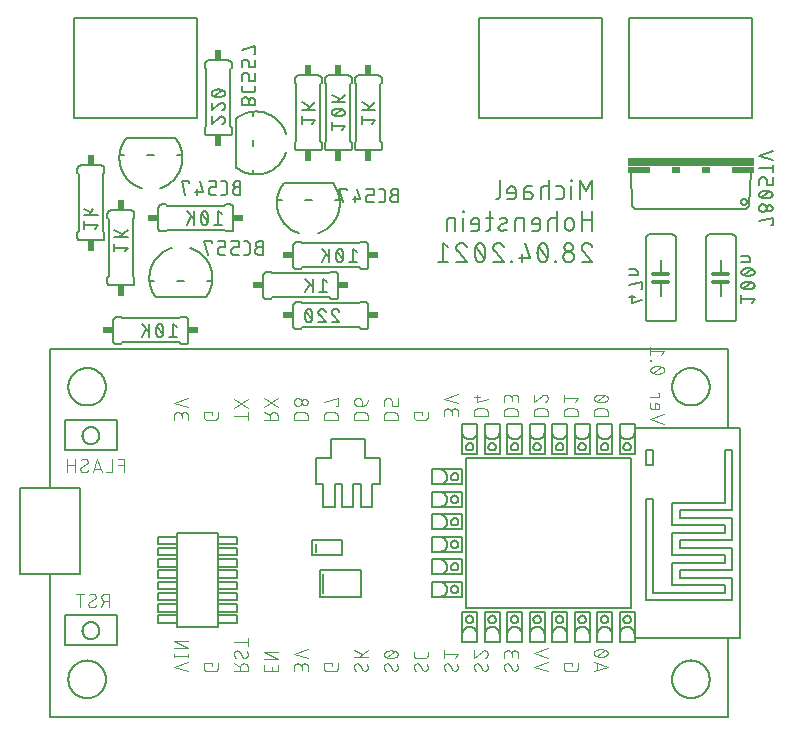
<source format=gbr>
G04 EAGLE Gerber RS-274X export*
G75*
%MOMM*%
%FSLAX34Y34*%
%LPD*%
%INSilkscreen Bottom*%
%IPPOS*%
%AMOC8*
5,1,8,0,0,1.08239X$1,22.5*%
G01*
%ADD10C,0.152400*%
%ADD11C,0.304800*%
%ADD12C,0.127000*%
%ADD13R,10.668000X0.762000*%
%ADD14R,1.905000X0.508000*%
%ADD15R,0.762000X0.508000*%
%ADD16R,0.609600X0.863600*%
%ADD17R,0.863600X0.609600*%
%ADD18C,0.101600*%


D10*
X469138Y454152D02*
X469138Y470408D01*
X463719Y461377D01*
X458301Y470408D01*
X458301Y454152D01*
X451214Y454152D02*
X451214Y464989D01*
X451666Y469505D02*
X451666Y470408D01*
X450763Y470408D01*
X450763Y469505D01*
X451666Y469505D01*
X442200Y454152D02*
X438588Y454152D01*
X442200Y454152D02*
X442301Y454154D01*
X442402Y454160D01*
X442503Y454169D01*
X442604Y454182D01*
X442704Y454199D01*
X442803Y454220D01*
X442901Y454244D01*
X442998Y454272D01*
X443095Y454304D01*
X443190Y454339D01*
X443283Y454378D01*
X443375Y454420D01*
X443466Y454466D01*
X443555Y454515D01*
X443641Y454567D01*
X443726Y454623D01*
X443809Y454681D01*
X443889Y454743D01*
X443967Y454808D01*
X444043Y454875D01*
X444116Y454945D01*
X444186Y455018D01*
X444253Y455094D01*
X444318Y455172D01*
X444380Y455252D01*
X444438Y455335D01*
X444494Y455420D01*
X444546Y455507D01*
X444595Y455595D01*
X444641Y455686D01*
X444683Y455778D01*
X444722Y455871D01*
X444757Y455966D01*
X444789Y456063D01*
X444817Y456160D01*
X444841Y456258D01*
X444862Y456357D01*
X444879Y456457D01*
X444892Y456558D01*
X444901Y456659D01*
X444907Y456760D01*
X444909Y456861D01*
X444909Y462280D01*
X444907Y462381D01*
X444901Y462482D01*
X444892Y462583D01*
X444879Y462684D01*
X444862Y462784D01*
X444841Y462883D01*
X444817Y462981D01*
X444789Y463078D01*
X444757Y463175D01*
X444722Y463270D01*
X444683Y463363D01*
X444641Y463455D01*
X444595Y463546D01*
X444546Y463635D01*
X444494Y463721D01*
X444438Y463806D01*
X444380Y463889D01*
X444318Y463969D01*
X444253Y464047D01*
X444186Y464123D01*
X444116Y464196D01*
X444043Y464266D01*
X443967Y464333D01*
X443889Y464398D01*
X443809Y464460D01*
X443726Y464518D01*
X443641Y464574D01*
X443555Y464626D01*
X443466Y464675D01*
X443375Y464721D01*
X443283Y464763D01*
X443190Y464802D01*
X443095Y464837D01*
X442998Y464869D01*
X442901Y464897D01*
X442803Y464921D01*
X442704Y464942D01*
X442604Y464959D01*
X442503Y464972D01*
X442402Y464981D01*
X442301Y464987D01*
X442200Y464989D01*
X438588Y464989D01*
X432422Y470408D02*
X432422Y454152D01*
X432422Y464989D02*
X427907Y464989D01*
X427803Y464987D01*
X427700Y464981D01*
X427596Y464971D01*
X427493Y464957D01*
X427391Y464939D01*
X427290Y464918D01*
X427189Y464892D01*
X427090Y464863D01*
X426991Y464830D01*
X426894Y464793D01*
X426799Y464752D01*
X426705Y464708D01*
X426613Y464660D01*
X426523Y464609D01*
X426434Y464554D01*
X426348Y464496D01*
X426265Y464434D01*
X426183Y464370D01*
X426105Y464302D01*
X426029Y464232D01*
X425955Y464159D01*
X425885Y464082D01*
X425817Y464004D01*
X425753Y463922D01*
X425691Y463839D01*
X425633Y463753D01*
X425578Y463664D01*
X425527Y463574D01*
X425479Y463482D01*
X425435Y463388D01*
X425394Y463293D01*
X425357Y463196D01*
X425324Y463097D01*
X425295Y462998D01*
X425269Y462897D01*
X425248Y462796D01*
X425230Y462694D01*
X425216Y462591D01*
X425206Y462487D01*
X425200Y462384D01*
X425198Y462280D01*
X425197Y462280D02*
X425197Y454152D01*
X415266Y460474D02*
X411202Y460474D01*
X415266Y460474D02*
X415378Y460472D01*
X415489Y460466D01*
X415600Y460456D01*
X415711Y460443D01*
X415821Y460425D01*
X415930Y460403D01*
X416039Y460378D01*
X416147Y460349D01*
X416253Y460316D01*
X416359Y460279D01*
X416463Y460239D01*
X416565Y460195D01*
X416666Y460147D01*
X416765Y460096D01*
X416863Y460041D01*
X416958Y459983D01*
X417051Y459922D01*
X417142Y459857D01*
X417231Y459789D01*
X417317Y459718D01*
X417400Y459645D01*
X417481Y459568D01*
X417560Y459488D01*
X417635Y459406D01*
X417707Y459321D01*
X417777Y459234D01*
X417843Y459144D01*
X417906Y459052D01*
X417966Y458957D01*
X418022Y458861D01*
X418075Y458763D01*
X418124Y458663D01*
X418170Y458561D01*
X418212Y458458D01*
X418251Y458353D01*
X418286Y458247D01*
X418317Y458140D01*
X418344Y458032D01*
X418368Y457923D01*
X418387Y457813D01*
X418403Y457703D01*
X418415Y457592D01*
X418423Y457480D01*
X418427Y457369D01*
X418427Y457257D01*
X418423Y457146D01*
X418415Y457034D01*
X418403Y456923D01*
X418387Y456813D01*
X418368Y456703D01*
X418344Y456594D01*
X418317Y456486D01*
X418286Y456379D01*
X418251Y456273D01*
X418212Y456168D01*
X418170Y456065D01*
X418124Y455963D01*
X418075Y455863D01*
X418022Y455765D01*
X417966Y455669D01*
X417906Y455574D01*
X417843Y455482D01*
X417777Y455392D01*
X417707Y455305D01*
X417635Y455220D01*
X417560Y455138D01*
X417481Y455058D01*
X417400Y454981D01*
X417317Y454908D01*
X417231Y454837D01*
X417142Y454769D01*
X417051Y454704D01*
X416958Y454643D01*
X416863Y454585D01*
X416765Y454530D01*
X416666Y454479D01*
X416565Y454431D01*
X416463Y454387D01*
X416359Y454347D01*
X416253Y454310D01*
X416147Y454277D01*
X416039Y454248D01*
X415930Y454223D01*
X415821Y454201D01*
X415711Y454183D01*
X415600Y454170D01*
X415489Y454160D01*
X415378Y454154D01*
X415266Y454152D01*
X411202Y454152D01*
X411202Y462280D01*
X411203Y462280D02*
X411205Y462381D01*
X411211Y462482D01*
X411220Y462583D01*
X411233Y462684D01*
X411250Y462784D01*
X411271Y462883D01*
X411295Y462981D01*
X411323Y463078D01*
X411355Y463175D01*
X411390Y463270D01*
X411429Y463363D01*
X411471Y463455D01*
X411517Y463546D01*
X411566Y463635D01*
X411618Y463721D01*
X411674Y463806D01*
X411732Y463889D01*
X411794Y463969D01*
X411859Y464047D01*
X411926Y464123D01*
X411996Y464196D01*
X412069Y464266D01*
X412145Y464333D01*
X412223Y464398D01*
X412303Y464460D01*
X412386Y464518D01*
X412471Y464574D01*
X412558Y464626D01*
X412646Y464675D01*
X412737Y464721D01*
X412829Y464763D01*
X412922Y464802D01*
X413017Y464837D01*
X413114Y464869D01*
X413211Y464897D01*
X413309Y464921D01*
X413408Y464942D01*
X413508Y464959D01*
X413609Y464972D01*
X413710Y464981D01*
X413811Y464987D01*
X413912Y464989D01*
X417524Y464989D01*
X401577Y454152D02*
X397061Y454152D01*
X401577Y454152D02*
X401678Y454154D01*
X401779Y454160D01*
X401880Y454169D01*
X401981Y454182D01*
X402081Y454199D01*
X402180Y454220D01*
X402278Y454244D01*
X402375Y454272D01*
X402472Y454304D01*
X402567Y454339D01*
X402660Y454378D01*
X402752Y454420D01*
X402843Y454466D01*
X402932Y454515D01*
X403018Y454567D01*
X403103Y454623D01*
X403186Y454681D01*
X403266Y454743D01*
X403344Y454808D01*
X403420Y454875D01*
X403493Y454945D01*
X403563Y455018D01*
X403630Y455094D01*
X403695Y455172D01*
X403757Y455252D01*
X403815Y455335D01*
X403871Y455420D01*
X403923Y455507D01*
X403972Y455595D01*
X404018Y455686D01*
X404060Y455778D01*
X404099Y455871D01*
X404134Y455966D01*
X404166Y456063D01*
X404194Y456160D01*
X404218Y456258D01*
X404239Y456357D01*
X404256Y456457D01*
X404269Y456558D01*
X404278Y456659D01*
X404284Y456760D01*
X404286Y456861D01*
X404286Y461377D01*
X404285Y461377D02*
X404283Y461496D01*
X404277Y461616D01*
X404267Y461735D01*
X404253Y461853D01*
X404236Y461972D01*
X404214Y462089D01*
X404189Y462206D01*
X404159Y462321D01*
X404126Y462436D01*
X404089Y462550D01*
X404049Y462662D01*
X404004Y462773D01*
X403956Y462882D01*
X403905Y462990D01*
X403850Y463096D01*
X403791Y463200D01*
X403729Y463302D01*
X403664Y463402D01*
X403595Y463500D01*
X403523Y463596D01*
X403448Y463689D01*
X403371Y463779D01*
X403290Y463867D01*
X403206Y463952D01*
X403119Y464034D01*
X403030Y464114D01*
X402938Y464190D01*
X402844Y464264D01*
X402747Y464334D01*
X402649Y464401D01*
X402548Y464465D01*
X402444Y464525D01*
X402339Y464582D01*
X402232Y464635D01*
X402124Y464685D01*
X402014Y464731D01*
X401902Y464773D01*
X401789Y464812D01*
X401675Y464847D01*
X401560Y464878D01*
X401443Y464906D01*
X401326Y464929D01*
X401209Y464949D01*
X401090Y464965D01*
X400971Y464977D01*
X400852Y464985D01*
X400733Y464989D01*
X400613Y464989D01*
X400494Y464985D01*
X400375Y464977D01*
X400256Y464965D01*
X400137Y464949D01*
X400020Y464929D01*
X399903Y464906D01*
X399786Y464878D01*
X399671Y464847D01*
X399557Y464812D01*
X399444Y464773D01*
X399332Y464731D01*
X399222Y464685D01*
X399114Y464635D01*
X399007Y464582D01*
X398902Y464525D01*
X398798Y464465D01*
X398697Y464401D01*
X398599Y464334D01*
X398502Y464264D01*
X398408Y464190D01*
X398316Y464114D01*
X398227Y464034D01*
X398140Y463952D01*
X398056Y463867D01*
X397975Y463779D01*
X397898Y463689D01*
X397823Y463596D01*
X397751Y463500D01*
X397682Y463402D01*
X397617Y463302D01*
X397555Y463200D01*
X397496Y463096D01*
X397441Y462990D01*
X397390Y462882D01*
X397342Y462773D01*
X397297Y462662D01*
X397257Y462550D01*
X397220Y462436D01*
X397187Y462321D01*
X397157Y462206D01*
X397132Y462089D01*
X397110Y461972D01*
X397093Y461853D01*
X397079Y461735D01*
X397069Y461616D01*
X397063Y461496D01*
X397061Y461377D01*
X397061Y459571D01*
X404286Y459571D01*
X390502Y456861D02*
X390502Y470408D01*
X390502Y456861D02*
X390500Y456760D01*
X390494Y456659D01*
X390485Y456558D01*
X390472Y456457D01*
X390455Y456357D01*
X390434Y456258D01*
X390410Y456160D01*
X390382Y456063D01*
X390350Y455966D01*
X390315Y455871D01*
X390276Y455778D01*
X390234Y455686D01*
X390188Y455595D01*
X390139Y455507D01*
X390087Y455420D01*
X390031Y455335D01*
X389973Y455252D01*
X389911Y455172D01*
X389846Y455094D01*
X389779Y455018D01*
X389709Y454945D01*
X389636Y454875D01*
X389560Y454808D01*
X389482Y454743D01*
X389402Y454681D01*
X389319Y454623D01*
X389234Y454567D01*
X389148Y454515D01*
X389059Y454466D01*
X388968Y454420D01*
X388876Y454378D01*
X388783Y454339D01*
X388688Y454304D01*
X388591Y454272D01*
X388494Y454244D01*
X388396Y454220D01*
X388297Y454199D01*
X388197Y454182D01*
X388096Y454169D01*
X387995Y454160D01*
X387894Y454154D01*
X387793Y454152D01*
X469138Y443738D02*
X469138Y427482D01*
X469138Y436513D02*
X460107Y436513D01*
X460107Y443738D02*
X460107Y427482D01*
X453125Y431094D02*
X453125Y434707D01*
X453124Y434707D02*
X453122Y434826D01*
X453116Y434946D01*
X453106Y435065D01*
X453092Y435183D01*
X453075Y435302D01*
X453053Y435419D01*
X453028Y435536D01*
X452998Y435651D01*
X452965Y435766D01*
X452928Y435880D01*
X452888Y435992D01*
X452843Y436103D01*
X452795Y436212D01*
X452744Y436320D01*
X452689Y436426D01*
X452630Y436530D01*
X452568Y436632D01*
X452503Y436732D01*
X452434Y436830D01*
X452362Y436926D01*
X452287Y437019D01*
X452210Y437109D01*
X452129Y437197D01*
X452045Y437282D01*
X451958Y437364D01*
X451869Y437444D01*
X451777Y437520D01*
X451683Y437594D01*
X451586Y437664D01*
X451488Y437731D01*
X451387Y437795D01*
X451283Y437855D01*
X451178Y437912D01*
X451071Y437965D01*
X450963Y438015D01*
X450853Y438061D01*
X450741Y438103D01*
X450628Y438142D01*
X450514Y438177D01*
X450399Y438208D01*
X450282Y438236D01*
X450165Y438259D01*
X450048Y438279D01*
X449929Y438295D01*
X449810Y438307D01*
X449691Y438315D01*
X449572Y438319D01*
X449452Y438319D01*
X449333Y438315D01*
X449214Y438307D01*
X449095Y438295D01*
X448976Y438279D01*
X448859Y438259D01*
X448742Y438236D01*
X448625Y438208D01*
X448510Y438177D01*
X448396Y438142D01*
X448283Y438103D01*
X448171Y438061D01*
X448061Y438015D01*
X447953Y437965D01*
X447846Y437912D01*
X447741Y437855D01*
X447637Y437795D01*
X447536Y437731D01*
X447438Y437664D01*
X447341Y437594D01*
X447247Y437520D01*
X447155Y437444D01*
X447066Y437364D01*
X446979Y437282D01*
X446895Y437197D01*
X446814Y437109D01*
X446737Y437019D01*
X446662Y436926D01*
X446590Y436830D01*
X446521Y436732D01*
X446456Y436632D01*
X446394Y436530D01*
X446335Y436426D01*
X446280Y436320D01*
X446229Y436212D01*
X446181Y436103D01*
X446136Y435992D01*
X446096Y435880D01*
X446059Y435766D01*
X446026Y435651D01*
X445996Y435536D01*
X445971Y435419D01*
X445949Y435302D01*
X445932Y435183D01*
X445918Y435065D01*
X445908Y434946D01*
X445902Y434826D01*
X445900Y434707D01*
X445900Y431094D01*
X445902Y430975D01*
X445908Y430855D01*
X445918Y430736D01*
X445932Y430618D01*
X445949Y430499D01*
X445971Y430382D01*
X445996Y430265D01*
X446026Y430150D01*
X446059Y430035D01*
X446096Y429921D01*
X446136Y429809D01*
X446181Y429698D01*
X446229Y429589D01*
X446280Y429481D01*
X446335Y429375D01*
X446394Y429271D01*
X446456Y429169D01*
X446521Y429069D01*
X446590Y428971D01*
X446662Y428875D01*
X446737Y428782D01*
X446814Y428692D01*
X446895Y428604D01*
X446979Y428519D01*
X447066Y428437D01*
X447155Y428357D01*
X447247Y428281D01*
X447341Y428207D01*
X447438Y428137D01*
X447536Y428070D01*
X447637Y428006D01*
X447741Y427946D01*
X447846Y427889D01*
X447953Y427836D01*
X448061Y427786D01*
X448171Y427740D01*
X448283Y427698D01*
X448396Y427659D01*
X448510Y427624D01*
X448625Y427593D01*
X448742Y427565D01*
X448859Y427542D01*
X448976Y427522D01*
X449095Y427506D01*
X449214Y427494D01*
X449333Y427486D01*
X449452Y427482D01*
X449572Y427482D01*
X449691Y427486D01*
X449810Y427494D01*
X449929Y427506D01*
X450048Y427522D01*
X450165Y427542D01*
X450282Y427565D01*
X450399Y427593D01*
X450514Y427624D01*
X450628Y427659D01*
X450741Y427698D01*
X450853Y427740D01*
X450963Y427786D01*
X451071Y427836D01*
X451178Y427889D01*
X451283Y427946D01*
X451387Y428006D01*
X451488Y428070D01*
X451586Y428137D01*
X451683Y428207D01*
X451777Y428281D01*
X451869Y428357D01*
X451958Y428437D01*
X452045Y428519D01*
X452129Y428604D01*
X452210Y428692D01*
X452287Y428782D01*
X452362Y428875D01*
X452434Y428971D01*
X452503Y429069D01*
X452568Y429169D01*
X452630Y429271D01*
X452689Y429375D01*
X452744Y429481D01*
X452795Y429589D01*
X452843Y429698D01*
X452888Y429809D01*
X452928Y429921D01*
X452965Y430035D01*
X452998Y430150D01*
X453028Y430265D01*
X453053Y430382D01*
X453075Y430499D01*
X453092Y430618D01*
X453106Y430736D01*
X453116Y430855D01*
X453122Y430975D01*
X453124Y431094D01*
X439057Y427482D02*
X439057Y443738D01*
X439057Y438319D02*
X434541Y438319D01*
X434437Y438317D01*
X434334Y438311D01*
X434230Y438301D01*
X434127Y438287D01*
X434025Y438269D01*
X433924Y438248D01*
X433823Y438222D01*
X433724Y438193D01*
X433625Y438160D01*
X433528Y438123D01*
X433433Y438082D01*
X433339Y438038D01*
X433247Y437990D01*
X433157Y437939D01*
X433068Y437884D01*
X432982Y437826D01*
X432899Y437764D01*
X432817Y437700D01*
X432739Y437632D01*
X432663Y437562D01*
X432589Y437489D01*
X432519Y437412D01*
X432451Y437334D01*
X432387Y437252D01*
X432325Y437169D01*
X432267Y437083D01*
X432212Y436994D01*
X432161Y436904D01*
X432113Y436812D01*
X432069Y436718D01*
X432028Y436623D01*
X431991Y436526D01*
X431958Y436427D01*
X431929Y436328D01*
X431903Y436227D01*
X431882Y436126D01*
X431864Y436024D01*
X431850Y435921D01*
X431840Y435817D01*
X431834Y435714D01*
X431832Y435610D01*
X431832Y427482D01*
X422279Y427482D02*
X417764Y427482D01*
X422279Y427482D02*
X422380Y427484D01*
X422481Y427490D01*
X422582Y427499D01*
X422683Y427512D01*
X422783Y427529D01*
X422882Y427550D01*
X422980Y427574D01*
X423077Y427602D01*
X423174Y427634D01*
X423269Y427669D01*
X423362Y427708D01*
X423454Y427750D01*
X423545Y427796D01*
X423634Y427845D01*
X423720Y427897D01*
X423805Y427953D01*
X423888Y428011D01*
X423968Y428073D01*
X424046Y428138D01*
X424122Y428205D01*
X424195Y428275D01*
X424265Y428348D01*
X424332Y428424D01*
X424397Y428502D01*
X424459Y428582D01*
X424517Y428665D01*
X424573Y428750D01*
X424625Y428837D01*
X424674Y428925D01*
X424720Y429016D01*
X424762Y429108D01*
X424801Y429201D01*
X424836Y429296D01*
X424868Y429393D01*
X424896Y429490D01*
X424920Y429588D01*
X424941Y429687D01*
X424958Y429787D01*
X424971Y429888D01*
X424980Y429989D01*
X424986Y430090D01*
X424988Y430191D01*
X424989Y430191D02*
X424989Y434707D01*
X424988Y434707D02*
X424986Y434826D01*
X424980Y434946D01*
X424970Y435065D01*
X424956Y435183D01*
X424939Y435302D01*
X424917Y435419D01*
X424892Y435536D01*
X424862Y435651D01*
X424829Y435766D01*
X424792Y435880D01*
X424752Y435992D01*
X424707Y436103D01*
X424659Y436212D01*
X424608Y436320D01*
X424553Y436426D01*
X424494Y436530D01*
X424432Y436632D01*
X424367Y436732D01*
X424298Y436830D01*
X424226Y436926D01*
X424151Y437019D01*
X424074Y437109D01*
X423993Y437197D01*
X423909Y437282D01*
X423822Y437364D01*
X423733Y437444D01*
X423641Y437520D01*
X423547Y437594D01*
X423450Y437664D01*
X423352Y437731D01*
X423251Y437795D01*
X423147Y437855D01*
X423042Y437912D01*
X422935Y437965D01*
X422827Y438015D01*
X422717Y438061D01*
X422605Y438103D01*
X422492Y438142D01*
X422378Y438177D01*
X422263Y438208D01*
X422146Y438236D01*
X422029Y438259D01*
X421912Y438279D01*
X421793Y438295D01*
X421674Y438307D01*
X421555Y438315D01*
X421436Y438319D01*
X421316Y438319D01*
X421197Y438315D01*
X421078Y438307D01*
X420959Y438295D01*
X420840Y438279D01*
X420723Y438259D01*
X420606Y438236D01*
X420489Y438208D01*
X420374Y438177D01*
X420260Y438142D01*
X420147Y438103D01*
X420035Y438061D01*
X419925Y438015D01*
X419817Y437965D01*
X419710Y437912D01*
X419605Y437855D01*
X419501Y437795D01*
X419400Y437731D01*
X419302Y437664D01*
X419205Y437594D01*
X419111Y437520D01*
X419019Y437444D01*
X418930Y437364D01*
X418843Y437282D01*
X418759Y437197D01*
X418678Y437109D01*
X418601Y437019D01*
X418526Y436926D01*
X418454Y436830D01*
X418385Y436732D01*
X418320Y436632D01*
X418258Y436530D01*
X418199Y436426D01*
X418144Y436320D01*
X418093Y436212D01*
X418045Y436103D01*
X418000Y435992D01*
X417960Y435880D01*
X417923Y435766D01*
X417890Y435651D01*
X417860Y435536D01*
X417835Y435419D01*
X417813Y435302D01*
X417796Y435183D01*
X417782Y435065D01*
X417772Y434946D01*
X417766Y434826D01*
X417764Y434707D01*
X417764Y432901D01*
X424989Y432901D01*
X410920Y427482D02*
X410920Y438319D01*
X406405Y438319D01*
X406301Y438317D01*
X406198Y438311D01*
X406094Y438301D01*
X405991Y438287D01*
X405889Y438269D01*
X405788Y438248D01*
X405687Y438222D01*
X405588Y438193D01*
X405489Y438160D01*
X405392Y438123D01*
X405297Y438082D01*
X405203Y438038D01*
X405111Y437990D01*
X405021Y437939D01*
X404932Y437884D01*
X404846Y437826D01*
X404763Y437764D01*
X404681Y437700D01*
X404603Y437632D01*
X404527Y437562D01*
X404453Y437489D01*
X404383Y437412D01*
X404315Y437334D01*
X404251Y437252D01*
X404189Y437169D01*
X404131Y437083D01*
X404076Y436994D01*
X404025Y436904D01*
X403977Y436812D01*
X403933Y436718D01*
X403892Y436623D01*
X403855Y436526D01*
X403822Y436427D01*
X403793Y436328D01*
X403767Y436227D01*
X403746Y436126D01*
X403728Y436024D01*
X403714Y435921D01*
X403704Y435817D01*
X403698Y435714D01*
X403696Y435610D01*
X403696Y427482D01*
X395498Y433804D02*
X390982Y431998D01*
X395498Y433804D02*
X395586Y433841D01*
X395672Y433882D01*
X395757Y433926D01*
X395840Y433974D01*
X395920Y434025D01*
X395999Y434079D01*
X396075Y434137D01*
X396149Y434197D01*
X396221Y434261D01*
X396289Y434327D01*
X396355Y434397D01*
X396418Y434468D01*
X396479Y434543D01*
X396536Y434619D01*
X396589Y434698D01*
X396640Y434779D01*
X396687Y434862D01*
X396731Y434947D01*
X396771Y435034D01*
X396808Y435122D01*
X396841Y435212D01*
X396871Y435303D01*
X396896Y435395D01*
X396918Y435488D01*
X396936Y435582D01*
X396951Y435676D01*
X396961Y435771D01*
X396967Y435867D01*
X396970Y435962D01*
X396969Y436058D01*
X396963Y436153D01*
X396954Y436249D01*
X396941Y436343D01*
X396925Y436437D01*
X396904Y436531D01*
X396879Y436623D01*
X396851Y436714D01*
X396819Y436804D01*
X396784Y436893D01*
X396745Y436980D01*
X396702Y437066D01*
X396656Y437150D01*
X396606Y437231D01*
X396554Y437311D01*
X396498Y437389D01*
X396438Y437464D01*
X396376Y437536D01*
X396311Y437606D01*
X396243Y437674D01*
X396173Y437738D01*
X396100Y437800D01*
X396024Y437858D01*
X395946Y437914D01*
X395866Y437966D01*
X395784Y438015D01*
X395700Y438060D01*
X395614Y438102D01*
X395527Y438141D01*
X395438Y438176D01*
X395347Y438207D01*
X395256Y438234D01*
X395163Y438258D01*
X395070Y438278D01*
X394976Y438294D01*
X394881Y438306D01*
X394786Y438315D01*
X394690Y438319D01*
X394595Y438320D01*
X394348Y438313D01*
X394102Y438301D01*
X393856Y438283D01*
X393610Y438258D01*
X393366Y438228D01*
X393122Y438192D01*
X392879Y438151D01*
X392637Y438103D01*
X392396Y438049D01*
X392157Y437990D01*
X391919Y437925D01*
X391683Y437854D01*
X391448Y437778D01*
X391215Y437696D01*
X390985Y437608D01*
X390757Y437515D01*
X390530Y437417D01*
X390982Y431997D02*
X390894Y431960D01*
X390808Y431919D01*
X390723Y431875D01*
X390640Y431827D01*
X390560Y431776D01*
X390481Y431722D01*
X390405Y431664D01*
X390331Y431604D01*
X390259Y431540D01*
X390191Y431474D01*
X390125Y431404D01*
X390062Y431333D01*
X390001Y431258D01*
X389944Y431182D01*
X389891Y431103D01*
X389840Y431022D01*
X389793Y430939D01*
X389749Y430854D01*
X389709Y430767D01*
X389672Y430679D01*
X389639Y430589D01*
X389609Y430498D01*
X389584Y430406D01*
X389562Y430313D01*
X389544Y430219D01*
X389529Y430125D01*
X389519Y430030D01*
X389513Y429934D01*
X389510Y429839D01*
X389511Y429743D01*
X389517Y429648D01*
X389526Y429552D01*
X389539Y429458D01*
X389555Y429364D01*
X389576Y429270D01*
X389601Y429178D01*
X389629Y429087D01*
X389661Y428997D01*
X389696Y428908D01*
X389735Y428821D01*
X389778Y428735D01*
X389824Y428651D01*
X389874Y428570D01*
X389926Y428490D01*
X389982Y428412D01*
X390042Y428337D01*
X390104Y428265D01*
X390169Y428195D01*
X390237Y428127D01*
X390307Y428063D01*
X390380Y428001D01*
X390456Y427943D01*
X390534Y427887D01*
X390614Y427835D01*
X390696Y427786D01*
X390780Y427741D01*
X390866Y427699D01*
X390953Y427660D01*
X391042Y427625D01*
X391133Y427594D01*
X391224Y427567D01*
X391317Y427543D01*
X391410Y427523D01*
X391504Y427507D01*
X391599Y427495D01*
X391694Y427486D01*
X391790Y427482D01*
X391885Y427481D01*
X391886Y427482D02*
X392248Y427491D01*
X392610Y427509D01*
X392971Y427536D01*
X393331Y427571D01*
X393691Y427614D01*
X394050Y427666D01*
X394407Y427727D01*
X394762Y427796D01*
X395116Y427873D01*
X395468Y427959D01*
X395818Y428053D01*
X396166Y428156D01*
X396511Y428266D01*
X396853Y428385D01*
X384603Y438319D02*
X379184Y438319D01*
X382796Y443738D02*
X382796Y430191D01*
X382794Y430090D01*
X382788Y429989D01*
X382779Y429888D01*
X382766Y429787D01*
X382749Y429687D01*
X382728Y429588D01*
X382704Y429490D01*
X382676Y429393D01*
X382644Y429296D01*
X382609Y429201D01*
X382570Y429108D01*
X382528Y429016D01*
X382482Y428925D01*
X382433Y428837D01*
X382381Y428750D01*
X382325Y428665D01*
X382267Y428582D01*
X382205Y428502D01*
X382140Y428424D01*
X382073Y428348D01*
X382003Y428275D01*
X381930Y428205D01*
X381854Y428138D01*
X381776Y428073D01*
X381696Y428011D01*
X381613Y427953D01*
X381528Y427897D01*
X381442Y427845D01*
X381353Y427796D01*
X381262Y427750D01*
X381170Y427708D01*
X381077Y427669D01*
X380982Y427634D01*
X380885Y427602D01*
X380788Y427574D01*
X380690Y427550D01*
X380591Y427529D01*
X380491Y427512D01*
X380390Y427499D01*
X380289Y427490D01*
X380188Y427484D01*
X380087Y427482D01*
X379184Y427482D01*
X370696Y427482D02*
X366181Y427482D01*
X370696Y427482D02*
X370797Y427484D01*
X370898Y427490D01*
X370999Y427499D01*
X371100Y427512D01*
X371200Y427529D01*
X371299Y427550D01*
X371397Y427574D01*
X371494Y427602D01*
X371591Y427634D01*
X371686Y427669D01*
X371779Y427708D01*
X371871Y427750D01*
X371962Y427796D01*
X372051Y427845D01*
X372137Y427897D01*
X372222Y427953D01*
X372305Y428011D01*
X372385Y428073D01*
X372463Y428138D01*
X372539Y428205D01*
X372612Y428275D01*
X372682Y428348D01*
X372749Y428424D01*
X372814Y428502D01*
X372876Y428582D01*
X372934Y428665D01*
X372990Y428750D01*
X373042Y428837D01*
X373091Y428925D01*
X373137Y429016D01*
X373179Y429108D01*
X373218Y429201D01*
X373253Y429296D01*
X373285Y429393D01*
X373313Y429490D01*
X373337Y429588D01*
X373358Y429687D01*
X373375Y429787D01*
X373388Y429888D01*
X373397Y429989D01*
X373403Y430090D01*
X373405Y430191D01*
X373406Y430191D02*
X373406Y434707D01*
X373405Y434707D02*
X373403Y434826D01*
X373397Y434946D01*
X373387Y435065D01*
X373373Y435183D01*
X373356Y435302D01*
X373334Y435419D01*
X373309Y435536D01*
X373279Y435651D01*
X373246Y435766D01*
X373209Y435880D01*
X373169Y435992D01*
X373124Y436103D01*
X373076Y436212D01*
X373025Y436320D01*
X372970Y436426D01*
X372911Y436530D01*
X372849Y436632D01*
X372784Y436732D01*
X372715Y436830D01*
X372643Y436926D01*
X372568Y437019D01*
X372491Y437109D01*
X372410Y437197D01*
X372326Y437282D01*
X372239Y437364D01*
X372150Y437444D01*
X372058Y437520D01*
X371964Y437594D01*
X371867Y437664D01*
X371769Y437731D01*
X371668Y437795D01*
X371564Y437855D01*
X371459Y437912D01*
X371352Y437965D01*
X371244Y438015D01*
X371134Y438061D01*
X371022Y438103D01*
X370909Y438142D01*
X370795Y438177D01*
X370680Y438208D01*
X370563Y438236D01*
X370446Y438259D01*
X370329Y438279D01*
X370210Y438295D01*
X370091Y438307D01*
X369972Y438315D01*
X369853Y438319D01*
X369733Y438319D01*
X369614Y438315D01*
X369495Y438307D01*
X369376Y438295D01*
X369257Y438279D01*
X369140Y438259D01*
X369023Y438236D01*
X368906Y438208D01*
X368791Y438177D01*
X368677Y438142D01*
X368564Y438103D01*
X368452Y438061D01*
X368342Y438015D01*
X368234Y437965D01*
X368127Y437912D01*
X368022Y437855D01*
X367918Y437795D01*
X367817Y437731D01*
X367719Y437664D01*
X367622Y437594D01*
X367528Y437520D01*
X367436Y437444D01*
X367347Y437364D01*
X367260Y437282D01*
X367176Y437197D01*
X367095Y437109D01*
X367018Y437019D01*
X366943Y436926D01*
X366871Y436830D01*
X366802Y436732D01*
X366737Y436632D01*
X366675Y436530D01*
X366616Y436426D01*
X366561Y436320D01*
X366510Y436212D01*
X366462Y436103D01*
X366417Y435992D01*
X366377Y435880D01*
X366340Y435766D01*
X366307Y435651D01*
X366277Y435536D01*
X366252Y435419D01*
X366230Y435302D01*
X366213Y435183D01*
X366199Y435065D01*
X366189Y434946D01*
X366183Y434826D01*
X366181Y434707D01*
X366181Y432901D01*
X373406Y432901D01*
X359893Y438319D02*
X359893Y427482D01*
X360345Y442835D02*
X360345Y443738D01*
X359442Y443738D01*
X359442Y442835D01*
X360345Y442835D01*
X353085Y438319D02*
X353085Y427482D01*
X353085Y438319D02*
X348569Y438319D01*
X348465Y438317D01*
X348362Y438311D01*
X348258Y438301D01*
X348155Y438287D01*
X348053Y438269D01*
X347952Y438248D01*
X347851Y438222D01*
X347752Y438193D01*
X347653Y438160D01*
X347556Y438123D01*
X347461Y438082D01*
X347367Y438038D01*
X347275Y437990D01*
X347185Y437939D01*
X347096Y437884D01*
X347010Y437826D01*
X346927Y437764D01*
X346845Y437700D01*
X346767Y437632D01*
X346691Y437562D01*
X346617Y437489D01*
X346547Y437412D01*
X346479Y437334D01*
X346415Y437252D01*
X346353Y437169D01*
X346295Y437083D01*
X346240Y436994D01*
X346189Y436904D01*
X346141Y436812D01*
X346097Y436718D01*
X346056Y436623D01*
X346019Y436526D01*
X345986Y436427D01*
X345957Y436328D01*
X345931Y436227D01*
X345910Y436126D01*
X345892Y436024D01*
X345878Y435921D01*
X345868Y435817D01*
X345862Y435714D01*
X345860Y435610D01*
X345860Y427482D01*
X460107Y413004D02*
X460109Y413129D01*
X460115Y413254D01*
X460124Y413379D01*
X460138Y413503D01*
X460155Y413627D01*
X460176Y413751D01*
X460201Y413873D01*
X460230Y413995D01*
X460262Y414116D01*
X460298Y414236D01*
X460338Y414355D01*
X460381Y414472D01*
X460428Y414588D01*
X460479Y414703D01*
X460533Y414815D01*
X460591Y414927D01*
X460651Y415036D01*
X460716Y415143D01*
X460783Y415249D01*
X460854Y415352D01*
X460928Y415453D01*
X461005Y415552D01*
X461085Y415648D01*
X461168Y415742D01*
X461253Y415833D01*
X461342Y415922D01*
X461433Y416007D01*
X461527Y416090D01*
X461623Y416170D01*
X461722Y416247D01*
X461823Y416321D01*
X461926Y416392D01*
X462032Y416459D01*
X462139Y416524D01*
X462248Y416584D01*
X462360Y416642D01*
X462472Y416696D01*
X462587Y416747D01*
X462703Y416794D01*
X462820Y416837D01*
X462939Y416877D01*
X463059Y416913D01*
X463180Y416945D01*
X463302Y416974D01*
X463424Y416999D01*
X463548Y417020D01*
X463672Y417037D01*
X463796Y417051D01*
X463921Y417060D01*
X464046Y417066D01*
X464171Y417068D01*
X464314Y417066D01*
X464456Y417060D01*
X464599Y417050D01*
X464741Y417037D01*
X464882Y417019D01*
X465024Y416998D01*
X465164Y416973D01*
X465304Y416944D01*
X465443Y416911D01*
X465581Y416874D01*
X465718Y416834D01*
X465853Y416790D01*
X465988Y416742D01*
X466121Y416690D01*
X466253Y416635D01*
X466383Y416576D01*
X466511Y416514D01*
X466638Y416448D01*
X466763Y416379D01*
X466886Y416307D01*
X467007Y416231D01*
X467125Y416152D01*
X467242Y416069D01*
X467356Y415984D01*
X467468Y415895D01*
X467577Y415804D01*
X467684Y415709D01*
X467789Y415612D01*
X467890Y415511D01*
X467989Y415408D01*
X468085Y415303D01*
X468178Y415194D01*
X468268Y415083D01*
X468355Y414970D01*
X468439Y414855D01*
X468519Y414737D01*
X468597Y414617D01*
X468671Y414495D01*
X468741Y414371D01*
X468809Y414245D01*
X468872Y414117D01*
X468933Y413988D01*
X468990Y413857D01*
X469043Y413725D01*
X469092Y413591D01*
X469138Y413456D01*
X461462Y409843D02*
X461368Y409935D01*
X461278Y410029D01*
X461190Y410126D01*
X461105Y410226D01*
X461023Y410328D01*
X460944Y410433D01*
X460869Y410540D01*
X460797Y410649D01*
X460728Y410760D01*
X460662Y410874D01*
X460600Y410989D01*
X460541Y411106D01*
X460486Y411225D01*
X460435Y411345D01*
X460387Y411467D01*
X460342Y411590D01*
X460302Y411714D01*
X460265Y411840D01*
X460232Y411967D01*
X460203Y412094D01*
X460177Y412223D01*
X460156Y412352D01*
X460138Y412482D01*
X460125Y412612D01*
X460115Y412742D01*
X460109Y412873D01*
X460107Y413004D01*
X461462Y409843D02*
X469138Y400812D01*
X460107Y400812D01*
X453507Y405328D02*
X453505Y405461D01*
X453499Y405593D01*
X453489Y405725D01*
X453476Y405857D01*
X453458Y405989D01*
X453437Y406119D01*
X453412Y406250D01*
X453383Y406379D01*
X453350Y406507D01*
X453314Y406635D01*
X453274Y406761D01*
X453230Y406886D01*
X453182Y407010D01*
X453131Y407132D01*
X453076Y407253D01*
X453018Y407372D01*
X452956Y407490D01*
X452891Y407605D01*
X452822Y407719D01*
X452751Y407830D01*
X452675Y407939D01*
X452597Y408046D01*
X452516Y408151D01*
X452431Y408253D01*
X452344Y408353D01*
X452254Y408450D01*
X452161Y408545D01*
X452065Y408636D01*
X451967Y408725D01*
X451866Y408811D01*
X451762Y408894D01*
X451656Y408974D01*
X451548Y409050D01*
X451438Y409124D01*
X451325Y409194D01*
X451211Y409261D01*
X451094Y409324D01*
X450976Y409384D01*
X450856Y409441D01*
X450734Y409494D01*
X450611Y409543D01*
X450487Y409589D01*
X450361Y409631D01*
X450234Y409669D01*
X450106Y409704D01*
X449977Y409735D01*
X449848Y409762D01*
X449717Y409785D01*
X449586Y409805D01*
X449454Y409820D01*
X449322Y409832D01*
X449190Y409840D01*
X449057Y409844D01*
X448925Y409844D01*
X448792Y409840D01*
X448660Y409832D01*
X448528Y409820D01*
X448396Y409805D01*
X448265Y409785D01*
X448134Y409762D01*
X448005Y409735D01*
X447876Y409704D01*
X447748Y409669D01*
X447621Y409631D01*
X447495Y409589D01*
X447371Y409543D01*
X447248Y409494D01*
X447126Y409441D01*
X447006Y409384D01*
X446888Y409324D01*
X446771Y409261D01*
X446657Y409194D01*
X446544Y409124D01*
X446434Y409050D01*
X446326Y408974D01*
X446220Y408894D01*
X446116Y408811D01*
X446015Y408725D01*
X445917Y408636D01*
X445821Y408545D01*
X445728Y408450D01*
X445638Y408353D01*
X445551Y408253D01*
X445466Y408151D01*
X445385Y408046D01*
X445307Y407939D01*
X445231Y407830D01*
X445160Y407719D01*
X445091Y407605D01*
X445026Y407490D01*
X444964Y407372D01*
X444906Y407253D01*
X444851Y407132D01*
X444800Y407010D01*
X444752Y406886D01*
X444708Y406761D01*
X444668Y406635D01*
X444632Y406507D01*
X444599Y406379D01*
X444570Y406250D01*
X444545Y406119D01*
X444524Y405989D01*
X444506Y405857D01*
X444493Y405725D01*
X444483Y405593D01*
X444477Y405461D01*
X444475Y405328D01*
X444477Y405195D01*
X444483Y405063D01*
X444493Y404931D01*
X444506Y404799D01*
X444524Y404667D01*
X444545Y404537D01*
X444570Y404406D01*
X444599Y404277D01*
X444632Y404149D01*
X444668Y404021D01*
X444708Y403895D01*
X444752Y403770D01*
X444800Y403646D01*
X444851Y403524D01*
X444906Y403403D01*
X444964Y403284D01*
X445026Y403166D01*
X445091Y403051D01*
X445160Y402937D01*
X445231Y402826D01*
X445307Y402717D01*
X445385Y402610D01*
X445466Y402505D01*
X445551Y402403D01*
X445638Y402303D01*
X445728Y402206D01*
X445821Y402111D01*
X445917Y402020D01*
X446015Y401931D01*
X446116Y401845D01*
X446220Y401762D01*
X446326Y401682D01*
X446434Y401606D01*
X446544Y401532D01*
X446657Y401462D01*
X446771Y401395D01*
X446888Y401332D01*
X447006Y401272D01*
X447126Y401215D01*
X447248Y401162D01*
X447371Y401113D01*
X447495Y401067D01*
X447621Y401025D01*
X447748Y400987D01*
X447876Y400952D01*
X448005Y400921D01*
X448134Y400894D01*
X448265Y400871D01*
X448396Y400851D01*
X448528Y400836D01*
X448660Y400824D01*
X448792Y400816D01*
X448925Y400812D01*
X449057Y400812D01*
X449190Y400816D01*
X449322Y400824D01*
X449454Y400836D01*
X449586Y400851D01*
X449717Y400871D01*
X449848Y400894D01*
X449977Y400921D01*
X450106Y400952D01*
X450234Y400987D01*
X450361Y401025D01*
X450487Y401067D01*
X450611Y401113D01*
X450734Y401162D01*
X450856Y401215D01*
X450976Y401272D01*
X451094Y401332D01*
X451211Y401395D01*
X451325Y401462D01*
X451438Y401532D01*
X451548Y401606D01*
X451656Y401682D01*
X451762Y401762D01*
X451866Y401845D01*
X451967Y401931D01*
X452065Y402020D01*
X452161Y402111D01*
X452254Y402206D01*
X452344Y402303D01*
X452431Y402403D01*
X452516Y402505D01*
X452597Y402610D01*
X452675Y402717D01*
X452751Y402826D01*
X452822Y402937D01*
X452891Y403051D01*
X452956Y403166D01*
X453018Y403284D01*
X453076Y403403D01*
X453131Y403524D01*
X453182Y403646D01*
X453230Y403770D01*
X453274Y403895D01*
X453314Y404021D01*
X453350Y404149D01*
X453383Y404277D01*
X453412Y404406D01*
X453437Y404537D01*
X453458Y404667D01*
X453476Y404799D01*
X453489Y404931D01*
X453499Y405063D01*
X453505Y405195D01*
X453507Y405328D01*
X452603Y413456D02*
X452601Y413575D01*
X452595Y413695D01*
X452585Y413814D01*
X452571Y413932D01*
X452554Y414051D01*
X452532Y414168D01*
X452507Y414285D01*
X452477Y414400D01*
X452444Y414515D01*
X452407Y414629D01*
X452367Y414741D01*
X452322Y414852D01*
X452274Y414961D01*
X452223Y415069D01*
X452168Y415175D01*
X452109Y415279D01*
X452047Y415381D01*
X451982Y415481D01*
X451913Y415579D01*
X451841Y415675D01*
X451766Y415768D01*
X451689Y415858D01*
X451608Y415946D01*
X451524Y416031D01*
X451437Y416113D01*
X451348Y416193D01*
X451256Y416269D01*
X451162Y416343D01*
X451065Y416413D01*
X450967Y416480D01*
X450866Y416544D01*
X450762Y416604D01*
X450657Y416661D01*
X450550Y416714D01*
X450442Y416764D01*
X450332Y416810D01*
X450220Y416852D01*
X450107Y416891D01*
X449993Y416926D01*
X449878Y416957D01*
X449761Y416985D01*
X449644Y417008D01*
X449527Y417028D01*
X449408Y417044D01*
X449289Y417056D01*
X449170Y417064D01*
X449051Y417068D01*
X448931Y417068D01*
X448812Y417064D01*
X448693Y417056D01*
X448574Y417044D01*
X448455Y417028D01*
X448338Y417008D01*
X448221Y416985D01*
X448104Y416957D01*
X447989Y416926D01*
X447875Y416891D01*
X447762Y416852D01*
X447650Y416810D01*
X447540Y416764D01*
X447432Y416714D01*
X447325Y416661D01*
X447220Y416604D01*
X447116Y416544D01*
X447015Y416480D01*
X446917Y416413D01*
X446820Y416343D01*
X446726Y416269D01*
X446634Y416193D01*
X446545Y416113D01*
X446458Y416031D01*
X446374Y415946D01*
X446293Y415858D01*
X446216Y415768D01*
X446141Y415675D01*
X446069Y415579D01*
X446000Y415481D01*
X445935Y415381D01*
X445873Y415279D01*
X445814Y415175D01*
X445759Y415069D01*
X445708Y414961D01*
X445660Y414852D01*
X445615Y414741D01*
X445575Y414629D01*
X445538Y414515D01*
X445505Y414400D01*
X445475Y414285D01*
X445450Y414168D01*
X445428Y414051D01*
X445411Y413932D01*
X445397Y413814D01*
X445387Y413695D01*
X445381Y413575D01*
X445379Y413456D01*
X445381Y413337D01*
X445387Y413217D01*
X445397Y413098D01*
X445411Y412980D01*
X445428Y412861D01*
X445450Y412744D01*
X445475Y412627D01*
X445505Y412512D01*
X445538Y412397D01*
X445575Y412283D01*
X445615Y412171D01*
X445660Y412060D01*
X445708Y411951D01*
X445759Y411843D01*
X445814Y411737D01*
X445873Y411633D01*
X445935Y411531D01*
X446000Y411431D01*
X446069Y411333D01*
X446141Y411237D01*
X446216Y411144D01*
X446293Y411054D01*
X446374Y410966D01*
X446458Y410881D01*
X446545Y410799D01*
X446634Y410719D01*
X446726Y410643D01*
X446820Y410569D01*
X446917Y410499D01*
X447015Y410432D01*
X447116Y410368D01*
X447220Y410308D01*
X447325Y410251D01*
X447432Y410198D01*
X447540Y410148D01*
X447650Y410102D01*
X447762Y410060D01*
X447875Y410021D01*
X447989Y409986D01*
X448104Y409955D01*
X448221Y409927D01*
X448338Y409904D01*
X448455Y409884D01*
X448574Y409868D01*
X448693Y409856D01*
X448812Y409848D01*
X448931Y409844D01*
X449051Y409844D01*
X449170Y409848D01*
X449289Y409856D01*
X449408Y409868D01*
X449527Y409884D01*
X449644Y409904D01*
X449761Y409927D01*
X449878Y409955D01*
X449993Y409986D01*
X450107Y410021D01*
X450220Y410060D01*
X450332Y410102D01*
X450442Y410148D01*
X450550Y410198D01*
X450657Y410251D01*
X450762Y410308D01*
X450866Y410368D01*
X450967Y410432D01*
X451065Y410499D01*
X451162Y410569D01*
X451256Y410643D01*
X451348Y410719D01*
X451437Y410799D01*
X451524Y410881D01*
X451608Y410966D01*
X451689Y411054D01*
X451766Y411144D01*
X451841Y411237D01*
X451913Y411333D01*
X451982Y411431D01*
X452047Y411531D01*
X452109Y411633D01*
X452168Y411737D01*
X452223Y411843D01*
X452274Y411951D01*
X452322Y412060D01*
X452367Y412171D01*
X452407Y412283D01*
X452444Y412397D01*
X452477Y412512D01*
X452507Y412627D01*
X452532Y412744D01*
X452554Y412861D01*
X452571Y412980D01*
X452585Y413098D01*
X452595Y413217D01*
X452601Y413337D01*
X452603Y413456D01*
X438501Y401715D02*
X438501Y400812D01*
X438501Y401715D02*
X437598Y401715D01*
X437598Y400812D01*
X438501Y400812D01*
X431623Y408940D02*
X431619Y409260D01*
X431608Y409579D01*
X431589Y409899D01*
X431562Y410217D01*
X431528Y410535D01*
X431486Y410852D01*
X431436Y411168D01*
X431379Y411483D01*
X431315Y411796D01*
X431243Y412108D01*
X431164Y412418D01*
X431077Y412725D01*
X430983Y413031D01*
X430882Y413334D01*
X430773Y413635D01*
X430658Y413933D01*
X430535Y414229D01*
X430405Y414521D01*
X430268Y414810D01*
X430269Y414811D02*
X430230Y414919D01*
X430187Y415026D01*
X430141Y415131D01*
X430090Y415235D01*
X430037Y415337D01*
X429980Y415437D01*
X429919Y415535D01*
X429855Y415630D01*
X429788Y415724D01*
X429717Y415815D01*
X429644Y415904D01*
X429567Y415990D01*
X429488Y416073D01*
X429406Y416154D01*
X429321Y416232D01*
X429233Y416306D01*
X429143Y416378D01*
X429051Y416446D01*
X428956Y416512D01*
X428859Y416574D01*
X428760Y416632D01*
X428658Y416688D01*
X428556Y416739D01*
X428451Y416787D01*
X428345Y416832D01*
X428237Y416873D01*
X428128Y416910D01*
X428018Y416943D01*
X427906Y416972D01*
X427794Y416998D01*
X427681Y417020D01*
X427567Y417037D01*
X427453Y417051D01*
X427338Y417061D01*
X427223Y417067D01*
X427108Y417069D01*
X427108Y417068D02*
X426993Y417066D01*
X426878Y417060D01*
X426763Y417050D01*
X426649Y417036D01*
X426535Y417019D01*
X426422Y416997D01*
X426310Y416971D01*
X426198Y416942D01*
X426088Y416909D01*
X425979Y416872D01*
X425871Y416831D01*
X425765Y416786D01*
X425661Y416738D01*
X425558Y416687D01*
X425457Y416631D01*
X425357Y416573D01*
X425260Y416511D01*
X425166Y416446D01*
X425073Y416377D01*
X424983Y416305D01*
X424895Y416231D01*
X424810Y416153D01*
X424728Y416072D01*
X424649Y415989D01*
X424572Y415903D01*
X424499Y415814D01*
X424428Y415723D01*
X424361Y415629D01*
X424297Y415534D01*
X424236Y415436D01*
X424179Y415336D01*
X424126Y415234D01*
X424075Y415130D01*
X424029Y415025D01*
X423986Y414918D01*
X423947Y414810D01*
X423810Y414521D01*
X423680Y414229D01*
X423557Y413933D01*
X423442Y413635D01*
X423333Y413334D01*
X423232Y413031D01*
X423138Y412725D01*
X423051Y412418D01*
X422972Y412108D01*
X422900Y411796D01*
X422836Y411483D01*
X422779Y411168D01*
X422729Y410852D01*
X422687Y410535D01*
X422653Y410217D01*
X422626Y409899D01*
X422607Y409579D01*
X422596Y409260D01*
X422592Y408940D01*
X431623Y408940D02*
X431619Y408620D01*
X431608Y408301D01*
X431589Y407981D01*
X431562Y407663D01*
X431528Y407345D01*
X431486Y407028D01*
X431436Y406712D01*
X431379Y406397D01*
X431315Y406084D01*
X431243Y405772D01*
X431164Y405462D01*
X431077Y405155D01*
X430983Y404849D01*
X430882Y404546D01*
X430773Y404245D01*
X430658Y403947D01*
X430535Y403651D01*
X430405Y403359D01*
X430268Y403070D01*
X430269Y403070D02*
X430230Y402962D01*
X430187Y402855D01*
X430141Y402750D01*
X430090Y402646D01*
X430037Y402544D01*
X429980Y402444D01*
X429919Y402346D01*
X429855Y402251D01*
X429788Y402157D01*
X429717Y402066D01*
X429644Y401977D01*
X429567Y401891D01*
X429488Y401808D01*
X429406Y401727D01*
X429321Y401649D01*
X429233Y401575D01*
X429143Y401503D01*
X429050Y401434D01*
X428956Y401369D01*
X428859Y401307D01*
X428759Y401249D01*
X428658Y401193D01*
X428556Y401142D01*
X428451Y401094D01*
X428345Y401049D01*
X428237Y401008D01*
X428128Y400971D01*
X428018Y400938D01*
X427906Y400909D01*
X427794Y400883D01*
X427681Y400861D01*
X427567Y400844D01*
X427453Y400830D01*
X427338Y400820D01*
X427223Y400814D01*
X427108Y400812D01*
X423947Y403070D02*
X423810Y403359D01*
X423680Y403651D01*
X423557Y403947D01*
X423442Y404245D01*
X423333Y404546D01*
X423232Y404849D01*
X423138Y405155D01*
X423051Y405462D01*
X422972Y405772D01*
X422900Y406084D01*
X422836Y406397D01*
X422779Y406712D01*
X422729Y407028D01*
X422687Y407345D01*
X422653Y407663D01*
X422626Y407981D01*
X422607Y408301D01*
X422596Y408620D01*
X422592Y408940D01*
X423947Y403070D02*
X423986Y402962D01*
X424029Y402855D01*
X424075Y402750D01*
X424126Y402646D01*
X424179Y402544D01*
X424237Y402444D01*
X424297Y402346D01*
X424361Y402251D01*
X424428Y402157D01*
X424499Y402066D01*
X424572Y401977D01*
X424649Y401891D01*
X424728Y401808D01*
X424810Y401727D01*
X424895Y401649D01*
X424983Y401575D01*
X425073Y401503D01*
X425166Y401434D01*
X425260Y401369D01*
X425357Y401307D01*
X425457Y401249D01*
X425558Y401193D01*
X425661Y401142D01*
X425765Y401094D01*
X425871Y401049D01*
X425979Y401008D01*
X426088Y400971D01*
X426198Y400938D01*
X426310Y400909D01*
X426422Y400883D01*
X426535Y400861D01*
X426649Y400844D01*
X426763Y400830D01*
X426878Y400820D01*
X426993Y400814D01*
X427108Y400812D01*
X430720Y404424D02*
X423495Y413456D01*
X412379Y417068D02*
X415992Y404424D01*
X406961Y404424D01*
X409670Y408037D02*
X409670Y400812D01*
X400986Y400812D02*
X400986Y401715D01*
X400083Y401715D01*
X400083Y400812D01*
X400986Y400812D01*
X385077Y413004D02*
X385079Y413129D01*
X385085Y413254D01*
X385094Y413379D01*
X385108Y413503D01*
X385125Y413627D01*
X385146Y413751D01*
X385171Y413873D01*
X385200Y413995D01*
X385232Y414116D01*
X385268Y414236D01*
X385308Y414355D01*
X385351Y414472D01*
X385398Y414588D01*
X385449Y414703D01*
X385503Y414815D01*
X385561Y414927D01*
X385621Y415036D01*
X385686Y415143D01*
X385753Y415249D01*
X385824Y415352D01*
X385898Y415453D01*
X385975Y415552D01*
X386055Y415648D01*
X386138Y415742D01*
X386223Y415833D01*
X386312Y415922D01*
X386403Y416007D01*
X386497Y416090D01*
X386593Y416170D01*
X386692Y416247D01*
X386793Y416321D01*
X386896Y416392D01*
X387002Y416459D01*
X387109Y416524D01*
X387218Y416584D01*
X387330Y416642D01*
X387442Y416696D01*
X387557Y416747D01*
X387673Y416794D01*
X387790Y416837D01*
X387909Y416877D01*
X388029Y416913D01*
X388150Y416945D01*
X388272Y416974D01*
X388394Y416999D01*
X388518Y417020D01*
X388642Y417037D01*
X388766Y417051D01*
X388891Y417060D01*
X389016Y417066D01*
X389141Y417068D01*
X389284Y417066D01*
X389426Y417060D01*
X389569Y417050D01*
X389711Y417037D01*
X389852Y417019D01*
X389994Y416998D01*
X390134Y416973D01*
X390274Y416944D01*
X390413Y416911D01*
X390551Y416874D01*
X390688Y416834D01*
X390823Y416790D01*
X390958Y416742D01*
X391091Y416690D01*
X391223Y416635D01*
X391353Y416576D01*
X391481Y416514D01*
X391608Y416448D01*
X391733Y416379D01*
X391856Y416307D01*
X391977Y416231D01*
X392095Y416152D01*
X392212Y416069D01*
X392326Y415984D01*
X392438Y415895D01*
X392547Y415804D01*
X392654Y415709D01*
X392759Y415612D01*
X392860Y415511D01*
X392959Y415408D01*
X393055Y415303D01*
X393148Y415194D01*
X393238Y415083D01*
X393325Y414970D01*
X393409Y414855D01*
X393489Y414737D01*
X393567Y414617D01*
X393641Y414495D01*
X393711Y414371D01*
X393779Y414245D01*
X393842Y414117D01*
X393903Y413988D01*
X393960Y413857D01*
X394013Y413725D01*
X394062Y413591D01*
X394108Y413456D01*
X386432Y409843D02*
X386338Y409935D01*
X386248Y410029D01*
X386160Y410126D01*
X386075Y410226D01*
X385993Y410328D01*
X385914Y410433D01*
X385839Y410540D01*
X385767Y410649D01*
X385698Y410760D01*
X385632Y410874D01*
X385570Y410989D01*
X385511Y411106D01*
X385456Y411225D01*
X385405Y411345D01*
X385357Y411467D01*
X385312Y411590D01*
X385272Y411714D01*
X385235Y411840D01*
X385202Y411967D01*
X385173Y412094D01*
X385147Y412223D01*
X385126Y412352D01*
X385108Y412482D01*
X385095Y412612D01*
X385085Y412742D01*
X385079Y412873D01*
X385077Y413004D01*
X386432Y409843D02*
X394108Y400812D01*
X385077Y400812D01*
X378477Y408940D02*
X378473Y409260D01*
X378462Y409579D01*
X378443Y409899D01*
X378416Y410217D01*
X378382Y410535D01*
X378340Y410852D01*
X378290Y411168D01*
X378233Y411483D01*
X378169Y411796D01*
X378097Y412108D01*
X378018Y412418D01*
X377931Y412725D01*
X377837Y413031D01*
X377736Y413334D01*
X377627Y413635D01*
X377512Y413933D01*
X377389Y414229D01*
X377259Y414521D01*
X377122Y414810D01*
X377122Y414811D02*
X377083Y414919D01*
X377040Y415026D01*
X376994Y415131D01*
X376943Y415235D01*
X376890Y415337D01*
X376833Y415437D01*
X376772Y415535D01*
X376708Y415630D01*
X376641Y415724D01*
X376570Y415815D01*
X376497Y415904D01*
X376420Y415990D01*
X376341Y416073D01*
X376259Y416154D01*
X376174Y416232D01*
X376086Y416306D01*
X375996Y416378D01*
X375904Y416446D01*
X375809Y416512D01*
X375712Y416574D01*
X375613Y416632D01*
X375511Y416688D01*
X375409Y416739D01*
X375304Y416787D01*
X375198Y416832D01*
X375090Y416873D01*
X374981Y416910D01*
X374871Y416943D01*
X374759Y416972D01*
X374647Y416998D01*
X374534Y417020D01*
X374420Y417037D01*
X374306Y417051D01*
X374191Y417061D01*
X374076Y417067D01*
X373961Y417069D01*
X373961Y417068D02*
X373846Y417066D01*
X373731Y417060D01*
X373616Y417050D01*
X373502Y417036D01*
X373388Y417019D01*
X373275Y416997D01*
X373163Y416971D01*
X373051Y416942D01*
X372941Y416909D01*
X372832Y416872D01*
X372724Y416831D01*
X372618Y416786D01*
X372514Y416738D01*
X372411Y416687D01*
X372310Y416631D01*
X372210Y416573D01*
X372113Y416511D01*
X372019Y416446D01*
X371926Y416377D01*
X371836Y416305D01*
X371748Y416231D01*
X371663Y416153D01*
X371581Y416072D01*
X371502Y415989D01*
X371425Y415903D01*
X371352Y415814D01*
X371281Y415723D01*
X371214Y415629D01*
X371150Y415534D01*
X371089Y415436D01*
X371032Y415336D01*
X370979Y415234D01*
X370928Y415130D01*
X370882Y415025D01*
X370839Y414918D01*
X370800Y414810D01*
X370801Y414810D02*
X370664Y414521D01*
X370534Y414229D01*
X370411Y413933D01*
X370296Y413635D01*
X370187Y413334D01*
X370086Y413031D01*
X369992Y412725D01*
X369905Y412418D01*
X369826Y412108D01*
X369754Y411796D01*
X369690Y411483D01*
X369633Y411168D01*
X369583Y410852D01*
X369541Y410535D01*
X369507Y410217D01*
X369480Y409899D01*
X369461Y409579D01*
X369450Y409260D01*
X369446Y408940D01*
X378477Y408940D02*
X378473Y408620D01*
X378462Y408301D01*
X378443Y407981D01*
X378416Y407663D01*
X378382Y407345D01*
X378340Y407028D01*
X378290Y406712D01*
X378233Y406397D01*
X378169Y406084D01*
X378097Y405772D01*
X378018Y405462D01*
X377931Y405155D01*
X377837Y404849D01*
X377736Y404546D01*
X377627Y404245D01*
X377512Y403947D01*
X377389Y403651D01*
X377259Y403359D01*
X377122Y403070D01*
X377083Y402962D01*
X377040Y402855D01*
X376994Y402750D01*
X376943Y402646D01*
X376890Y402544D01*
X376833Y402444D01*
X376772Y402346D01*
X376708Y402251D01*
X376641Y402157D01*
X376570Y402066D01*
X376497Y401977D01*
X376420Y401891D01*
X376341Y401808D01*
X376259Y401727D01*
X376174Y401649D01*
X376086Y401575D01*
X375996Y401503D01*
X375903Y401434D01*
X375809Y401369D01*
X375712Y401307D01*
X375612Y401249D01*
X375511Y401193D01*
X375409Y401142D01*
X375304Y401094D01*
X375198Y401049D01*
X375090Y401008D01*
X374981Y400971D01*
X374871Y400938D01*
X374759Y400909D01*
X374647Y400883D01*
X374534Y400861D01*
X374420Y400844D01*
X374306Y400830D01*
X374191Y400820D01*
X374076Y400814D01*
X373961Y400812D01*
X370801Y403070D02*
X370664Y403359D01*
X370534Y403651D01*
X370411Y403947D01*
X370296Y404245D01*
X370187Y404546D01*
X370086Y404849D01*
X369992Y405155D01*
X369905Y405462D01*
X369826Y405772D01*
X369754Y406084D01*
X369690Y406397D01*
X369633Y406712D01*
X369583Y407028D01*
X369541Y407345D01*
X369507Y407663D01*
X369480Y407981D01*
X369461Y408301D01*
X369450Y408620D01*
X369446Y408940D01*
X370800Y403070D02*
X370839Y402962D01*
X370882Y402855D01*
X370928Y402750D01*
X370979Y402646D01*
X371032Y402544D01*
X371090Y402444D01*
X371150Y402346D01*
X371214Y402251D01*
X371281Y402157D01*
X371352Y402066D01*
X371425Y401977D01*
X371502Y401891D01*
X371581Y401808D01*
X371663Y401727D01*
X371748Y401649D01*
X371836Y401575D01*
X371926Y401503D01*
X372019Y401434D01*
X372113Y401369D01*
X372210Y401307D01*
X372310Y401249D01*
X372411Y401193D01*
X372514Y401142D01*
X372618Y401094D01*
X372724Y401049D01*
X372832Y401008D01*
X372941Y400971D01*
X373051Y400938D01*
X373163Y400909D01*
X373275Y400883D01*
X373388Y400861D01*
X373502Y400844D01*
X373616Y400830D01*
X373731Y400820D01*
X373846Y400814D01*
X373961Y400812D01*
X377574Y404424D02*
X370349Y413456D01*
X357879Y417068D02*
X357754Y417066D01*
X357629Y417060D01*
X357504Y417051D01*
X357380Y417037D01*
X357256Y417020D01*
X357132Y416999D01*
X357010Y416974D01*
X356888Y416945D01*
X356767Y416913D01*
X356647Y416877D01*
X356528Y416837D01*
X356411Y416794D01*
X356295Y416747D01*
X356180Y416696D01*
X356068Y416642D01*
X355956Y416584D01*
X355847Y416524D01*
X355740Y416459D01*
X355634Y416392D01*
X355531Y416321D01*
X355430Y416247D01*
X355331Y416170D01*
X355235Y416090D01*
X355141Y416007D01*
X355050Y415922D01*
X354961Y415833D01*
X354876Y415742D01*
X354793Y415648D01*
X354713Y415552D01*
X354636Y415453D01*
X354562Y415352D01*
X354491Y415249D01*
X354424Y415143D01*
X354359Y415036D01*
X354299Y414927D01*
X354241Y414815D01*
X354187Y414703D01*
X354136Y414588D01*
X354089Y414472D01*
X354046Y414355D01*
X354006Y414236D01*
X353970Y414116D01*
X353938Y413995D01*
X353909Y413873D01*
X353884Y413751D01*
X353863Y413627D01*
X353846Y413503D01*
X353832Y413379D01*
X353823Y413254D01*
X353817Y413129D01*
X353815Y413004D01*
X357879Y417068D02*
X358022Y417066D01*
X358164Y417060D01*
X358307Y417050D01*
X358449Y417037D01*
X358590Y417019D01*
X358732Y416998D01*
X358872Y416973D01*
X359012Y416944D01*
X359151Y416911D01*
X359289Y416874D01*
X359426Y416834D01*
X359561Y416790D01*
X359696Y416742D01*
X359829Y416690D01*
X359961Y416635D01*
X360091Y416576D01*
X360219Y416514D01*
X360346Y416448D01*
X360471Y416379D01*
X360594Y416307D01*
X360715Y416231D01*
X360833Y416152D01*
X360950Y416069D01*
X361064Y415984D01*
X361176Y415895D01*
X361285Y415804D01*
X361392Y415709D01*
X361497Y415612D01*
X361598Y415511D01*
X361697Y415408D01*
X361793Y415303D01*
X361886Y415194D01*
X361976Y415083D01*
X362063Y414970D01*
X362147Y414855D01*
X362227Y414737D01*
X362305Y414617D01*
X362379Y414495D01*
X362449Y414371D01*
X362517Y414245D01*
X362580Y414117D01*
X362641Y413988D01*
X362698Y413857D01*
X362751Y413725D01*
X362800Y413591D01*
X362846Y413456D01*
X355170Y409843D02*
X355076Y409935D01*
X354986Y410029D01*
X354898Y410126D01*
X354813Y410226D01*
X354731Y410328D01*
X354652Y410433D01*
X354577Y410540D01*
X354505Y410649D01*
X354436Y410760D01*
X354370Y410874D01*
X354308Y410989D01*
X354249Y411106D01*
X354194Y411225D01*
X354143Y411345D01*
X354095Y411467D01*
X354050Y411590D01*
X354010Y411714D01*
X353973Y411840D01*
X353940Y411967D01*
X353911Y412094D01*
X353885Y412223D01*
X353864Y412352D01*
X353846Y412482D01*
X353833Y412612D01*
X353823Y412742D01*
X353817Y412873D01*
X353815Y413004D01*
X355169Y409843D02*
X362846Y400812D01*
X353815Y400812D01*
X347215Y413456D02*
X342699Y417068D01*
X342699Y400812D01*
X347215Y400812D02*
X338183Y400812D01*
D11*
X577850Y384302D02*
X584200Y384302D01*
X577850Y384302D02*
X571500Y384302D01*
D10*
X577850Y384302D02*
X577850Y372110D01*
D11*
X577850Y390652D02*
X584200Y390652D01*
X577850Y390652D02*
X571500Y390652D01*
D10*
X577850Y390652D02*
X577850Y402590D01*
X588010Y350520D02*
X567690Y350520D01*
X565150Y353060D02*
X565150Y421640D01*
X567690Y424180D02*
X588010Y424180D01*
X590550Y421640D02*
X590550Y353060D01*
X590550Y421640D02*
X590548Y421740D01*
X590542Y421839D01*
X590532Y421939D01*
X590519Y422037D01*
X590501Y422136D01*
X590480Y422233D01*
X590455Y422329D01*
X590426Y422425D01*
X590393Y422519D01*
X590357Y422612D01*
X590317Y422703D01*
X590273Y422793D01*
X590226Y422881D01*
X590176Y422967D01*
X590122Y423051D01*
X590065Y423133D01*
X590005Y423212D01*
X589941Y423290D01*
X589875Y423364D01*
X589806Y423436D01*
X589734Y423505D01*
X589660Y423571D01*
X589582Y423635D01*
X589503Y423695D01*
X589421Y423752D01*
X589337Y423806D01*
X589251Y423856D01*
X589163Y423903D01*
X589073Y423947D01*
X588982Y423987D01*
X588889Y424023D01*
X588795Y424056D01*
X588699Y424085D01*
X588603Y424110D01*
X588506Y424131D01*
X588407Y424149D01*
X588309Y424162D01*
X588209Y424172D01*
X588110Y424178D01*
X588010Y424180D01*
X567690Y424180D02*
X567590Y424178D01*
X567491Y424172D01*
X567391Y424162D01*
X567293Y424149D01*
X567194Y424131D01*
X567097Y424110D01*
X567001Y424085D01*
X566905Y424056D01*
X566811Y424023D01*
X566718Y423987D01*
X566627Y423947D01*
X566537Y423903D01*
X566449Y423856D01*
X566363Y423806D01*
X566279Y423752D01*
X566197Y423695D01*
X566118Y423635D01*
X566040Y423571D01*
X565966Y423505D01*
X565894Y423436D01*
X565825Y423364D01*
X565759Y423290D01*
X565695Y423212D01*
X565635Y423133D01*
X565578Y423051D01*
X565524Y422967D01*
X565474Y422881D01*
X565427Y422793D01*
X565383Y422703D01*
X565343Y422612D01*
X565307Y422519D01*
X565274Y422425D01*
X565245Y422329D01*
X565220Y422233D01*
X565199Y422136D01*
X565181Y422037D01*
X565168Y421939D01*
X565158Y421839D01*
X565152Y421740D01*
X565150Y421640D01*
X565150Y353060D02*
X565152Y352960D01*
X565158Y352861D01*
X565168Y352761D01*
X565181Y352663D01*
X565199Y352564D01*
X565220Y352467D01*
X565245Y352371D01*
X565274Y352275D01*
X565307Y352181D01*
X565343Y352088D01*
X565383Y351997D01*
X565427Y351907D01*
X565474Y351819D01*
X565524Y351733D01*
X565578Y351649D01*
X565635Y351567D01*
X565695Y351488D01*
X565759Y351410D01*
X565825Y351336D01*
X565894Y351264D01*
X565966Y351195D01*
X566040Y351129D01*
X566118Y351065D01*
X566197Y351005D01*
X566279Y350948D01*
X566363Y350894D01*
X566449Y350844D01*
X566537Y350797D01*
X566627Y350753D01*
X566718Y350713D01*
X566811Y350677D01*
X566905Y350644D01*
X567001Y350615D01*
X567097Y350590D01*
X567194Y350569D01*
X567293Y350551D01*
X567391Y350538D01*
X567491Y350528D01*
X567590Y350522D01*
X567690Y350520D01*
X588010Y350520D02*
X588110Y350522D01*
X588209Y350528D01*
X588309Y350538D01*
X588407Y350551D01*
X588506Y350569D01*
X588603Y350590D01*
X588699Y350615D01*
X588795Y350644D01*
X588889Y350677D01*
X588982Y350713D01*
X589073Y350753D01*
X589163Y350797D01*
X589251Y350844D01*
X589337Y350894D01*
X589421Y350948D01*
X589503Y351005D01*
X589582Y351065D01*
X589660Y351129D01*
X589734Y351195D01*
X589806Y351264D01*
X589875Y351336D01*
X589941Y351410D01*
X590005Y351488D01*
X590065Y351567D01*
X590122Y351649D01*
X590176Y351733D01*
X590226Y351819D01*
X590273Y351907D01*
X590317Y351997D01*
X590357Y352088D01*
X590393Y352181D01*
X590426Y352275D01*
X590455Y352371D01*
X590480Y352467D01*
X590501Y352564D01*
X590519Y352663D01*
X590532Y352761D01*
X590542Y352861D01*
X590548Y352960D01*
X590550Y353060D01*
D12*
X603885Y366395D02*
X606425Y369570D01*
X594995Y369570D01*
X594995Y366395D02*
X594995Y372745D01*
X600710Y377825D02*
X600935Y377828D01*
X601160Y377836D01*
X601384Y377849D01*
X601608Y377868D01*
X601832Y377892D01*
X602055Y377921D01*
X602277Y377956D01*
X602498Y377996D01*
X602718Y378042D01*
X602937Y378092D01*
X603155Y378148D01*
X603372Y378209D01*
X603587Y378275D01*
X603800Y378346D01*
X604011Y378423D01*
X604221Y378504D01*
X604429Y378590D01*
X604634Y378681D01*
X604837Y378777D01*
X604838Y378777D02*
X604926Y378809D01*
X605013Y378845D01*
X605099Y378884D01*
X605183Y378927D01*
X605265Y378973D01*
X605345Y379022D01*
X605423Y379074D01*
X605499Y379130D01*
X605573Y379188D01*
X605644Y379250D01*
X605713Y379314D01*
X605779Y379381D01*
X605842Y379450D01*
X605903Y379522D01*
X605961Y379596D01*
X606015Y379673D01*
X606067Y379751D01*
X606115Y379832D01*
X606160Y379914D01*
X606202Y379999D01*
X606240Y380085D01*
X606275Y380172D01*
X606307Y380260D01*
X606334Y380350D01*
X606359Y380441D01*
X606379Y380533D01*
X606396Y380625D01*
X606409Y380719D01*
X606418Y380812D01*
X606424Y380906D01*
X606426Y381000D01*
X606424Y381094D01*
X606418Y381188D01*
X606409Y381281D01*
X606396Y381375D01*
X606379Y381467D01*
X606359Y381559D01*
X606334Y381650D01*
X606307Y381740D01*
X606275Y381828D01*
X606240Y381915D01*
X606202Y382001D01*
X606160Y382086D01*
X606115Y382168D01*
X606067Y382249D01*
X606015Y382327D01*
X605961Y382404D01*
X605903Y382478D01*
X605842Y382550D01*
X605779Y382619D01*
X605713Y382686D01*
X605644Y382750D01*
X605573Y382812D01*
X605499Y382870D01*
X605423Y382926D01*
X605345Y382978D01*
X605265Y383027D01*
X605183Y383073D01*
X605099Y383116D01*
X605013Y383155D01*
X604926Y383191D01*
X604838Y383223D01*
X604837Y383223D02*
X604634Y383319D01*
X604429Y383410D01*
X604221Y383496D01*
X604011Y383577D01*
X603800Y383654D01*
X603587Y383725D01*
X603372Y383791D01*
X603155Y383852D01*
X602937Y383908D01*
X602718Y383958D01*
X602498Y384004D01*
X602277Y384044D01*
X602055Y384079D01*
X601832Y384108D01*
X601608Y384132D01*
X601384Y384151D01*
X601160Y384164D01*
X600935Y384172D01*
X600710Y384175D01*
X600710Y377825D02*
X600485Y377828D01*
X600260Y377836D01*
X600036Y377849D01*
X599812Y377868D01*
X599588Y377892D01*
X599365Y377921D01*
X599143Y377956D01*
X598922Y377996D01*
X598702Y378042D01*
X598483Y378092D01*
X598265Y378148D01*
X598048Y378209D01*
X597833Y378275D01*
X597620Y378346D01*
X597409Y378423D01*
X597199Y378504D01*
X596991Y378590D01*
X596786Y378681D01*
X596583Y378777D01*
X596495Y378809D01*
X596408Y378845D01*
X596322Y378884D01*
X596238Y378927D01*
X596156Y378973D01*
X596076Y379022D01*
X595998Y379074D01*
X595922Y379130D01*
X595848Y379188D01*
X595777Y379250D01*
X595708Y379314D01*
X595642Y379381D01*
X595579Y379450D01*
X595518Y379522D01*
X595460Y379596D01*
X595406Y379673D01*
X595354Y379751D01*
X595306Y379832D01*
X595261Y379914D01*
X595219Y379999D01*
X595181Y380085D01*
X595146Y380172D01*
X595114Y380260D01*
X595087Y380350D01*
X595062Y380441D01*
X595042Y380533D01*
X595025Y380625D01*
X595012Y380719D01*
X595003Y380812D01*
X594997Y380906D01*
X594995Y381000D01*
X596583Y383223D02*
X596786Y383319D01*
X596991Y383410D01*
X597199Y383496D01*
X597409Y383577D01*
X597620Y383654D01*
X597833Y383725D01*
X598048Y383791D01*
X598265Y383852D01*
X598483Y383908D01*
X598702Y383958D01*
X598922Y384004D01*
X599143Y384044D01*
X599365Y384079D01*
X599588Y384108D01*
X599812Y384132D01*
X600036Y384151D01*
X600260Y384164D01*
X600485Y384172D01*
X600710Y384175D01*
X596583Y383223D02*
X596495Y383191D01*
X596408Y383155D01*
X596322Y383116D01*
X596238Y383073D01*
X596156Y383027D01*
X596076Y382978D01*
X595998Y382926D01*
X595922Y382870D01*
X595848Y382812D01*
X595777Y382750D01*
X595708Y382686D01*
X595642Y382619D01*
X595579Y382550D01*
X595518Y382478D01*
X595460Y382404D01*
X595406Y382327D01*
X595354Y382249D01*
X595306Y382168D01*
X595261Y382086D01*
X595219Y382001D01*
X595181Y381915D01*
X595146Y381828D01*
X595114Y381740D01*
X595087Y381650D01*
X595062Y381559D01*
X595042Y381467D01*
X595025Y381375D01*
X595012Y381281D01*
X595003Y381188D01*
X594997Y381094D01*
X594995Y381000D01*
X597535Y378460D02*
X603885Y383540D01*
X600710Y389255D02*
X600935Y389258D01*
X601160Y389266D01*
X601384Y389279D01*
X601608Y389298D01*
X601832Y389322D01*
X602055Y389351D01*
X602277Y389386D01*
X602498Y389426D01*
X602718Y389472D01*
X602937Y389522D01*
X603155Y389578D01*
X603372Y389639D01*
X603587Y389705D01*
X603800Y389776D01*
X604011Y389853D01*
X604221Y389934D01*
X604429Y390020D01*
X604634Y390111D01*
X604837Y390207D01*
X604838Y390207D02*
X604926Y390239D01*
X605013Y390275D01*
X605099Y390314D01*
X605183Y390357D01*
X605265Y390403D01*
X605345Y390452D01*
X605423Y390504D01*
X605499Y390560D01*
X605573Y390618D01*
X605644Y390680D01*
X605713Y390744D01*
X605779Y390811D01*
X605842Y390880D01*
X605903Y390952D01*
X605961Y391026D01*
X606015Y391103D01*
X606067Y391181D01*
X606115Y391262D01*
X606160Y391344D01*
X606202Y391429D01*
X606240Y391515D01*
X606275Y391602D01*
X606307Y391690D01*
X606334Y391780D01*
X606359Y391871D01*
X606379Y391963D01*
X606396Y392055D01*
X606409Y392149D01*
X606418Y392242D01*
X606424Y392336D01*
X606426Y392430D01*
X606424Y392524D01*
X606418Y392618D01*
X606409Y392711D01*
X606396Y392805D01*
X606379Y392897D01*
X606359Y392989D01*
X606334Y393080D01*
X606307Y393170D01*
X606275Y393258D01*
X606240Y393345D01*
X606202Y393431D01*
X606160Y393516D01*
X606115Y393598D01*
X606067Y393679D01*
X606015Y393757D01*
X605961Y393834D01*
X605903Y393908D01*
X605842Y393980D01*
X605779Y394049D01*
X605713Y394116D01*
X605644Y394180D01*
X605573Y394242D01*
X605499Y394300D01*
X605423Y394356D01*
X605345Y394408D01*
X605265Y394457D01*
X605183Y394503D01*
X605099Y394546D01*
X605013Y394585D01*
X604926Y394621D01*
X604838Y394653D01*
X604837Y394653D02*
X604634Y394749D01*
X604429Y394840D01*
X604221Y394926D01*
X604011Y395007D01*
X603800Y395084D01*
X603587Y395155D01*
X603372Y395221D01*
X603155Y395282D01*
X602937Y395338D01*
X602718Y395388D01*
X602498Y395434D01*
X602277Y395474D01*
X602055Y395509D01*
X601832Y395538D01*
X601608Y395562D01*
X601384Y395581D01*
X601160Y395594D01*
X600935Y395602D01*
X600710Y395605D01*
X600710Y389255D02*
X600485Y389258D01*
X600260Y389266D01*
X600036Y389279D01*
X599812Y389298D01*
X599588Y389322D01*
X599365Y389351D01*
X599143Y389386D01*
X598922Y389426D01*
X598702Y389472D01*
X598483Y389522D01*
X598265Y389578D01*
X598048Y389639D01*
X597833Y389705D01*
X597620Y389776D01*
X597409Y389853D01*
X597199Y389934D01*
X596991Y390020D01*
X596786Y390111D01*
X596583Y390207D01*
X596495Y390239D01*
X596408Y390275D01*
X596322Y390314D01*
X596238Y390357D01*
X596156Y390403D01*
X596076Y390452D01*
X595998Y390504D01*
X595922Y390560D01*
X595848Y390618D01*
X595777Y390680D01*
X595708Y390744D01*
X595642Y390811D01*
X595579Y390880D01*
X595518Y390952D01*
X595460Y391026D01*
X595406Y391103D01*
X595354Y391181D01*
X595306Y391262D01*
X595261Y391344D01*
X595219Y391429D01*
X595181Y391515D01*
X595146Y391602D01*
X595114Y391690D01*
X595087Y391780D01*
X595062Y391871D01*
X595042Y391963D01*
X595025Y392055D01*
X595012Y392149D01*
X595003Y392242D01*
X594997Y392336D01*
X594995Y392430D01*
X596583Y394653D02*
X596786Y394749D01*
X596991Y394840D01*
X597199Y394926D01*
X597409Y395007D01*
X597620Y395084D01*
X597833Y395155D01*
X598048Y395221D01*
X598265Y395282D01*
X598483Y395338D01*
X598702Y395388D01*
X598922Y395434D01*
X599143Y395474D01*
X599365Y395509D01*
X599588Y395538D01*
X599812Y395562D01*
X600036Y395581D01*
X600260Y395594D01*
X600485Y395602D01*
X600710Y395605D01*
X596583Y394653D02*
X596495Y394621D01*
X596408Y394585D01*
X596322Y394546D01*
X596238Y394503D01*
X596156Y394457D01*
X596076Y394408D01*
X595998Y394356D01*
X595922Y394300D01*
X595848Y394242D01*
X595777Y394180D01*
X595708Y394116D01*
X595642Y394049D01*
X595579Y393980D01*
X595518Y393908D01*
X595460Y393834D01*
X595406Y393757D01*
X595354Y393679D01*
X595306Y393598D01*
X595261Y393516D01*
X595219Y393431D01*
X595181Y393345D01*
X595146Y393258D01*
X595114Y393170D01*
X595087Y393080D01*
X595062Y392989D01*
X595042Y392897D01*
X595025Y392805D01*
X595012Y392711D01*
X595003Y392618D01*
X594997Y392524D01*
X594995Y392430D01*
X597535Y389890D02*
X603885Y394970D01*
X602615Y400939D02*
X594995Y400939D01*
X602615Y400939D02*
X602615Y404114D01*
X602613Y404199D01*
X602607Y404285D01*
X602598Y404370D01*
X602584Y404454D01*
X602567Y404538D01*
X602546Y404621D01*
X602522Y404703D01*
X602494Y404783D01*
X602462Y404863D01*
X602426Y404941D01*
X602388Y405017D01*
X602345Y405091D01*
X602300Y405163D01*
X602251Y405234D01*
X602199Y405302D01*
X602145Y405367D01*
X602087Y405430D01*
X602026Y405491D01*
X601963Y405549D01*
X601898Y405603D01*
X601830Y405655D01*
X601759Y405704D01*
X601687Y405749D01*
X601613Y405792D01*
X601537Y405830D01*
X601459Y405866D01*
X601379Y405898D01*
X601299Y405926D01*
X601217Y405950D01*
X601134Y405971D01*
X601050Y405988D01*
X600966Y406002D01*
X600881Y406011D01*
X600795Y406017D01*
X600710Y406019D01*
X594995Y406019D01*
D11*
X533400Y384302D02*
X527050Y384302D01*
X520700Y384302D01*
D10*
X527050Y384302D02*
X527050Y372110D01*
D11*
X527050Y390652D02*
X533400Y390652D01*
X527050Y390652D02*
X520700Y390652D01*
D10*
X527050Y390652D02*
X527050Y402590D01*
X537210Y350520D02*
X516890Y350520D01*
X514350Y353060D02*
X514350Y421640D01*
X516890Y424180D02*
X537210Y424180D01*
X539750Y421640D02*
X539750Y353060D01*
X539750Y421640D02*
X539748Y421740D01*
X539742Y421839D01*
X539732Y421939D01*
X539719Y422037D01*
X539701Y422136D01*
X539680Y422233D01*
X539655Y422329D01*
X539626Y422425D01*
X539593Y422519D01*
X539557Y422612D01*
X539517Y422703D01*
X539473Y422793D01*
X539426Y422881D01*
X539376Y422967D01*
X539322Y423051D01*
X539265Y423133D01*
X539205Y423212D01*
X539141Y423290D01*
X539075Y423364D01*
X539006Y423436D01*
X538934Y423505D01*
X538860Y423571D01*
X538782Y423635D01*
X538703Y423695D01*
X538621Y423752D01*
X538537Y423806D01*
X538451Y423856D01*
X538363Y423903D01*
X538273Y423947D01*
X538182Y423987D01*
X538089Y424023D01*
X537995Y424056D01*
X537899Y424085D01*
X537803Y424110D01*
X537706Y424131D01*
X537607Y424149D01*
X537509Y424162D01*
X537409Y424172D01*
X537310Y424178D01*
X537210Y424180D01*
X516890Y424180D02*
X516790Y424178D01*
X516691Y424172D01*
X516591Y424162D01*
X516493Y424149D01*
X516394Y424131D01*
X516297Y424110D01*
X516201Y424085D01*
X516105Y424056D01*
X516011Y424023D01*
X515918Y423987D01*
X515827Y423947D01*
X515737Y423903D01*
X515649Y423856D01*
X515563Y423806D01*
X515479Y423752D01*
X515397Y423695D01*
X515318Y423635D01*
X515240Y423571D01*
X515166Y423505D01*
X515094Y423436D01*
X515025Y423364D01*
X514959Y423290D01*
X514895Y423212D01*
X514835Y423133D01*
X514778Y423051D01*
X514724Y422967D01*
X514674Y422881D01*
X514627Y422793D01*
X514583Y422703D01*
X514543Y422612D01*
X514507Y422519D01*
X514474Y422425D01*
X514445Y422329D01*
X514420Y422233D01*
X514399Y422136D01*
X514381Y422037D01*
X514368Y421939D01*
X514358Y421839D01*
X514352Y421740D01*
X514350Y421640D01*
X514350Y353060D02*
X514352Y352960D01*
X514358Y352861D01*
X514368Y352761D01*
X514381Y352663D01*
X514399Y352564D01*
X514420Y352467D01*
X514445Y352371D01*
X514474Y352275D01*
X514507Y352181D01*
X514543Y352088D01*
X514583Y351997D01*
X514627Y351907D01*
X514674Y351819D01*
X514724Y351733D01*
X514778Y351649D01*
X514835Y351567D01*
X514895Y351488D01*
X514959Y351410D01*
X515025Y351336D01*
X515094Y351264D01*
X515166Y351195D01*
X515240Y351129D01*
X515318Y351065D01*
X515397Y351005D01*
X515479Y350948D01*
X515563Y350894D01*
X515649Y350844D01*
X515737Y350797D01*
X515827Y350753D01*
X515918Y350713D01*
X516011Y350677D01*
X516105Y350644D01*
X516201Y350615D01*
X516297Y350590D01*
X516394Y350569D01*
X516493Y350551D01*
X516591Y350538D01*
X516691Y350528D01*
X516790Y350522D01*
X516890Y350520D01*
X537210Y350520D02*
X537310Y350522D01*
X537409Y350528D01*
X537509Y350538D01*
X537607Y350551D01*
X537706Y350569D01*
X537803Y350590D01*
X537899Y350615D01*
X537995Y350644D01*
X538089Y350677D01*
X538182Y350713D01*
X538273Y350753D01*
X538363Y350797D01*
X538451Y350844D01*
X538537Y350894D01*
X538621Y350948D01*
X538703Y351005D01*
X538782Y351065D01*
X538860Y351129D01*
X538934Y351195D01*
X539006Y351264D01*
X539075Y351336D01*
X539141Y351410D01*
X539205Y351488D01*
X539265Y351567D01*
X539322Y351649D01*
X539376Y351733D01*
X539426Y351819D01*
X539473Y351907D01*
X539517Y351997D01*
X539557Y352088D01*
X539593Y352181D01*
X539626Y352275D01*
X539655Y352371D01*
X539680Y352467D01*
X539701Y352564D01*
X539719Y352663D01*
X539732Y352761D01*
X539742Y352861D01*
X539748Y352960D01*
X539750Y353060D01*
D12*
X511175Y368935D02*
X502285Y366395D01*
X502285Y372745D01*
X504825Y370840D02*
X499745Y370840D01*
X509905Y377825D02*
X511175Y377825D01*
X511175Y384175D01*
X499745Y381000D01*
X499745Y389509D02*
X507365Y389509D01*
X507365Y392684D01*
X507363Y392769D01*
X507357Y392855D01*
X507348Y392940D01*
X507334Y393024D01*
X507317Y393108D01*
X507296Y393191D01*
X507272Y393273D01*
X507244Y393353D01*
X507212Y393433D01*
X507176Y393511D01*
X507138Y393587D01*
X507095Y393661D01*
X507050Y393733D01*
X507001Y393804D01*
X506949Y393872D01*
X506895Y393937D01*
X506837Y394000D01*
X506776Y394061D01*
X506713Y394119D01*
X506648Y394173D01*
X506580Y394225D01*
X506509Y394274D01*
X506437Y394319D01*
X506363Y394362D01*
X506287Y394400D01*
X506209Y394436D01*
X506129Y394468D01*
X506049Y394496D01*
X505967Y394520D01*
X505884Y394541D01*
X505800Y394558D01*
X505716Y394572D01*
X505631Y394581D01*
X505545Y394587D01*
X505460Y394589D01*
X499745Y394589D01*
X502920Y448310D02*
X501650Y477520D01*
X502920Y448310D02*
X505460Y445770D01*
X599440Y445770D01*
X601980Y448310D01*
X603250Y477520D01*
X594868Y451866D02*
X594870Y451966D01*
X594876Y452067D01*
X594886Y452166D01*
X594900Y452266D01*
X594917Y452365D01*
X594939Y452463D01*
X594965Y452560D01*
X594994Y452656D01*
X595027Y452750D01*
X595064Y452844D01*
X595104Y452936D01*
X595148Y453026D01*
X595196Y453114D01*
X595247Y453201D01*
X595301Y453285D01*
X595359Y453367D01*
X595420Y453447D01*
X595484Y453524D01*
X595551Y453599D01*
X595621Y453671D01*
X595694Y453740D01*
X595769Y453806D01*
X595847Y453870D01*
X595927Y453930D01*
X596010Y453987D01*
X596095Y454040D01*
X596182Y454090D01*
X596271Y454137D01*
X596361Y454180D01*
X596453Y454220D01*
X596547Y454256D01*
X596642Y454288D01*
X596738Y454316D01*
X596836Y454341D01*
X596934Y454361D01*
X597033Y454378D01*
X597133Y454391D01*
X597232Y454400D01*
X597333Y454405D01*
X597433Y454406D01*
X597533Y454403D01*
X597634Y454396D01*
X597733Y454385D01*
X597833Y454370D01*
X597931Y454352D01*
X598029Y454329D01*
X598126Y454302D01*
X598221Y454272D01*
X598316Y454238D01*
X598409Y454200D01*
X598500Y454159D01*
X598590Y454114D01*
X598678Y454066D01*
X598764Y454014D01*
X598848Y453959D01*
X598929Y453900D01*
X599008Y453838D01*
X599085Y453774D01*
X599159Y453706D01*
X599230Y453635D01*
X599299Y453562D01*
X599364Y453486D01*
X599427Y453407D01*
X599486Y453326D01*
X599542Y453243D01*
X599595Y453158D01*
X599644Y453070D01*
X599690Y452981D01*
X599732Y452890D01*
X599771Y452797D01*
X599806Y452703D01*
X599837Y452608D01*
X599865Y452511D01*
X599888Y452414D01*
X599908Y452315D01*
X599924Y452216D01*
X599936Y452117D01*
X599944Y452016D01*
X599948Y451916D01*
X599948Y451816D01*
X599944Y451716D01*
X599936Y451615D01*
X599924Y451516D01*
X599908Y451417D01*
X599888Y451318D01*
X599865Y451221D01*
X599837Y451124D01*
X599806Y451029D01*
X599771Y450935D01*
X599732Y450842D01*
X599690Y450751D01*
X599644Y450662D01*
X599595Y450574D01*
X599542Y450489D01*
X599486Y450406D01*
X599427Y450325D01*
X599364Y450246D01*
X599299Y450170D01*
X599230Y450097D01*
X599159Y450026D01*
X599085Y449958D01*
X599008Y449894D01*
X598929Y449832D01*
X598848Y449773D01*
X598764Y449718D01*
X598678Y449666D01*
X598590Y449618D01*
X598500Y449573D01*
X598409Y449532D01*
X598316Y449494D01*
X598221Y449460D01*
X598126Y449430D01*
X598029Y449403D01*
X597931Y449380D01*
X597833Y449362D01*
X597733Y449347D01*
X597634Y449336D01*
X597533Y449329D01*
X597433Y449326D01*
X597333Y449327D01*
X597232Y449332D01*
X597133Y449341D01*
X597033Y449354D01*
X596934Y449371D01*
X596836Y449391D01*
X596738Y449416D01*
X596642Y449444D01*
X596547Y449476D01*
X596453Y449512D01*
X596361Y449552D01*
X596271Y449595D01*
X596182Y449642D01*
X596095Y449692D01*
X596010Y449745D01*
X595927Y449802D01*
X595847Y449862D01*
X595769Y449926D01*
X595694Y449992D01*
X595621Y450061D01*
X595551Y450133D01*
X595484Y450208D01*
X595420Y450285D01*
X595359Y450365D01*
X595301Y450447D01*
X595247Y450531D01*
X595196Y450618D01*
X595148Y450706D01*
X595104Y450796D01*
X595064Y450888D01*
X595027Y450982D01*
X594994Y451076D01*
X594965Y451172D01*
X594939Y451269D01*
X594917Y451367D01*
X594900Y451466D01*
X594886Y451566D01*
X594876Y451665D01*
X594870Y451766D01*
X594868Y451866D01*
D13*
X552450Y485140D03*
D14*
X596265Y478790D03*
D15*
X565150Y478790D03*
X539750Y478790D03*
D14*
X508635Y478790D03*
D12*
X620395Y432054D02*
X621665Y432054D01*
X621665Y438404D01*
X610235Y435229D01*
X613410Y443484D02*
X613521Y443486D01*
X613631Y443492D01*
X613742Y443501D01*
X613852Y443515D01*
X613961Y443532D01*
X614070Y443553D01*
X614178Y443578D01*
X614285Y443607D01*
X614391Y443639D01*
X614496Y443675D01*
X614599Y443715D01*
X614701Y443758D01*
X614802Y443805D01*
X614901Y443856D01*
X614998Y443909D01*
X615092Y443966D01*
X615185Y444027D01*
X615276Y444090D01*
X615365Y444157D01*
X615451Y444227D01*
X615534Y444300D01*
X615616Y444375D01*
X615694Y444453D01*
X615769Y444535D01*
X615842Y444618D01*
X615912Y444704D01*
X615979Y444793D01*
X616042Y444884D01*
X616103Y444977D01*
X616160Y445071D01*
X616213Y445168D01*
X616264Y445267D01*
X616311Y445368D01*
X616354Y445470D01*
X616394Y445573D01*
X616430Y445678D01*
X616462Y445784D01*
X616491Y445891D01*
X616516Y445999D01*
X616537Y446108D01*
X616554Y446217D01*
X616568Y446327D01*
X616577Y446438D01*
X616583Y446548D01*
X616585Y446659D01*
X616583Y446770D01*
X616577Y446880D01*
X616568Y446991D01*
X616554Y447101D01*
X616537Y447210D01*
X616516Y447319D01*
X616491Y447427D01*
X616462Y447534D01*
X616430Y447640D01*
X616394Y447745D01*
X616354Y447848D01*
X616311Y447950D01*
X616264Y448051D01*
X616213Y448150D01*
X616160Y448246D01*
X616103Y448341D01*
X616042Y448434D01*
X615979Y448525D01*
X615912Y448614D01*
X615842Y448700D01*
X615769Y448783D01*
X615694Y448865D01*
X615616Y448943D01*
X615534Y449018D01*
X615451Y449091D01*
X615365Y449161D01*
X615276Y449228D01*
X615185Y449291D01*
X615092Y449352D01*
X614998Y449409D01*
X614901Y449462D01*
X614802Y449513D01*
X614701Y449560D01*
X614599Y449603D01*
X614496Y449643D01*
X614391Y449679D01*
X614285Y449711D01*
X614178Y449740D01*
X614070Y449765D01*
X613961Y449786D01*
X613852Y449803D01*
X613742Y449817D01*
X613631Y449826D01*
X613521Y449832D01*
X613410Y449834D01*
X613299Y449832D01*
X613189Y449826D01*
X613078Y449817D01*
X612968Y449803D01*
X612859Y449786D01*
X612750Y449765D01*
X612642Y449740D01*
X612535Y449711D01*
X612429Y449679D01*
X612324Y449643D01*
X612221Y449603D01*
X612119Y449560D01*
X612018Y449513D01*
X611919Y449462D01*
X611823Y449409D01*
X611728Y449352D01*
X611635Y449291D01*
X611544Y449228D01*
X611455Y449161D01*
X611369Y449091D01*
X611286Y449018D01*
X611204Y448943D01*
X611126Y448865D01*
X611051Y448783D01*
X610978Y448700D01*
X610908Y448614D01*
X610841Y448525D01*
X610778Y448434D01*
X610717Y448341D01*
X610660Y448247D01*
X610607Y448150D01*
X610556Y448051D01*
X610509Y447950D01*
X610466Y447848D01*
X610426Y447745D01*
X610390Y447640D01*
X610358Y447534D01*
X610329Y447427D01*
X610304Y447319D01*
X610283Y447210D01*
X610266Y447101D01*
X610252Y446991D01*
X610243Y446880D01*
X610237Y446770D01*
X610235Y446659D01*
X610237Y446548D01*
X610243Y446438D01*
X610252Y446327D01*
X610266Y446217D01*
X610283Y446108D01*
X610304Y445999D01*
X610329Y445891D01*
X610358Y445784D01*
X610390Y445678D01*
X610426Y445573D01*
X610466Y445470D01*
X610509Y445368D01*
X610556Y445267D01*
X610607Y445168D01*
X610660Y445072D01*
X610717Y444977D01*
X610778Y444884D01*
X610841Y444793D01*
X610908Y444704D01*
X610978Y444618D01*
X611051Y444535D01*
X611126Y444453D01*
X611204Y444375D01*
X611286Y444300D01*
X611369Y444227D01*
X611455Y444157D01*
X611544Y444090D01*
X611635Y444027D01*
X611728Y443966D01*
X611823Y443909D01*
X611919Y443856D01*
X612018Y443805D01*
X612119Y443758D01*
X612221Y443715D01*
X612324Y443675D01*
X612429Y443639D01*
X612535Y443607D01*
X612642Y443578D01*
X612750Y443553D01*
X612859Y443532D01*
X612968Y443515D01*
X613078Y443501D01*
X613189Y443492D01*
X613299Y443486D01*
X613410Y443484D01*
X619125Y444119D02*
X619225Y444121D01*
X619324Y444127D01*
X619424Y444137D01*
X619522Y444150D01*
X619621Y444168D01*
X619718Y444189D01*
X619814Y444214D01*
X619910Y444243D01*
X620004Y444276D01*
X620097Y444312D01*
X620188Y444352D01*
X620278Y444396D01*
X620366Y444443D01*
X620452Y444493D01*
X620536Y444547D01*
X620618Y444604D01*
X620697Y444664D01*
X620775Y444728D01*
X620849Y444794D01*
X620921Y444863D01*
X620990Y444935D01*
X621056Y445009D01*
X621120Y445087D01*
X621180Y445166D01*
X621237Y445248D01*
X621291Y445332D01*
X621341Y445418D01*
X621388Y445506D01*
X621432Y445596D01*
X621472Y445687D01*
X621508Y445780D01*
X621541Y445874D01*
X621570Y445970D01*
X621595Y446066D01*
X621616Y446163D01*
X621634Y446262D01*
X621647Y446360D01*
X621657Y446460D01*
X621663Y446559D01*
X621665Y446659D01*
X621663Y446759D01*
X621657Y446858D01*
X621647Y446958D01*
X621634Y447056D01*
X621616Y447155D01*
X621595Y447252D01*
X621570Y447348D01*
X621541Y447444D01*
X621508Y447538D01*
X621472Y447631D01*
X621432Y447722D01*
X621388Y447812D01*
X621341Y447900D01*
X621291Y447986D01*
X621237Y448070D01*
X621180Y448152D01*
X621120Y448231D01*
X621056Y448309D01*
X620990Y448383D01*
X620921Y448455D01*
X620849Y448524D01*
X620775Y448590D01*
X620697Y448654D01*
X620618Y448714D01*
X620536Y448771D01*
X620452Y448825D01*
X620366Y448875D01*
X620278Y448922D01*
X620188Y448966D01*
X620097Y449006D01*
X620004Y449042D01*
X619910Y449075D01*
X619814Y449104D01*
X619718Y449129D01*
X619621Y449150D01*
X619522Y449168D01*
X619424Y449181D01*
X619324Y449191D01*
X619225Y449197D01*
X619125Y449199D01*
X619025Y449197D01*
X618926Y449191D01*
X618826Y449181D01*
X618728Y449168D01*
X618629Y449150D01*
X618532Y449129D01*
X618436Y449104D01*
X618340Y449075D01*
X618246Y449042D01*
X618153Y449006D01*
X618062Y448966D01*
X617972Y448922D01*
X617884Y448875D01*
X617798Y448825D01*
X617714Y448771D01*
X617632Y448714D01*
X617553Y448654D01*
X617475Y448590D01*
X617401Y448524D01*
X617329Y448455D01*
X617260Y448383D01*
X617194Y448309D01*
X617130Y448231D01*
X617070Y448152D01*
X617013Y448070D01*
X616959Y447986D01*
X616909Y447900D01*
X616862Y447812D01*
X616818Y447722D01*
X616778Y447631D01*
X616742Y447538D01*
X616709Y447444D01*
X616680Y447348D01*
X616655Y447252D01*
X616634Y447155D01*
X616616Y447056D01*
X616603Y446958D01*
X616593Y446858D01*
X616587Y446759D01*
X616585Y446659D01*
X616587Y446559D01*
X616593Y446460D01*
X616603Y446360D01*
X616616Y446262D01*
X616634Y446163D01*
X616655Y446066D01*
X616680Y445970D01*
X616709Y445874D01*
X616742Y445780D01*
X616778Y445687D01*
X616818Y445596D01*
X616862Y445506D01*
X616909Y445418D01*
X616959Y445332D01*
X617013Y445248D01*
X617070Y445166D01*
X617130Y445087D01*
X617194Y445009D01*
X617260Y444935D01*
X617329Y444863D01*
X617401Y444794D01*
X617475Y444728D01*
X617553Y444664D01*
X617632Y444604D01*
X617714Y444547D01*
X617798Y444493D01*
X617884Y444443D01*
X617972Y444396D01*
X618062Y444352D01*
X618153Y444312D01*
X618246Y444276D01*
X618340Y444243D01*
X618436Y444214D01*
X618532Y444189D01*
X618629Y444168D01*
X618728Y444150D01*
X618826Y444137D01*
X618926Y444127D01*
X619025Y444121D01*
X619125Y444119D01*
X615950Y454914D02*
X616175Y454917D01*
X616400Y454925D01*
X616624Y454938D01*
X616848Y454957D01*
X617072Y454981D01*
X617295Y455010D01*
X617517Y455045D01*
X617738Y455085D01*
X617958Y455131D01*
X618177Y455181D01*
X618395Y455237D01*
X618612Y455298D01*
X618827Y455364D01*
X619040Y455435D01*
X619251Y455512D01*
X619461Y455593D01*
X619669Y455679D01*
X619874Y455770D01*
X620077Y455866D01*
X620078Y455866D02*
X620166Y455898D01*
X620253Y455934D01*
X620339Y455973D01*
X620423Y456016D01*
X620505Y456062D01*
X620585Y456111D01*
X620663Y456163D01*
X620739Y456219D01*
X620813Y456277D01*
X620884Y456339D01*
X620953Y456403D01*
X621019Y456470D01*
X621082Y456539D01*
X621143Y456611D01*
X621201Y456685D01*
X621255Y456762D01*
X621307Y456840D01*
X621355Y456921D01*
X621400Y457003D01*
X621442Y457088D01*
X621480Y457174D01*
X621515Y457261D01*
X621547Y457349D01*
X621574Y457439D01*
X621599Y457530D01*
X621619Y457622D01*
X621636Y457714D01*
X621649Y457808D01*
X621658Y457901D01*
X621664Y457995D01*
X621666Y458089D01*
X621664Y458183D01*
X621658Y458277D01*
X621649Y458370D01*
X621636Y458464D01*
X621619Y458556D01*
X621599Y458648D01*
X621574Y458739D01*
X621547Y458829D01*
X621515Y458917D01*
X621480Y459004D01*
X621442Y459090D01*
X621400Y459175D01*
X621355Y459257D01*
X621307Y459338D01*
X621255Y459416D01*
X621201Y459493D01*
X621143Y459567D01*
X621082Y459639D01*
X621019Y459708D01*
X620953Y459775D01*
X620884Y459839D01*
X620813Y459901D01*
X620739Y459959D01*
X620663Y460015D01*
X620585Y460067D01*
X620505Y460116D01*
X620423Y460162D01*
X620339Y460205D01*
X620253Y460244D01*
X620166Y460280D01*
X620078Y460312D01*
X620077Y460312D02*
X619874Y460408D01*
X619669Y460499D01*
X619461Y460585D01*
X619251Y460666D01*
X619040Y460743D01*
X618827Y460814D01*
X618612Y460880D01*
X618395Y460941D01*
X618177Y460997D01*
X617958Y461047D01*
X617738Y461093D01*
X617517Y461133D01*
X617295Y461168D01*
X617072Y461197D01*
X616848Y461221D01*
X616624Y461240D01*
X616400Y461253D01*
X616175Y461261D01*
X615950Y461264D01*
X615950Y454914D02*
X615725Y454917D01*
X615500Y454925D01*
X615276Y454938D01*
X615052Y454957D01*
X614828Y454981D01*
X614605Y455010D01*
X614383Y455045D01*
X614162Y455085D01*
X613942Y455131D01*
X613723Y455181D01*
X613505Y455237D01*
X613288Y455298D01*
X613073Y455364D01*
X612860Y455435D01*
X612649Y455512D01*
X612439Y455593D01*
X612231Y455679D01*
X612026Y455770D01*
X611823Y455866D01*
X611735Y455898D01*
X611648Y455934D01*
X611562Y455973D01*
X611478Y456016D01*
X611396Y456062D01*
X611316Y456111D01*
X611238Y456163D01*
X611162Y456219D01*
X611088Y456277D01*
X611017Y456339D01*
X610948Y456403D01*
X610882Y456470D01*
X610819Y456539D01*
X610758Y456611D01*
X610700Y456685D01*
X610646Y456762D01*
X610594Y456840D01*
X610546Y456921D01*
X610501Y457003D01*
X610459Y457088D01*
X610421Y457174D01*
X610386Y457261D01*
X610354Y457349D01*
X610327Y457439D01*
X610302Y457530D01*
X610282Y457622D01*
X610265Y457714D01*
X610252Y457808D01*
X610243Y457901D01*
X610237Y457995D01*
X610235Y458089D01*
X611823Y460312D02*
X612026Y460408D01*
X612231Y460499D01*
X612439Y460585D01*
X612649Y460666D01*
X612860Y460743D01*
X613073Y460814D01*
X613288Y460880D01*
X613505Y460941D01*
X613723Y460997D01*
X613942Y461047D01*
X614162Y461093D01*
X614383Y461133D01*
X614605Y461168D01*
X614828Y461197D01*
X615052Y461221D01*
X615276Y461240D01*
X615500Y461253D01*
X615725Y461261D01*
X615950Y461264D01*
X611823Y460312D02*
X611735Y460280D01*
X611648Y460244D01*
X611562Y460205D01*
X611478Y460162D01*
X611396Y460116D01*
X611316Y460067D01*
X611238Y460015D01*
X611162Y459959D01*
X611088Y459901D01*
X611017Y459839D01*
X610948Y459775D01*
X610882Y459708D01*
X610819Y459639D01*
X610758Y459567D01*
X610700Y459493D01*
X610646Y459416D01*
X610594Y459338D01*
X610546Y459257D01*
X610501Y459175D01*
X610459Y459090D01*
X610421Y459004D01*
X610386Y458917D01*
X610354Y458829D01*
X610327Y458739D01*
X610302Y458648D01*
X610282Y458556D01*
X610265Y458464D01*
X610252Y458370D01*
X610243Y458277D01*
X610237Y458183D01*
X610235Y458089D01*
X612775Y455549D02*
X619125Y460629D01*
X610235Y466344D02*
X610235Y470154D01*
X610237Y470254D01*
X610243Y470353D01*
X610253Y470453D01*
X610266Y470551D01*
X610284Y470650D01*
X610305Y470747D01*
X610330Y470843D01*
X610359Y470939D01*
X610392Y471033D01*
X610428Y471126D01*
X610468Y471217D01*
X610512Y471307D01*
X610559Y471395D01*
X610609Y471481D01*
X610663Y471565D01*
X610720Y471647D01*
X610780Y471726D01*
X610844Y471804D01*
X610910Y471878D01*
X610979Y471950D01*
X611051Y472019D01*
X611125Y472085D01*
X611203Y472149D01*
X611282Y472209D01*
X611364Y472266D01*
X611448Y472320D01*
X611534Y472370D01*
X611622Y472417D01*
X611712Y472461D01*
X611803Y472501D01*
X611896Y472537D01*
X611990Y472570D01*
X612086Y472599D01*
X612182Y472624D01*
X612279Y472645D01*
X612378Y472663D01*
X612476Y472676D01*
X612576Y472686D01*
X612675Y472692D01*
X612775Y472694D01*
X614045Y472694D01*
X614145Y472692D01*
X614244Y472686D01*
X614344Y472676D01*
X614442Y472663D01*
X614541Y472645D01*
X614638Y472624D01*
X614734Y472599D01*
X614830Y472570D01*
X614924Y472537D01*
X615017Y472501D01*
X615108Y472461D01*
X615198Y472417D01*
X615286Y472370D01*
X615372Y472320D01*
X615456Y472266D01*
X615538Y472209D01*
X615617Y472149D01*
X615695Y472085D01*
X615769Y472019D01*
X615841Y471950D01*
X615910Y471878D01*
X615976Y471804D01*
X616040Y471726D01*
X616100Y471647D01*
X616157Y471565D01*
X616211Y471481D01*
X616261Y471395D01*
X616308Y471307D01*
X616352Y471217D01*
X616392Y471126D01*
X616428Y471033D01*
X616461Y470939D01*
X616490Y470843D01*
X616515Y470747D01*
X616536Y470650D01*
X616554Y470551D01*
X616567Y470453D01*
X616577Y470353D01*
X616583Y470254D01*
X616585Y470154D01*
X616585Y466344D01*
X621665Y466344D01*
X621665Y472694D01*
X621665Y480187D02*
X610235Y480187D01*
X621665Y477012D02*
X621665Y483362D01*
X621665Y487045D02*
X610235Y490855D01*
X621665Y494665D01*
D10*
X209635Y493787D02*
X209437Y493172D01*
X209224Y492561D01*
X208996Y491956D01*
X208754Y491357D01*
X208497Y490764D01*
X208226Y490177D01*
X207941Y489597D01*
X207642Y489024D01*
X207329Y488458D01*
X207002Y487900D01*
X206663Y487351D01*
X206309Y486809D01*
X205943Y486276D01*
X205564Y485753D01*
X205173Y485238D01*
X204769Y484734D01*
X204353Y484239D01*
X203925Y483755D01*
X203485Y483281D01*
X203034Y482817D01*
X202572Y482365D01*
X202100Y481924D01*
X201616Y481495D01*
X201123Y481078D01*
X200619Y480672D01*
X200106Y480279D01*
X199583Y479899D01*
X199052Y479531D01*
X198511Y479177D01*
X197962Y478835D01*
X197405Y478507D01*
X196840Y478193D01*
X196268Y477892D01*
X195689Y477605D01*
X195103Y477333D01*
X194510Y477075D01*
X193912Y476831D01*
X193307Y476601D01*
X192697Y476387D01*
X192083Y476187D01*
X191463Y476002D01*
X190839Y475833D01*
X190212Y475678D01*
X189581Y475539D01*
X188946Y475415D01*
X188309Y475306D01*
X187669Y475213D01*
X187027Y475136D01*
X186384Y475074D01*
X185739Y475027D01*
X185094Y474997D01*
X184447Y474982D01*
X183801Y474982D01*
X183155Y474999D01*
X182509Y475031D01*
X181864Y475078D01*
X181221Y475141D01*
X180580Y475220D01*
X179940Y475314D01*
X179303Y475424D01*
X178669Y475549D01*
X178038Y475690D01*
X177411Y475846D01*
X176787Y476016D01*
X176168Y476202D01*
X175554Y476403D01*
X174944Y476619D01*
X174340Y476850D01*
X173742Y477095D01*
X173150Y477354D01*
X172565Y477628D01*
X171986Y477916D01*
X171414Y478217D01*
X170850Y478533D01*
X170294Y478862D01*
X169745Y479205D01*
X169206Y479560D01*
X168675Y479929D01*
X168153Y480310D01*
X167640Y480704D01*
X167640Y522600D02*
X168152Y522994D01*
X168674Y523376D01*
X169205Y523744D01*
X169745Y524100D01*
X170293Y524443D01*
X170849Y524772D01*
X171414Y525087D01*
X171985Y525389D01*
X172564Y525677D01*
X173150Y525951D01*
X173742Y526210D01*
X174340Y526455D01*
X174944Y526686D01*
X175553Y526901D01*
X176168Y527102D01*
X176787Y527288D01*
X177410Y527459D01*
X178037Y527615D01*
X178668Y527756D01*
X179303Y527881D01*
X179940Y527991D01*
X180579Y528085D01*
X181221Y528164D01*
X181864Y528227D01*
X182509Y528274D01*
X183154Y528306D01*
X183801Y528323D01*
X184447Y528323D01*
X185093Y528308D01*
X185739Y528278D01*
X186384Y528231D01*
X187027Y528169D01*
X187669Y528092D01*
X188308Y527999D01*
X188946Y527890D01*
X189580Y527766D01*
X190211Y527627D01*
X190839Y527473D01*
X191463Y527303D01*
X192082Y527118D01*
X192697Y526918D01*
X193307Y526704D01*
X193911Y526474D01*
X194510Y526231D01*
X195102Y525972D01*
X195689Y525700D01*
X196268Y525413D01*
X196840Y525112D01*
X197405Y524798D01*
X197962Y524470D01*
X198511Y524128D01*
X199051Y523774D01*
X199583Y523406D01*
X200106Y523026D01*
X200619Y522633D01*
X201122Y522227D01*
X201616Y521810D01*
X202099Y521381D01*
X202572Y520940D01*
X203034Y520488D01*
X203485Y520025D01*
X203925Y519551D01*
X204352Y519066D01*
X204769Y518571D01*
X205172Y518067D01*
X205564Y517552D01*
X205943Y517029D01*
X206309Y516496D01*
X206662Y515955D01*
X207002Y515405D01*
X207329Y514847D01*
X207642Y514281D01*
X207941Y513708D01*
X208226Y513128D01*
X208497Y512541D01*
X208754Y511948D01*
X208996Y511349D01*
X209224Y510744D01*
X209436Y510133D01*
X209635Y509518D01*
X167640Y522600D02*
X167640Y480700D01*
X181610Y479110D02*
X181610Y475100D01*
X181610Y498790D02*
X181610Y504510D01*
X181610Y524190D02*
X181610Y528200D01*
D12*
X178435Y534035D02*
X178435Y537210D01*
X178433Y537321D01*
X178427Y537431D01*
X178418Y537542D01*
X178404Y537652D01*
X178387Y537761D01*
X178366Y537870D01*
X178341Y537978D01*
X178312Y538085D01*
X178280Y538191D01*
X178244Y538296D01*
X178204Y538399D01*
X178161Y538501D01*
X178114Y538602D01*
X178063Y538701D01*
X178010Y538798D01*
X177953Y538892D01*
X177892Y538985D01*
X177829Y539076D01*
X177762Y539165D01*
X177692Y539251D01*
X177619Y539334D01*
X177544Y539416D01*
X177466Y539494D01*
X177384Y539569D01*
X177301Y539642D01*
X177215Y539712D01*
X177126Y539779D01*
X177035Y539842D01*
X176942Y539903D01*
X176848Y539960D01*
X176751Y540013D01*
X176652Y540064D01*
X176551Y540111D01*
X176449Y540154D01*
X176346Y540194D01*
X176241Y540230D01*
X176135Y540262D01*
X176028Y540291D01*
X175920Y540316D01*
X175811Y540337D01*
X175702Y540354D01*
X175592Y540368D01*
X175481Y540377D01*
X175371Y540383D01*
X175260Y540385D01*
X175149Y540383D01*
X175039Y540377D01*
X174928Y540368D01*
X174818Y540354D01*
X174709Y540337D01*
X174600Y540316D01*
X174492Y540291D01*
X174385Y540262D01*
X174279Y540230D01*
X174174Y540194D01*
X174071Y540154D01*
X173969Y540111D01*
X173868Y540064D01*
X173769Y540013D01*
X173673Y539960D01*
X173578Y539903D01*
X173485Y539842D01*
X173394Y539779D01*
X173305Y539712D01*
X173219Y539642D01*
X173136Y539569D01*
X173054Y539494D01*
X172976Y539416D01*
X172901Y539334D01*
X172828Y539251D01*
X172758Y539165D01*
X172691Y539076D01*
X172628Y538985D01*
X172567Y538892D01*
X172510Y538798D01*
X172457Y538701D01*
X172406Y538602D01*
X172359Y538501D01*
X172316Y538399D01*
X172276Y538296D01*
X172240Y538191D01*
X172208Y538085D01*
X172179Y537978D01*
X172154Y537870D01*
X172133Y537761D01*
X172116Y537652D01*
X172102Y537542D01*
X172093Y537431D01*
X172087Y537321D01*
X172085Y537210D01*
X172085Y534035D01*
X183515Y534035D01*
X183515Y537210D01*
X183513Y537310D01*
X183507Y537409D01*
X183497Y537509D01*
X183484Y537607D01*
X183466Y537706D01*
X183445Y537803D01*
X183420Y537899D01*
X183391Y537995D01*
X183358Y538089D01*
X183322Y538182D01*
X183282Y538273D01*
X183238Y538363D01*
X183191Y538451D01*
X183141Y538537D01*
X183087Y538621D01*
X183030Y538703D01*
X182970Y538782D01*
X182906Y538860D01*
X182840Y538934D01*
X182771Y539006D01*
X182699Y539075D01*
X182625Y539141D01*
X182547Y539205D01*
X182468Y539265D01*
X182386Y539322D01*
X182302Y539376D01*
X182216Y539426D01*
X182128Y539473D01*
X182038Y539517D01*
X181947Y539557D01*
X181854Y539593D01*
X181760Y539626D01*
X181664Y539655D01*
X181568Y539680D01*
X181471Y539701D01*
X181372Y539719D01*
X181274Y539732D01*
X181174Y539742D01*
X181075Y539748D01*
X180975Y539750D01*
X180875Y539748D01*
X180776Y539742D01*
X180676Y539732D01*
X180578Y539719D01*
X180479Y539701D01*
X180382Y539680D01*
X180286Y539655D01*
X180190Y539626D01*
X180096Y539593D01*
X180003Y539557D01*
X179912Y539517D01*
X179822Y539473D01*
X179734Y539426D01*
X179648Y539376D01*
X179564Y539322D01*
X179482Y539265D01*
X179403Y539205D01*
X179325Y539141D01*
X179251Y539075D01*
X179179Y539006D01*
X179110Y538934D01*
X179044Y538860D01*
X178980Y538782D01*
X178920Y538703D01*
X178863Y538621D01*
X178809Y538537D01*
X178759Y538451D01*
X178712Y538363D01*
X178668Y538273D01*
X178628Y538182D01*
X178592Y538089D01*
X178559Y537995D01*
X178530Y537899D01*
X178505Y537803D01*
X178484Y537706D01*
X178466Y537607D01*
X178453Y537509D01*
X178443Y537409D01*
X178437Y537310D01*
X178435Y537210D01*
X172085Y547396D02*
X172085Y549936D01*
X172085Y547396D02*
X172087Y547296D01*
X172093Y547197D01*
X172103Y547097D01*
X172116Y546999D01*
X172134Y546900D01*
X172155Y546803D01*
X172180Y546707D01*
X172209Y546611D01*
X172242Y546517D01*
X172278Y546424D01*
X172318Y546333D01*
X172362Y546243D01*
X172409Y546155D01*
X172459Y546069D01*
X172513Y545985D01*
X172570Y545903D01*
X172630Y545824D01*
X172694Y545746D01*
X172760Y545672D01*
X172829Y545600D01*
X172901Y545531D01*
X172975Y545465D01*
X173053Y545401D01*
X173132Y545341D01*
X173214Y545284D01*
X173298Y545230D01*
X173384Y545180D01*
X173472Y545133D01*
X173562Y545089D01*
X173653Y545049D01*
X173746Y545013D01*
X173840Y544980D01*
X173936Y544951D01*
X174032Y544926D01*
X174129Y544905D01*
X174228Y544887D01*
X174326Y544874D01*
X174426Y544864D01*
X174525Y544858D01*
X174625Y544856D01*
X180975Y544856D01*
X181075Y544858D01*
X181174Y544864D01*
X181274Y544874D01*
X181372Y544887D01*
X181471Y544905D01*
X181568Y544926D01*
X181664Y544951D01*
X181760Y544980D01*
X181854Y545013D01*
X181947Y545049D01*
X182038Y545089D01*
X182128Y545133D01*
X182216Y545180D01*
X182302Y545230D01*
X182386Y545284D01*
X182468Y545341D01*
X182547Y545401D01*
X182625Y545465D01*
X182699Y545531D01*
X182771Y545600D01*
X182840Y545672D01*
X182906Y545746D01*
X182970Y545824D01*
X183030Y545903D01*
X183087Y545985D01*
X183141Y546069D01*
X183191Y546155D01*
X183238Y546243D01*
X183282Y546333D01*
X183322Y546424D01*
X183358Y546517D01*
X183391Y546611D01*
X183420Y546707D01*
X183445Y546803D01*
X183466Y546900D01*
X183484Y546999D01*
X183497Y547097D01*
X183507Y547197D01*
X183513Y547296D01*
X183515Y547396D01*
X183515Y549936D01*
X172085Y554418D02*
X172085Y558228D01*
X172087Y558328D01*
X172093Y558427D01*
X172103Y558527D01*
X172116Y558625D01*
X172134Y558724D01*
X172155Y558821D01*
X172180Y558917D01*
X172209Y559013D01*
X172242Y559107D01*
X172278Y559200D01*
X172318Y559291D01*
X172362Y559381D01*
X172409Y559469D01*
X172459Y559555D01*
X172513Y559639D01*
X172570Y559721D01*
X172630Y559800D01*
X172694Y559878D01*
X172760Y559952D01*
X172829Y560024D01*
X172901Y560093D01*
X172975Y560159D01*
X173053Y560223D01*
X173132Y560283D01*
X173214Y560340D01*
X173298Y560394D01*
X173384Y560444D01*
X173472Y560491D01*
X173562Y560535D01*
X173653Y560575D01*
X173746Y560611D01*
X173840Y560644D01*
X173936Y560673D01*
X174032Y560698D01*
X174129Y560719D01*
X174228Y560737D01*
X174326Y560750D01*
X174426Y560760D01*
X174525Y560766D01*
X174625Y560768D01*
X175895Y560768D01*
X175995Y560766D01*
X176094Y560760D01*
X176194Y560750D01*
X176292Y560737D01*
X176391Y560719D01*
X176488Y560698D01*
X176584Y560673D01*
X176680Y560644D01*
X176774Y560611D01*
X176867Y560575D01*
X176958Y560535D01*
X177048Y560491D01*
X177136Y560444D01*
X177222Y560394D01*
X177306Y560340D01*
X177388Y560283D01*
X177467Y560223D01*
X177545Y560159D01*
X177619Y560093D01*
X177691Y560024D01*
X177760Y559952D01*
X177826Y559878D01*
X177890Y559800D01*
X177950Y559721D01*
X178007Y559639D01*
X178061Y559555D01*
X178111Y559469D01*
X178158Y559381D01*
X178202Y559291D01*
X178242Y559200D01*
X178278Y559107D01*
X178311Y559013D01*
X178340Y558917D01*
X178365Y558821D01*
X178386Y558724D01*
X178404Y558625D01*
X178417Y558527D01*
X178427Y558427D01*
X178433Y558328D01*
X178435Y558228D01*
X178435Y554418D01*
X183515Y554418D01*
X183515Y560768D01*
X172085Y565848D02*
X172085Y569658D01*
X172087Y569758D01*
X172093Y569857D01*
X172103Y569957D01*
X172116Y570055D01*
X172134Y570154D01*
X172155Y570251D01*
X172180Y570347D01*
X172209Y570443D01*
X172242Y570537D01*
X172278Y570630D01*
X172318Y570721D01*
X172362Y570811D01*
X172409Y570899D01*
X172459Y570985D01*
X172513Y571069D01*
X172570Y571151D01*
X172630Y571230D01*
X172694Y571308D01*
X172760Y571382D01*
X172829Y571454D01*
X172901Y571523D01*
X172975Y571589D01*
X173053Y571653D01*
X173132Y571713D01*
X173214Y571770D01*
X173298Y571824D01*
X173384Y571874D01*
X173472Y571921D01*
X173562Y571965D01*
X173653Y572005D01*
X173746Y572041D01*
X173840Y572074D01*
X173936Y572103D01*
X174032Y572128D01*
X174129Y572149D01*
X174228Y572167D01*
X174326Y572180D01*
X174426Y572190D01*
X174525Y572196D01*
X174625Y572198D01*
X175895Y572198D01*
X175995Y572196D01*
X176094Y572190D01*
X176194Y572180D01*
X176292Y572167D01*
X176391Y572149D01*
X176488Y572128D01*
X176584Y572103D01*
X176680Y572074D01*
X176774Y572041D01*
X176867Y572005D01*
X176958Y571965D01*
X177048Y571921D01*
X177136Y571874D01*
X177222Y571824D01*
X177306Y571770D01*
X177388Y571713D01*
X177467Y571653D01*
X177545Y571589D01*
X177619Y571523D01*
X177691Y571454D01*
X177760Y571382D01*
X177826Y571308D01*
X177890Y571230D01*
X177950Y571151D01*
X178007Y571069D01*
X178061Y570985D01*
X178111Y570899D01*
X178158Y570811D01*
X178202Y570721D01*
X178242Y570630D01*
X178278Y570537D01*
X178311Y570443D01*
X178340Y570347D01*
X178365Y570251D01*
X178386Y570154D01*
X178404Y570055D01*
X178417Y569957D01*
X178427Y569857D01*
X178433Y569758D01*
X178435Y569658D01*
X178435Y565848D01*
X183515Y565848D01*
X183515Y572198D01*
X183515Y577278D02*
X182245Y577278D01*
X183515Y577278D02*
X183515Y583628D01*
X172085Y580453D01*
D10*
X128513Y412835D02*
X129128Y412637D01*
X129739Y412424D01*
X130344Y412196D01*
X130943Y411954D01*
X131536Y411697D01*
X132123Y411426D01*
X132703Y411141D01*
X133276Y410842D01*
X133842Y410529D01*
X134400Y410202D01*
X134949Y409863D01*
X135491Y409509D01*
X136024Y409143D01*
X136547Y408764D01*
X137062Y408373D01*
X137566Y407969D01*
X138061Y407553D01*
X138545Y407125D01*
X139019Y406685D01*
X139483Y406234D01*
X139935Y405772D01*
X140376Y405300D01*
X140805Y404816D01*
X141222Y404323D01*
X141628Y403819D01*
X142021Y403306D01*
X142401Y402783D01*
X142769Y402252D01*
X143123Y401711D01*
X143465Y401162D01*
X143793Y400605D01*
X144107Y400040D01*
X144408Y399468D01*
X144695Y398889D01*
X144967Y398303D01*
X145225Y397710D01*
X145469Y397112D01*
X145699Y396507D01*
X145913Y395897D01*
X146113Y395283D01*
X146298Y394663D01*
X146467Y394039D01*
X146622Y393412D01*
X146761Y392781D01*
X146885Y392146D01*
X146994Y391509D01*
X147087Y390869D01*
X147164Y390227D01*
X147226Y389584D01*
X147273Y388939D01*
X147303Y388294D01*
X147318Y387647D01*
X147318Y387001D01*
X147301Y386355D01*
X147269Y385709D01*
X147222Y385064D01*
X147159Y384421D01*
X147080Y383780D01*
X146986Y383140D01*
X146876Y382503D01*
X146751Y381869D01*
X146610Y381238D01*
X146454Y380611D01*
X146284Y379987D01*
X146098Y379368D01*
X145897Y378754D01*
X145681Y378144D01*
X145450Y377540D01*
X145205Y376942D01*
X144946Y376350D01*
X144672Y375765D01*
X144384Y375186D01*
X144083Y374614D01*
X143767Y374050D01*
X143438Y373494D01*
X143095Y372945D01*
X142740Y372406D01*
X142371Y371875D01*
X141990Y371353D01*
X141596Y370840D01*
X99700Y370840D02*
X99306Y371352D01*
X98924Y371874D01*
X98556Y372405D01*
X98200Y372945D01*
X97857Y373493D01*
X97528Y374049D01*
X97213Y374614D01*
X96911Y375185D01*
X96623Y375764D01*
X96349Y376350D01*
X96090Y376942D01*
X95845Y377540D01*
X95614Y378144D01*
X95399Y378753D01*
X95198Y379368D01*
X95012Y379987D01*
X94841Y380610D01*
X94685Y381237D01*
X94544Y381868D01*
X94419Y382503D01*
X94309Y383140D01*
X94215Y383779D01*
X94136Y384421D01*
X94073Y385064D01*
X94026Y385709D01*
X93994Y386354D01*
X93977Y387001D01*
X93977Y387647D01*
X93992Y388293D01*
X94022Y388939D01*
X94069Y389584D01*
X94131Y390227D01*
X94208Y390869D01*
X94301Y391508D01*
X94410Y392146D01*
X94534Y392780D01*
X94673Y393411D01*
X94827Y394039D01*
X94997Y394663D01*
X95182Y395282D01*
X95382Y395897D01*
X95596Y396507D01*
X95826Y397111D01*
X96069Y397710D01*
X96328Y398302D01*
X96600Y398889D01*
X96887Y399468D01*
X97188Y400040D01*
X97502Y400605D01*
X97830Y401162D01*
X98172Y401711D01*
X98526Y402251D01*
X98894Y402783D01*
X99274Y403306D01*
X99667Y403819D01*
X100073Y404322D01*
X100490Y404816D01*
X100919Y405299D01*
X101360Y405772D01*
X101812Y406234D01*
X102275Y406685D01*
X102749Y407125D01*
X103234Y407552D01*
X103729Y407969D01*
X104233Y408372D01*
X104748Y408764D01*
X105271Y409143D01*
X105804Y409509D01*
X106345Y409862D01*
X106895Y410202D01*
X107453Y410529D01*
X108019Y410842D01*
X108592Y411141D01*
X109172Y411426D01*
X109759Y411697D01*
X110352Y411954D01*
X110951Y412196D01*
X111556Y412424D01*
X112167Y412636D01*
X112782Y412835D01*
X99700Y370840D02*
X141600Y370840D01*
X143190Y384810D02*
X147200Y384810D01*
X123510Y384810D02*
X117790Y384810D01*
X98110Y384810D02*
X94100Y384810D01*
D12*
X186690Y413385D02*
X189865Y413385D01*
X186690Y413385D02*
X186579Y413383D01*
X186469Y413377D01*
X186358Y413368D01*
X186248Y413354D01*
X186139Y413337D01*
X186030Y413316D01*
X185922Y413291D01*
X185815Y413262D01*
X185709Y413230D01*
X185604Y413194D01*
X185501Y413154D01*
X185399Y413111D01*
X185298Y413064D01*
X185199Y413013D01*
X185103Y412960D01*
X185008Y412903D01*
X184915Y412842D01*
X184824Y412779D01*
X184735Y412712D01*
X184649Y412642D01*
X184566Y412569D01*
X184484Y412494D01*
X184406Y412416D01*
X184331Y412334D01*
X184258Y412251D01*
X184188Y412165D01*
X184121Y412076D01*
X184058Y411985D01*
X183997Y411892D01*
X183940Y411798D01*
X183887Y411701D01*
X183836Y411602D01*
X183789Y411501D01*
X183746Y411399D01*
X183706Y411296D01*
X183670Y411191D01*
X183638Y411085D01*
X183609Y410978D01*
X183584Y410870D01*
X183563Y410761D01*
X183546Y410652D01*
X183532Y410542D01*
X183523Y410431D01*
X183517Y410321D01*
X183515Y410210D01*
X183517Y410099D01*
X183523Y409989D01*
X183532Y409878D01*
X183546Y409768D01*
X183563Y409659D01*
X183584Y409550D01*
X183609Y409442D01*
X183638Y409335D01*
X183670Y409229D01*
X183706Y409124D01*
X183746Y409021D01*
X183789Y408919D01*
X183836Y408818D01*
X183887Y408719D01*
X183940Y408623D01*
X183997Y408528D01*
X184058Y408435D01*
X184121Y408344D01*
X184188Y408255D01*
X184258Y408169D01*
X184331Y408086D01*
X184406Y408004D01*
X184484Y407926D01*
X184566Y407851D01*
X184649Y407778D01*
X184735Y407708D01*
X184824Y407641D01*
X184915Y407578D01*
X185008Y407517D01*
X185103Y407460D01*
X185199Y407407D01*
X185298Y407356D01*
X185399Y407309D01*
X185501Y407266D01*
X185604Y407226D01*
X185709Y407190D01*
X185815Y407158D01*
X185922Y407129D01*
X186030Y407104D01*
X186139Y407083D01*
X186248Y407066D01*
X186358Y407052D01*
X186469Y407043D01*
X186579Y407037D01*
X186690Y407035D01*
X189865Y407035D01*
X189865Y418465D01*
X186690Y418465D01*
X186590Y418463D01*
X186491Y418457D01*
X186391Y418447D01*
X186293Y418434D01*
X186194Y418416D01*
X186097Y418395D01*
X186001Y418370D01*
X185905Y418341D01*
X185811Y418308D01*
X185718Y418272D01*
X185627Y418232D01*
X185537Y418188D01*
X185449Y418141D01*
X185363Y418091D01*
X185279Y418037D01*
X185197Y417980D01*
X185118Y417920D01*
X185040Y417856D01*
X184966Y417790D01*
X184894Y417721D01*
X184825Y417649D01*
X184759Y417575D01*
X184695Y417497D01*
X184635Y417418D01*
X184578Y417336D01*
X184524Y417252D01*
X184474Y417166D01*
X184427Y417078D01*
X184383Y416988D01*
X184343Y416897D01*
X184307Y416804D01*
X184274Y416710D01*
X184245Y416614D01*
X184220Y416518D01*
X184199Y416421D01*
X184181Y416322D01*
X184168Y416224D01*
X184158Y416124D01*
X184152Y416025D01*
X184150Y415925D01*
X184152Y415825D01*
X184158Y415726D01*
X184168Y415626D01*
X184181Y415528D01*
X184199Y415429D01*
X184220Y415332D01*
X184245Y415236D01*
X184274Y415140D01*
X184307Y415046D01*
X184343Y414953D01*
X184383Y414862D01*
X184427Y414772D01*
X184474Y414684D01*
X184524Y414598D01*
X184578Y414514D01*
X184635Y414432D01*
X184695Y414353D01*
X184759Y414275D01*
X184825Y414201D01*
X184894Y414129D01*
X184966Y414060D01*
X185040Y413994D01*
X185118Y413930D01*
X185197Y413870D01*
X185279Y413813D01*
X185363Y413759D01*
X185449Y413709D01*
X185537Y413662D01*
X185627Y413618D01*
X185718Y413578D01*
X185811Y413542D01*
X185905Y413509D01*
X186001Y413480D01*
X186097Y413455D01*
X186194Y413434D01*
X186293Y413416D01*
X186391Y413403D01*
X186491Y413393D01*
X186590Y413387D01*
X186690Y413385D01*
X176504Y407035D02*
X173964Y407035D01*
X176504Y407035D02*
X176604Y407037D01*
X176703Y407043D01*
X176803Y407053D01*
X176901Y407066D01*
X177000Y407084D01*
X177097Y407105D01*
X177193Y407130D01*
X177289Y407159D01*
X177383Y407192D01*
X177476Y407228D01*
X177567Y407268D01*
X177657Y407312D01*
X177745Y407359D01*
X177831Y407409D01*
X177915Y407463D01*
X177997Y407520D01*
X178076Y407580D01*
X178154Y407644D01*
X178228Y407710D01*
X178300Y407779D01*
X178369Y407851D01*
X178435Y407925D01*
X178499Y408003D01*
X178559Y408082D01*
X178616Y408164D01*
X178670Y408248D01*
X178720Y408334D01*
X178767Y408422D01*
X178811Y408512D01*
X178851Y408603D01*
X178887Y408696D01*
X178920Y408790D01*
X178949Y408886D01*
X178974Y408982D01*
X178995Y409079D01*
X179013Y409178D01*
X179026Y409276D01*
X179036Y409376D01*
X179042Y409475D01*
X179044Y409575D01*
X179044Y415925D01*
X179042Y416025D01*
X179036Y416124D01*
X179026Y416224D01*
X179013Y416322D01*
X178995Y416421D01*
X178974Y416518D01*
X178949Y416614D01*
X178920Y416710D01*
X178887Y416804D01*
X178851Y416897D01*
X178811Y416988D01*
X178767Y417078D01*
X178720Y417166D01*
X178670Y417252D01*
X178616Y417336D01*
X178559Y417418D01*
X178499Y417497D01*
X178435Y417575D01*
X178369Y417649D01*
X178300Y417721D01*
X178228Y417790D01*
X178154Y417856D01*
X178076Y417920D01*
X177997Y417980D01*
X177915Y418037D01*
X177831Y418091D01*
X177745Y418141D01*
X177657Y418188D01*
X177567Y418232D01*
X177476Y418272D01*
X177383Y418308D01*
X177289Y418341D01*
X177193Y418370D01*
X177097Y418395D01*
X177000Y418416D01*
X176901Y418434D01*
X176803Y418447D01*
X176703Y418457D01*
X176604Y418463D01*
X176504Y418465D01*
X173964Y418465D01*
X169482Y407035D02*
X165672Y407035D01*
X165572Y407037D01*
X165473Y407043D01*
X165373Y407053D01*
X165275Y407066D01*
X165176Y407084D01*
X165079Y407105D01*
X164983Y407130D01*
X164887Y407159D01*
X164793Y407192D01*
X164700Y407228D01*
X164609Y407268D01*
X164519Y407312D01*
X164431Y407359D01*
X164345Y407409D01*
X164261Y407463D01*
X164179Y407520D01*
X164100Y407580D01*
X164022Y407644D01*
X163948Y407710D01*
X163876Y407779D01*
X163807Y407851D01*
X163741Y407925D01*
X163677Y408003D01*
X163617Y408082D01*
X163560Y408164D01*
X163506Y408248D01*
X163456Y408334D01*
X163409Y408422D01*
X163365Y408512D01*
X163325Y408603D01*
X163289Y408696D01*
X163256Y408790D01*
X163227Y408886D01*
X163202Y408982D01*
X163181Y409079D01*
X163163Y409178D01*
X163150Y409276D01*
X163140Y409376D01*
X163134Y409475D01*
X163132Y409575D01*
X163132Y410845D01*
X163134Y410945D01*
X163140Y411044D01*
X163150Y411144D01*
X163163Y411242D01*
X163181Y411341D01*
X163202Y411438D01*
X163227Y411534D01*
X163256Y411630D01*
X163289Y411724D01*
X163325Y411817D01*
X163365Y411908D01*
X163409Y411998D01*
X163456Y412086D01*
X163506Y412172D01*
X163560Y412256D01*
X163617Y412338D01*
X163677Y412417D01*
X163741Y412495D01*
X163807Y412569D01*
X163876Y412641D01*
X163948Y412710D01*
X164022Y412776D01*
X164100Y412840D01*
X164179Y412900D01*
X164261Y412957D01*
X164345Y413011D01*
X164431Y413061D01*
X164519Y413108D01*
X164609Y413152D01*
X164700Y413192D01*
X164793Y413228D01*
X164887Y413261D01*
X164983Y413290D01*
X165079Y413315D01*
X165176Y413336D01*
X165275Y413354D01*
X165373Y413367D01*
X165473Y413377D01*
X165572Y413383D01*
X165672Y413385D01*
X169482Y413385D01*
X169482Y418465D01*
X163132Y418465D01*
X158052Y407035D02*
X154242Y407035D01*
X154142Y407037D01*
X154043Y407043D01*
X153943Y407053D01*
X153845Y407066D01*
X153746Y407084D01*
X153649Y407105D01*
X153553Y407130D01*
X153457Y407159D01*
X153363Y407192D01*
X153270Y407228D01*
X153179Y407268D01*
X153089Y407312D01*
X153001Y407359D01*
X152915Y407409D01*
X152831Y407463D01*
X152749Y407520D01*
X152670Y407580D01*
X152592Y407644D01*
X152518Y407710D01*
X152446Y407779D01*
X152377Y407851D01*
X152311Y407925D01*
X152247Y408003D01*
X152187Y408082D01*
X152130Y408164D01*
X152076Y408248D01*
X152026Y408334D01*
X151979Y408422D01*
X151935Y408512D01*
X151895Y408603D01*
X151859Y408696D01*
X151826Y408790D01*
X151797Y408886D01*
X151772Y408982D01*
X151751Y409079D01*
X151733Y409178D01*
X151720Y409276D01*
X151710Y409376D01*
X151704Y409475D01*
X151702Y409575D01*
X151702Y410845D01*
X151704Y410945D01*
X151710Y411044D01*
X151720Y411144D01*
X151733Y411242D01*
X151751Y411341D01*
X151772Y411438D01*
X151797Y411534D01*
X151826Y411630D01*
X151859Y411724D01*
X151895Y411817D01*
X151935Y411908D01*
X151979Y411998D01*
X152026Y412086D01*
X152076Y412172D01*
X152130Y412256D01*
X152187Y412338D01*
X152247Y412417D01*
X152311Y412495D01*
X152377Y412569D01*
X152446Y412641D01*
X152518Y412710D01*
X152592Y412776D01*
X152670Y412840D01*
X152749Y412900D01*
X152831Y412957D01*
X152915Y413011D01*
X153001Y413061D01*
X153089Y413108D01*
X153179Y413152D01*
X153270Y413192D01*
X153363Y413228D01*
X153457Y413261D01*
X153553Y413290D01*
X153649Y413315D01*
X153746Y413336D01*
X153845Y413354D01*
X153943Y413367D01*
X154043Y413377D01*
X154142Y413383D01*
X154242Y413385D01*
X158052Y413385D01*
X158052Y418465D01*
X151702Y418465D01*
X146622Y418465D02*
X146622Y417195D01*
X146622Y418465D02*
X140272Y418465D01*
X143447Y407035D01*
D10*
X161290Y508000D02*
X161390Y508002D01*
X161489Y508008D01*
X161589Y508018D01*
X161687Y508031D01*
X161786Y508049D01*
X161883Y508070D01*
X161979Y508095D01*
X162075Y508124D01*
X162169Y508157D01*
X162262Y508193D01*
X162353Y508233D01*
X162443Y508277D01*
X162531Y508324D01*
X162617Y508374D01*
X162701Y508428D01*
X162783Y508485D01*
X162862Y508545D01*
X162940Y508609D01*
X163014Y508675D01*
X163086Y508744D01*
X163155Y508816D01*
X163221Y508890D01*
X163285Y508968D01*
X163345Y509047D01*
X163402Y509129D01*
X163456Y509213D01*
X163506Y509299D01*
X163553Y509387D01*
X163597Y509477D01*
X163637Y509568D01*
X163673Y509661D01*
X163706Y509755D01*
X163735Y509851D01*
X163760Y509947D01*
X163781Y510044D01*
X163799Y510143D01*
X163812Y510241D01*
X163822Y510341D01*
X163828Y510440D01*
X163830Y510540D01*
X143510Y508000D02*
X143410Y508002D01*
X143311Y508008D01*
X143211Y508018D01*
X143113Y508031D01*
X143014Y508049D01*
X142917Y508070D01*
X142821Y508095D01*
X142725Y508124D01*
X142631Y508157D01*
X142538Y508193D01*
X142447Y508233D01*
X142357Y508277D01*
X142269Y508324D01*
X142183Y508374D01*
X142099Y508428D01*
X142017Y508485D01*
X141938Y508545D01*
X141860Y508609D01*
X141786Y508675D01*
X141714Y508744D01*
X141645Y508816D01*
X141579Y508890D01*
X141515Y508968D01*
X141455Y509047D01*
X141398Y509129D01*
X141344Y509213D01*
X141294Y509299D01*
X141247Y509387D01*
X141203Y509477D01*
X141163Y509568D01*
X141127Y509661D01*
X141094Y509755D01*
X141065Y509851D01*
X141040Y509947D01*
X141019Y510044D01*
X141001Y510143D01*
X140988Y510241D01*
X140978Y510341D01*
X140972Y510440D01*
X140970Y510540D01*
X140970Y568960D02*
X140972Y569060D01*
X140978Y569159D01*
X140988Y569259D01*
X141001Y569357D01*
X141019Y569456D01*
X141040Y569553D01*
X141065Y569649D01*
X141094Y569745D01*
X141127Y569839D01*
X141163Y569932D01*
X141203Y570023D01*
X141247Y570113D01*
X141294Y570201D01*
X141344Y570287D01*
X141398Y570371D01*
X141455Y570453D01*
X141515Y570532D01*
X141579Y570610D01*
X141645Y570684D01*
X141714Y570756D01*
X141786Y570825D01*
X141860Y570891D01*
X141938Y570955D01*
X142017Y571015D01*
X142099Y571072D01*
X142183Y571126D01*
X142269Y571176D01*
X142357Y571223D01*
X142447Y571267D01*
X142538Y571307D01*
X142631Y571343D01*
X142725Y571376D01*
X142821Y571405D01*
X142917Y571430D01*
X143014Y571451D01*
X143113Y571469D01*
X143211Y571482D01*
X143311Y571492D01*
X143410Y571498D01*
X143510Y571500D01*
X161290Y571500D02*
X161390Y571498D01*
X161489Y571492D01*
X161589Y571482D01*
X161687Y571469D01*
X161786Y571451D01*
X161883Y571430D01*
X161979Y571405D01*
X162075Y571376D01*
X162169Y571343D01*
X162262Y571307D01*
X162353Y571267D01*
X162443Y571223D01*
X162531Y571176D01*
X162617Y571126D01*
X162701Y571072D01*
X162783Y571015D01*
X162862Y570955D01*
X162940Y570891D01*
X163014Y570825D01*
X163086Y570756D01*
X163155Y570684D01*
X163221Y570610D01*
X163285Y570532D01*
X163345Y570453D01*
X163402Y570371D01*
X163456Y570287D01*
X163506Y570201D01*
X163553Y570113D01*
X163597Y570023D01*
X163637Y569932D01*
X163673Y569839D01*
X163706Y569745D01*
X163735Y569649D01*
X163760Y569553D01*
X163781Y569456D01*
X163799Y569357D01*
X163812Y569259D01*
X163822Y569159D01*
X163828Y569060D01*
X163830Y568960D01*
X161290Y508000D02*
X143510Y508000D01*
X163830Y510540D02*
X163830Y514350D01*
X162560Y515620D01*
X140970Y514350D02*
X140970Y510540D01*
X140970Y514350D02*
X142240Y515620D01*
X162560Y563880D02*
X163830Y565150D01*
X162560Y563880D02*
X162560Y515620D01*
X142240Y563880D02*
X140970Y565150D01*
X142240Y563880D02*
X142240Y515620D01*
X163830Y565150D02*
X163830Y568960D01*
X140970Y568960D02*
X140970Y565150D01*
X143510Y571500D02*
X161290Y571500D01*
D16*
X152400Y575818D03*
X152400Y503682D03*
D12*
X158116Y521272D02*
X158114Y521376D01*
X158108Y521481D01*
X158099Y521585D01*
X158086Y521688D01*
X158068Y521791D01*
X158048Y521893D01*
X158023Y521995D01*
X157995Y522095D01*
X157963Y522195D01*
X157927Y522293D01*
X157888Y522390D01*
X157846Y522485D01*
X157800Y522579D01*
X157750Y522671D01*
X157698Y522761D01*
X157642Y522849D01*
X157582Y522935D01*
X157520Y523019D01*
X157455Y523100D01*
X157387Y523179D01*
X157315Y523256D01*
X157242Y523329D01*
X157165Y523401D01*
X157086Y523469D01*
X157005Y523534D01*
X156921Y523596D01*
X156835Y523656D01*
X156747Y523712D01*
X156657Y523764D01*
X156565Y523814D01*
X156471Y523860D01*
X156376Y523902D01*
X156279Y523941D01*
X156181Y523977D01*
X156081Y524009D01*
X155981Y524037D01*
X155879Y524062D01*
X155777Y524082D01*
X155674Y524100D01*
X155571Y524113D01*
X155467Y524122D01*
X155362Y524128D01*
X155258Y524130D01*
X158115Y521272D02*
X158113Y521154D01*
X158107Y521035D01*
X158098Y520917D01*
X158085Y520800D01*
X158067Y520683D01*
X158047Y520566D01*
X158022Y520450D01*
X157994Y520335D01*
X157961Y520222D01*
X157926Y520109D01*
X157886Y519997D01*
X157844Y519887D01*
X157797Y519778D01*
X157747Y519670D01*
X157694Y519565D01*
X157637Y519461D01*
X157577Y519359D01*
X157514Y519259D01*
X157447Y519161D01*
X157378Y519065D01*
X157305Y518972D01*
X157229Y518881D01*
X157151Y518792D01*
X157069Y518706D01*
X156985Y518623D01*
X156899Y518542D01*
X156809Y518465D01*
X156718Y518390D01*
X156624Y518318D01*
X156527Y518249D01*
X156429Y518184D01*
X156328Y518121D01*
X156225Y518062D01*
X156121Y518006D01*
X156015Y517954D01*
X155907Y517905D01*
X155798Y517860D01*
X155687Y517818D01*
X155575Y517780D01*
X153036Y523177D02*
X153111Y523253D01*
X153190Y523328D01*
X153271Y523399D01*
X153355Y523468D01*
X153441Y523533D01*
X153529Y523595D01*
X153619Y523655D01*
X153711Y523711D01*
X153806Y523764D01*
X153902Y523813D01*
X154000Y523859D01*
X154099Y523902D01*
X154200Y523941D01*
X154302Y523976D01*
X154405Y524008D01*
X154509Y524036D01*
X154614Y524061D01*
X154721Y524082D01*
X154827Y524099D01*
X154934Y524112D01*
X155042Y524121D01*
X155150Y524127D01*
X155258Y524129D01*
X153035Y523177D02*
X146685Y517779D01*
X146685Y524129D01*
X158116Y532702D02*
X158114Y532806D01*
X158108Y532911D01*
X158099Y533015D01*
X158086Y533118D01*
X158068Y533221D01*
X158048Y533323D01*
X158023Y533425D01*
X157995Y533525D01*
X157963Y533625D01*
X157927Y533723D01*
X157888Y533820D01*
X157846Y533915D01*
X157800Y534009D01*
X157750Y534101D01*
X157698Y534191D01*
X157642Y534279D01*
X157582Y534365D01*
X157520Y534449D01*
X157455Y534530D01*
X157387Y534609D01*
X157315Y534686D01*
X157242Y534759D01*
X157165Y534831D01*
X157086Y534899D01*
X157005Y534964D01*
X156921Y535026D01*
X156835Y535086D01*
X156747Y535142D01*
X156657Y535194D01*
X156565Y535244D01*
X156471Y535290D01*
X156376Y535332D01*
X156279Y535371D01*
X156181Y535407D01*
X156081Y535439D01*
X155981Y535467D01*
X155879Y535492D01*
X155777Y535512D01*
X155674Y535530D01*
X155571Y535543D01*
X155467Y535552D01*
X155362Y535558D01*
X155258Y535560D01*
X158115Y532702D02*
X158113Y532584D01*
X158107Y532465D01*
X158098Y532347D01*
X158085Y532230D01*
X158067Y532113D01*
X158047Y531996D01*
X158022Y531880D01*
X157994Y531765D01*
X157961Y531652D01*
X157926Y531539D01*
X157886Y531427D01*
X157844Y531317D01*
X157797Y531208D01*
X157747Y531100D01*
X157694Y530995D01*
X157637Y530891D01*
X157577Y530789D01*
X157514Y530689D01*
X157447Y530591D01*
X157378Y530495D01*
X157305Y530402D01*
X157229Y530311D01*
X157151Y530222D01*
X157069Y530136D01*
X156985Y530053D01*
X156899Y529972D01*
X156809Y529895D01*
X156718Y529820D01*
X156624Y529748D01*
X156527Y529679D01*
X156429Y529614D01*
X156328Y529551D01*
X156225Y529492D01*
X156121Y529436D01*
X156015Y529384D01*
X155907Y529335D01*
X155798Y529290D01*
X155687Y529248D01*
X155575Y529210D01*
X153036Y534607D02*
X153111Y534683D01*
X153190Y534758D01*
X153271Y534829D01*
X153355Y534898D01*
X153441Y534963D01*
X153529Y535025D01*
X153619Y535085D01*
X153711Y535141D01*
X153806Y535194D01*
X153902Y535243D01*
X154000Y535289D01*
X154099Y535332D01*
X154200Y535371D01*
X154302Y535406D01*
X154405Y535438D01*
X154509Y535466D01*
X154614Y535491D01*
X154721Y535512D01*
X154827Y535529D01*
X154934Y535542D01*
X155042Y535551D01*
X155150Y535557D01*
X155258Y535559D01*
X153035Y534607D02*
X146685Y529209D01*
X146685Y535559D01*
X152400Y540639D02*
X152625Y540642D01*
X152850Y540650D01*
X153074Y540663D01*
X153298Y540682D01*
X153522Y540706D01*
X153745Y540735D01*
X153967Y540770D01*
X154188Y540810D01*
X154408Y540856D01*
X154627Y540906D01*
X154845Y540962D01*
X155062Y541023D01*
X155277Y541089D01*
X155490Y541160D01*
X155701Y541237D01*
X155911Y541318D01*
X156119Y541404D01*
X156324Y541495D01*
X156527Y541591D01*
X156528Y541591D02*
X156616Y541623D01*
X156703Y541659D01*
X156789Y541698D01*
X156873Y541741D01*
X156955Y541787D01*
X157035Y541836D01*
X157113Y541888D01*
X157189Y541944D01*
X157263Y542002D01*
X157334Y542064D01*
X157403Y542128D01*
X157469Y542195D01*
X157532Y542264D01*
X157593Y542336D01*
X157651Y542410D01*
X157705Y542487D01*
X157757Y542565D01*
X157805Y542646D01*
X157850Y542728D01*
X157892Y542813D01*
X157930Y542899D01*
X157965Y542986D01*
X157997Y543074D01*
X158024Y543164D01*
X158049Y543255D01*
X158069Y543347D01*
X158086Y543439D01*
X158099Y543533D01*
X158108Y543626D01*
X158114Y543720D01*
X158116Y543814D01*
X158114Y543908D01*
X158108Y544002D01*
X158099Y544095D01*
X158086Y544189D01*
X158069Y544281D01*
X158049Y544373D01*
X158024Y544464D01*
X157997Y544554D01*
X157965Y544642D01*
X157930Y544729D01*
X157892Y544815D01*
X157850Y544900D01*
X157805Y544982D01*
X157757Y545063D01*
X157705Y545141D01*
X157651Y545218D01*
X157593Y545292D01*
X157532Y545364D01*
X157469Y545433D01*
X157403Y545500D01*
X157334Y545564D01*
X157263Y545626D01*
X157189Y545684D01*
X157113Y545740D01*
X157035Y545792D01*
X156955Y545841D01*
X156873Y545887D01*
X156789Y545930D01*
X156703Y545969D01*
X156616Y546005D01*
X156528Y546037D01*
X156527Y546037D02*
X156324Y546133D01*
X156119Y546224D01*
X155911Y546310D01*
X155701Y546391D01*
X155490Y546468D01*
X155277Y546539D01*
X155062Y546605D01*
X154845Y546666D01*
X154627Y546722D01*
X154408Y546772D01*
X154188Y546818D01*
X153967Y546858D01*
X153745Y546893D01*
X153522Y546922D01*
X153298Y546946D01*
X153074Y546965D01*
X152850Y546978D01*
X152625Y546986D01*
X152400Y546989D01*
X152400Y540639D02*
X152175Y540642D01*
X151950Y540650D01*
X151726Y540663D01*
X151502Y540682D01*
X151278Y540706D01*
X151055Y540735D01*
X150833Y540770D01*
X150612Y540810D01*
X150392Y540856D01*
X150173Y540906D01*
X149955Y540962D01*
X149738Y541023D01*
X149523Y541089D01*
X149310Y541160D01*
X149099Y541237D01*
X148889Y541318D01*
X148681Y541404D01*
X148476Y541495D01*
X148273Y541591D01*
X148185Y541623D01*
X148098Y541659D01*
X148012Y541698D01*
X147928Y541741D01*
X147846Y541787D01*
X147766Y541836D01*
X147688Y541888D01*
X147612Y541944D01*
X147538Y542002D01*
X147467Y542064D01*
X147398Y542128D01*
X147332Y542195D01*
X147269Y542264D01*
X147208Y542336D01*
X147150Y542410D01*
X147096Y542487D01*
X147044Y542565D01*
X146996Y542646D01*
X146951Y542728D01*
X146909Y542813D01*
X146871Y542899D01*
X146836Y542986D01*
X146804Y543074D01*
X146777Y543164D01*
X146752Y543255D01*
X146732Y543347D01*
X146715Y543439D01*
X146702Y543533D01*
X146693Y543626D01*
X146687Y543720D01*
X146685Y543814D01*
X148273Y546037D02*
X148476Y546133D01*
X148681Y546224D01*
X148889Y546310D01*
X149099Y546391D01*
X149310Y546468D01*
X149523Y546539D01*
X149738Y546605D01*
X149955Y546666D01*
X150173Y546722D01*
X150392Y546772D01*
X150612Y546818D01*
X150833Y546858D01*
X151055Y546893D01*
X151278Y546922D01*
X151502Y546946D01*
X151726Y546965D01*
X151950Y546978D01*
X152175Y546986D01*
X152400Y546989D01*
X148273Y546037D02*
X148185Y546005D01*
X148098Y545969D01*
X148012Y545930D01*
X147928Y545887D01*
X147846Y545841D01*
X147766Y545792D01*
X147688Y545740D01*
X147612Y545684D01*
X147538Y545626D01*
X147467Y545564D01*
X147398Y545500D01*
X147332Y545433D01*
X147269Y545364D01*
X147208Y545292D01*
X147150Y545218D01*
X147096Y545141D01*
X147044Y545063D01*
X146996Y544982D01*
X146951Y544900D01*
X146909Y544815D01*
X146871Y544729D01*
X146836Y544642D01*
X146804Y544554D01*
X146777Y544464D01*
X146752Y544373D01*
X146732Y544281D01*
X146715Y544189D01*
X146702Y544095D01*
X146693Y544002D01*
X146687Y543908D01*
X146685Y543814D01*
X149225Y541274D02*
X155575Y546354D01*
D10*
X55880Y421640D02*
X55878Y421540D01*
X55872Y421441D01*
X55862Y421341D01*
X55849Y421243D01*
X55831Y421144D01*
X55810Y421047D01*
X55785Y420951D01*
X55756Y420855D01*
X55723Y420761D01*
X55687Y420668D01*
X55647Y420577D01*
X55603Y420487D01*
X55556Y420399D01*
X55506Y420313D01*
X55452Y420229D01*
X55395Y420147D01*
X55335Y420068D01*
X55271Y419990D01*
X55205Y419916D01*
X55136Y419844D01*
X55064Y419775D01*
X54990Y419709D01*
X54912Y419645D01*
X54833Y419585D01*
X54751Y419528D01*
X54667Y419474D01*
X54581Y419424D01*
X54493Y419377D01*
X54403Y419333D01*
X54312Y419293D01*
X54219Y419257D01*
X54125Y419224D01*
X54029Y419195D01*
X53933Y419170D01*
X53836Y419149D01*
X53737Y419131D01*
X53639Y419118D01*
X53539Y419108D01*
X53440Y419102D01*
X53340Y419100D01*
X35560Y419100D02*
X35460Y419102D01*
X35361Y419108D01*
X35261Y419118D01*
X35163Y419131D01*
X35064Y419149D01*
X34967Y419170D01*
X34871Y419195D01*
X34775Y419224D01*
X34681Y419257D01*
X34588Y419293D01*
X34497Y419333D01*
X34407Y419377D01*
X34319Y419424D01*
X34233Y419474D01*
X34149Y419528D01*
X34067Y419585D01*
X33988Y419645D01*
X33910Y419709D01*
X33836Y419775D01*
X33764Y419844D01*
X33695Y419916D01*
X33629Y419990D01*
X33565Y420068D01*
X33505Y420147D01*
X33448Y420229D01*
X33394Y420313D01*
X33344Y420399D01*
X33297Y420487D01*
X33253Y420577D01*
X33213Y420668D01*
X33177Y420761D01*
X33144Y420855D01*
X33115Y420951D01*
X33090Y421047D01*
X33069Y421144D01*
X33051Y421243D01*
X33038Y421341D01*
X33028Y421441D01*
X33022Y421540D01*
X33020Y421640D01*
X33020Y480060D02*
X33022Y480160D01*
X33028Y480259D01*
X33038Y480359D01*
X33051Y480457D01*
X33069Y480556D01*
X33090Y480653D01*
X33115Y480749D01*
X33144Y480845D01*
X33177Y480939D01*
X33213Y481032D01*
X33253Y481123D01*
X33297Y481213D01*
X33344Y481301D01*
X33394Y481387D01*
X33448Y481471D01*
X33505Y481553D01*
X33565Y481632D01*
X33629Y481710D01*
X33695Y481784D01*
X33764Y481856D01*
X33836Y481925D01*
X33910Y481991D01*
X33988Y482055D01*
X34067Y482115D01*
X34149Y482172D01*
X34233Y482226D01*
X34319Y482276D01*
X34407Y482323D01*
X34497Y482367D01*
X34588Y482407D01*
X34681Y482443D01*
X34775Y482476D01*
X34871Y482505D01*
X34967Y482530D01*
X35064Y482551D01*
X35163Y482569D01*
X35261Y482582D01*
X35361Y482592D01*
X35460Y482598D01*
X35560Y482600D01*
X53340Y482600D02*
X53440Y482598D01*
X53539Y482592D01*
X53639Y482582D01*
X53737Y482569D01*
X53836Y482551D01*
X53933Y482530D01*
X54029Y482505D01*
X54125Y482476D01*
X54219Y482443D01*
X54312Y482407D01*
X54403Y482367D01*
X54493Y482323D01*
X54581Y482276D01*
X54667Y482226D01*
X54751Y482172D01*
X54833Y482115D01*
X54912Y482055D01*
X54990Y481991D01*
X55064Y481925D01*
X55136Y481856D01*
X55205Y481784D01*
X55271Y481710D01*
X55335Y481632D01*
X55395Y481553D01*
X55452Y481471D01*
X55506Y481387D01*
X55556Y481301D01*
X55603Y481213D01*
X55647Y481123D01*
X55687Y481032D01*
X55723Y480939D01*
X55756Y480845D01*
X55785Y480749D01*
X55810Y480653D01*
X55831Y480556D01*
X55849Y480457D01*
X55862Y480359D01*
X55872Y480259D01*
X55878Y480160D01*
X55880Y480060D01*
X53340Y419100D02*
X35560Y419100D01*
X55880Y421640D02*
X55880Y425450D01*
X54610Y426720D01*
X33020Y425450D02*
X33020Y421640D01*
X33020Y425450D02*
X34290Y426720D01*
X54610Y474980D02*
X55880Y476250D01*
X54610Y474980D02*
X54610Y426720D01*
X34290Y474980D02*
X33020Y476250D01*
X34290Y474980D02*
X34290Y426720D01*
X55880Y476250D02*
X55880Y480060D01*
X33020Y480060D02*
X33020Y476250D01*
X35560Y482600D02*
X53340Y482600D01*
D16*
X44450Y486918D03*
X44450Y414782D03*
D12*
X47625Y428879D02*
X50165Y432054D01*
X38735Y432054D01*
X38735Y428879D02*
X38735Y435229D01*
X38735Y440715D02*
X50165Y440715D01*
X46355Y445795D02*
X42545Y440715D01*
X44133Y442938D02*
X38735Y445795D01*
D10*
X237490Y495300D02*
X237590Y495302D01*
X237689Y495308D01*
X237789Y495318D01*
X237887Y495331D01*
X237986Y495349D01*
X238083Y495370D01*
X238179Y495395D01*
X238275Y495424D01*
X238369Y495457D01*
X238462Y495493D01*
X238553Y495533D01*
X238643Y495577D01*
X238731Y495624D01*
X238817Y495674D01*
X238901Y495728D01*
X238983Y495785D01*
X239062Y495845D01*
X239140Y495909D01*
X239214Y495975D01*
X239286Y496044D01*
X239355Y496116D01*
X239421Y496190D01*
X239485Y496268D01*
X239545Y496347D01*
X239602Y496429D01*
X239656Y496513D01*
X239706Y496599D01*
X239753Y496687D01*
X239797Y496777D01*
X239837Y496868D01*
X239873Y496961D01*
X239906Y497055D01*
X239935Y497151D01*
X239960Y497247D01*
X239981Y497344D01*
X239999Y497443D01*
X240012Y497541D01*
X240022Y497641D01*
X240028Y497740D01*
X240030Y497840D01*
X219710Y495300D02*
X219610Y495302D01*
X219511Y495308D01*
X219411Y495318D01*
X219313Y495331D01*
X219214Y495349D01*
X219117Y495370D01*
X219021Y495395D01*
X218925Y495424D01*
X218831Y495457D01*
X218738Y495493D01*
X218647Y495533D01*
X218557Y495577D01*
X218469Y495624D01*
X218383Y495674D01*
X218299Y495728D01*
X218217Y495785D01*
X218138Y495845D01*
X218060Y495909D01*
X217986Y495975D01*
X217914Y496044D01*
X217845Y496116D01*
X217779Y496190D01*
X217715Y496268D01*
X217655Y496347D01*
X217598Y496429D01*
X217544Y496513D01*
X217494Y496599D01*
X217447Y496687D01*
X217403Y496777D01*
X217363Y496868D01*
X217327Y496961D01*
X217294Y497055D01*
X217265Y497151D01*
X217240Y497247D01*
X217219Y497344D01*
X217201Y497443D01*
X217188Y497541D01*
X217178Y497641D01*
X217172Y497740D01*
X217170Y497840D01*
X217170Y556260D02*
X217172Y556360D01*
X217178Y556459D01*
X217188Y556559D01*
X217201Y556657D01*
X217219Y556756D01*
X217240Y556853D01*
X217265Y556949D01*
X217294Y557045D01*
X217327Y557139D01*
X217363Y557232D01*
X217403Y557323D01*
X217447Y557413D01*
X217494Y557501D01*
X217544Y557587D01*
X217598Y557671D01*
X217655Y557753D01*
X217715Y557832D01*
X217779Y557910D01*
X217845Y557984D01*
X217914Y558056D01*
X217986Y558125D01*
X218060Y558191D01*
X218138Y558255D01*
X218217Y558315D01*
X218299Y558372D01*
X218383Y558426D01*
X218469Y558476D01*
X218557Y558523D01*
X218647Y558567D01*
X218738Y558607D01*
X218831Y558643D01*
X218925Y558676D01*
X219021Y558705D01*
X219117Y558730D01*
X219214Y558751D01*
X219313Y558769D01*
X219411Y558782D01*
X219511Y558792D01*
X219610Y558798D01*
X219710Y558800D01*
X237490Y558800D02*
X237590Y558798D01*
X237689Y558792D01*
X237789Y558782D01*
X237887Y558769D01*
X237986Y558751D01*
X238083Y558730D01*
X238179Y558705D01*
X238275Y558676D01*
X238369Y558643D01*
X238462Y558607D01*
X238553Y558567D01*
X238643Y558523D01*
X238731Y558476D01*
X238817Y558426D01*
X238901Y558372D01*
X238983Y558315D01*
X239062Y558255D01*
X239140Y558191D01*
X239214Y558125D01*
X239286Y558056D01*
X239355Y557984D01*
X239421Y557910D01*
X239485Y557832D01*
X239545Y557753D01*
X239602Y557671D01*
X239656Y557587D01*
X239706Y557501D01*
X239753Y557413D01*
X239797Y557323D01*
X239837Y557232D01*
X239873Y557139D01*
X239906Y557045D01*
X239935Y556949D01*
X239960Y556853D01*
X239981Y556756D01*
X239999Y556657D01*
X240012Y556559D01*
X240022Y556459D01*
X240028Y556360D01*
X240030Y556260D01*
X237490Y495300D02*
X219710Y495300D01*
X240030Y497840D02*
X240030Y501650D01*
X238760Y502920D01*
X217170Y501650D02*
X217170Y497840D01*
X217170Y501650D02*
X218440Y502920D01*
X238760Y551180D02*
X240030Y552450D01*
X238760Y551180D02*
X238760Y502920D01*
X218440Y551180D02*
X217170Y552450D01*
X218440Y551180D02*
X218440Y502920D01*
X240030Y552450D02*
X240030Y556260D01*
X217170Y556260D02*
X217170Y552450D01*
X219710Y558800D02*
X237490Y558800D01*
D16*
X228600Y563118D03*
X228600Y490982D03*
D12*
X231775Y517779D02*
X234315Y520954D01*
X222885Y520954D01*
X222885Y517779D02*
X222885Y524129D01*
X222885Y529781D02*
X234315Y529781D01*
X234315Y536131D02*
X227330Y529781D01*
X229870Y532321D02*
X222885Y536131D01*
D10*
X276860Y417830D02*
X276960Y417828D01*
X277059Y417822D01*
X277159Y417812D01*
X277257Y417799D01*
X277356Y417781D01*
X277453Y417760D01*
X277549Y417735D01*
X277645Y417706D01*
X277739Y417673D01*
X277832Y417637D01*
X277923Y417597D01*
X278013Y417553D01*
X278101Y417506D01*
X278187Y417456D01*
X278271Y417402D01*
X278353Y417345D01*
X278432Y417285D01*
X278510Y417221D01*
X278584Y417155D01*
X278656Y417086D01*
X278725Y417014D01*
X278791Y416940D01*
X278855Y416862D01*
X278915Y416783D01*
X278972Y416701D01*
X279026Y416617D01*
X279076Y416531D01*
X279123Y416443D01*
X279167Y416353D01*
X279207Y416262D01*
X279243Y416169D01*
X279276Y416075D01*
X279305Y415979D01*
X279330Y415883D01*
X279351Y415786D01*
X279369Y415687D01*
X279382Y415589D01*
X279392Y415489D01*
X279398Y415390D01*
X279400Y415290D01*
X279400Y397510D02*
X279398Y397410D01*
X279392Y397311D01*
X279382Y397211D01*
X279369Y397113D01*
X279351Y397014D01*
X279330Y396917D01*
X279305Y396821D01*
X279276Y396725D01*
X279243Y396631D01*
X279207Y396538D01*
X279167Y396447D01*
X279123Y396357D01*
X279076Y396269D01*
X279026Y396183D01*
X278972Y396099D01*
X278915Y396017D01*
X278855Y395938D01*
X278791Y395860D01*
X278725Y395786D01*
X278656Y395714D01*
X278584Y395645D01*
X278510Y395579D01*
X278432Y395515D01*
X278353Y395455D01*
X278271Y395398D01*
X278187Y395344D01*
X278101Y395294D01*
X278013Y395247D01*
X277923Y395203D01*
X277832Y395163D01*
X277739Y395127D01*
X277645Y395094D01*
X277549Y395065D01*
X277453Y395040D01*
X277356Y395019D01*
X277257Y395001D01*
X277159Y394988D01*
X277059Y394978D01*
X276960Y394972D01*
X276860Y394970D01*
X218440Y394970D02*
X218340Y394972D01*
X218241Y394978D01*
X218141Y394988D01*
X218043Y395001D01*
X217944Y395019D01*
X217847Y395040D01*
X217751Y395065D01*
X217655Y395094D01*
X217561Y395127D01*
X217468Y395163D01*
X217377Y395203D01*
X217287Y395247D01*
X217199Y395294D01*
X217113Y395344D01*
X217029Y395398D01*
X216947Y395455D01*
X216868Y395515D01*
X216790Y395579D01*
X216716Y395645D01*
X216644Y395714D01*
X216575Y395786D01*
X216509Y395860D01*
X216445Y395938D01*
X216385Y396017D01*
X216328Y396099D01*
X216274Y396183D01*
X216224Y396269D01*
X216177Y396357D01*
X216133Y396447D01*
X216093Y396538D01*
X216057Y396631D01*
X216024Y396725D01*
X215995Y396821D01*
X215970Y396917D01*
X215949Y397014D01*
X215931Y397113D01*
X215918Y397211D01*
X215908Y397311D01*
X215902Y397410D01*
X215900Y397510D01*
X215900Y415290D02*
X215902Y415390D01*
X215908Y415489D01*
X215918Y415589D01*
X215931Y415687D01*
X215949Y415786D01*
X215970Y415883D01*
X215995Y415979D01*
X216024Y416075D01*
X216057Y416169D01*
X216093Y416262D01*
X216133Y416353D01*
X216177Y416443D01*
X216224Y416531D01*
X216274Y416617D01*
X216328Y416701D01*
X216385Y416783D01*
X216445Y416862D01*
X216509Y416940D01*
X216575Y417014D01*
X216644Y417086D01*
X216716Y417155D01*
X216790Y417221D01*
X216868Y417285D01*
X216947Y417345D01*
X217029Y417402D01*
X217113Y417456D01*
X217199Y417506D01*
X217287Y417553D01*
X217377Y417597D01*
X217468Y417637D01*
X217561Y417673D01*
X217655Y417706D01*
X217751Y417735D01*
X217847Y417760D01*
X217944Y417781D01*
X218043Y417799D01*
X218141Y417812D01*
X218241Y417822D01*
X218340Y417828D01*
X218440Y417830D01*
X279400Y415290D02*
X279400Y397510D01*
X276860Y417830D02*
X273050Y417830D01*
X271780Y416560D01*
X273050Y394970D02*
X276860Y394970D01*
X273050Y394970D02*
X271780Y396240D01*
X223520Y416560D02*
X222250Y417830D01*
X223520Y416560D02*
X271780Y416560D01*
X223520Y396240D02*
X222250Y394970D01*
X223520Y396240D02*
X271780Y396240D01*
X222250Y417830D02*
X218440Y417830D01*
X218440Y394970D02*
X222250Y394970D01*
X215900Y397510D02*
X215900Y415290D01*
D17*
X211582Y406400D03*
X283718Y406400D03*
D12*
X269621Y409575D02*
X266446Y412115D01*
X266446Y400685D01*
X269621Y400685D02*
X263271Y400685D01*
X258191Y406400D02*
X258188Y406625D01*
X258180Y406850D01*
X258167Y407074D01*
X258148Y407298D01*
X258124Y407522D01*
X258095Y407745D01*
X258060Y407967D01*
X258020Y408188D01*
X257974Y408408D01*
X257924Y408627D01*
X257868Y408845D01*
X257807Y409062D01*
X257741Y409277D01*
X257670Y409490D01*
X257593Y409701D01*
X257512Y409911D01*
X257426Y410119D01*
X257335Y410324D01*
X257239Y410527D01*
X257239Y410528D02*
X257207Y410616D01*
X257171Y410703D01*
X257132Y410789D01*
X257089Y410873D01*
X257043Y410955D01*
X256994Y411035D01*
X256942Y411113D01*
X256886Y411189D01*
X256828Y411263D01*
X256766Y411334D01*
X256702Y411403D01*
X256635Y411469D01*
X256566Y411532D01*
X256494Y411593D01*
X256420Y411651D01*
X256343Y411705D01*
X256265Y411757D01*
X256184Y411805D01*
X256102Y411850D01*
X256017Y411892D01*
X255931Y411930D01*
X255844Y411965D01*
X255756Y411997D01*
X255666Y412024D01*
X255575Y412049D01*
X255483Y412069D01*
X255391Y412086D01*
X255297Y412099D01*
X255204Y412108D01*
X255110Y412114D01*
X255016Y412116D01*
X254922Y412114D01*
X254828Y412108D01*
X254735Y412099D01*
X254641Y412086D01*
X254549Y412069D01*
X254457Y412049D01*
X254366Y412024D01*
X254276Y411997D01*
X254188Y411965D01*
X254101Y411930D01*
X254015Y411892D01*
X253930Y411850D01*
X253848Y411805D01*
X253767Y411757D01*
X253689Y411705D01*
X253612Y411651D01*
X253538Y411593D01*
X253466Y411532D01*
X253397Y411469D01*
X253330Y411403D01*
X253266Y411334D01*
X253204Y411263D01*
X253146Y411189D01*
X253090Y411113D01*
X253038Y411035D01*
X252989Y410955D01*
X252943Y410873D01*
X252900Y410789D01*
X252861Y410703D01*
X252825Y410616D01*
X252793Y410528D01*
X252793Y410527D02*
X252697Y410324D01*
X252606Y410119D01*
X252520Y409911D01*
X252439Y409701D01*
X252362Y409490D01*
X252291Y409277D01*
X252225Y409062D01*
X252164Y408845D01*
X252108Y408627D01*
X252058Y408408D01*
X252012Y408188D01*
X251972Y407967D01*
X251937Y407745D01*
X251908Y407522D01*
X251884Y407298D01*
X251865Y407074D01*
X251852Y406850D01*
X251844Y406625D01*
X251841Y406400D01*
X258191Y406400D02*
X258188Y406175D01*
X258180Y405950D01*
X258167Y405726D01*
X258148Y405502D01*
X258124Y405278D01*
X258095Y405055D01*
X258060Y404833D01*
X258020Y404612D01*
X257974Y404392D01*
X257924Y404173D01*
X257868Y403955D01*
X257807Y403738D01*
X257741Y403523D01*
X257670Y403310D01*
X257593Y403099D01*
X257512Y402889D01*
X257426Y402681D01*
X257335Y402476D01*
X257239Y402273D01*
X257207Y402185D01*
X257171Y402098D01*
X257132Y402012D01*
X257089Y401928D01*
X257043Y401846D01*
X256994Y401766D01*
X256942Y401688D01*
X256886Y401612D01*
X256828Y401538D01*
X256766Y401467D01*
X256702Y401398D01*
X256635Y401332D01*
X256566Y401269D01*
X256494Y401208D01*
X256420Y401150D01*
X256343Y401096D01*
X256265Y401044D01*
X256184Y400996D01*
X256102Y400951D01*
X256017Y400909D01*
X255931Y400871D01*
X255844Y400836D01*
X255756Y400804D01*
X255666Y400777D01*
X255575Y400752D01*
X255483Y400732D01*
X255391Y400715D01*
X255297Y400702D01*
X255204Y400693D01*
X255110Y400687D01*
X255016Y400685D01*
X252793Y402273D02*
X252697Y402476D01*
X252606Y402681D01*
X252520Y402889D01*
X252439Y403099D01*
X252362Y403310D01*
X252291Y403523D01*
X252225Y403738D01*
X252164Y403955D01*
X252108Y404173D01*
X252058Y404392D01*
X252012Y404612D01*
X251972Y404833D01*
X251937Y405055D01*
X251908Y405278D01*
X251884Y405502D01*
X251865Y405726D01*
X251852Y405950D01*
X251844Y406175D01*
X251841Y406400D01*
X252793Y402273D02*
X252825Y402185D01*
X252861Y402098D01*
X252900Y402012D01*
X252943Y401928D01*
X252989Y401846D01*
X253038Y401766D01*
X253090Y401688D01*
X253146Y401612D01*
X253204Y401538D01*
X253266Y401467D01*
X253330Y401398D01*
X253397Y401332D01*
X253466Y401269D01*
X253538Y401208D01*
X253612Y401150D01*
X253689Y401096D01*
X253767Y401044D01*
X253848Y400996D01*
X253930Y400951D01*
X254015Y400909D01*
X254101Y400871D01*
X254188Y400836D01*
X254276Y400804D01*
X254366Y400777D01*
X254457Y400752D01*
X254549Y400732D01*
X254641Y400715D01*
X254735Y400702D01*
X254828Y400693D01*
X254922Y400687D01*
X255016Y400685D01*
X257556Y403225D02*
X252476Y409575D01*
X246190Y412115D02*
X246190Y400685D01*
X246190Y405130D02*
X239840Y412115D01*
X243650Y407670D02*
X239840Y400685D01*
D10*
X242570Y556260D02*
X242572Y556360D01*
X242578Y556459D01*
X242588Y556559D01*
X242601Y556657D01*
X242619Y556756D01*
X242640Y556853D01*
X242665Y556949D01*
X242694Y557045D01*
X242727Y557139D01*
X242763Y557232D01*
X242803Y557323D01*
X242847Y557413D01*
X242894Y557501D01*
X242944Y557587D01*
X242998Y557671D01*
X243055Y557753D01*
X243115Y557832D01*
X243179Y557910D01*
X243245Y557984D01*
X243314Y558056D01*
X243386Y558125D01*
X243460Y558191D01*
X243538Y558255D01*
X243617Y558315D01*
X243699Y558372D01*
X243783Y558426D01*
X243869Y558476D01*
X243957Y558523D01*
X244047Y558567D01*
X244138Y558607D01*
X244231Y558643D01*
X244325Y558676D01*
X244421Y558705D01*
X244517Y558730D01*
X244614Y558751D01*
X244713Y558769D01*
X244811Y558782D01*
X244911Y558792D01*
X245010Y558798D01*
X245110Y558800D01*
X262890Y558800D02*
X262990Y558798D01*
X263089Y558792D01*
X263189Y558782D01*
X263287Y558769D01*
X263386Y558751D01*
X263483Y558730D01*
X263579Y558705D01*
X263675Y558676D01*
X263769Y558643D01*
X263862Y558607D01*
X263953Y558567D01*
X264043Y558523D01*
X264131Y558476D01*
X264217Y558426D01*
X264301Y558372D01*
X264383Y558315D01*
X264462Y558255D01*
X264540Y558191D01*
X264614Y558125D01*
X264686Y558056D01*
X264755Y557984D01*
X264821Y557910D01*
X264885Y557832D01*
X264945Y557753D01*
X265002Y557671D01*
X265056Y557587D01*
X265106Y557501D01*
X265153Y557413D01*
X265197Y557323D01*
X265237Y557232D01*
X265273Y557139D01*
X265306Y557045D01*
X265335Y556949D01*
X265360Y556853D01*
X265381Y556756D01*
X265399Y556657D01*
X265412Y556559D01*
X265422Y556459D01*
X265428Y556360D01*
X265430Y556260D01*
X265430Y497840D02*
X265428Y497740D01*
X265422Y497641D01*
X265412Y497541D01*
X265399Y497443D01*
X265381Y497344D01*
X265360Y497247D01*
X265335Y497151D01*
X265306Y497055D01*
X265273Y496961D01*
X265237Y496868D01*
X265197Y496777D01*
X265153Y496687D01*
X265106Y496599D01*
X265056Y496513D01*
X265002Y496429D01*
X264945Y496347D01*
X264885Y496268D01*
X264821Y496190D01*
X264755Y496116D01*
X264686Y496044D01*
X264614Y495975D01*
X264540Y495909D01*
X264462Y495845D01*
X264383Y495785D01*
X264301Y495728D01*
X264217Y495674D01*
X264131Y495624D01*
X264043Y495577D01*
X263953Y495533D01*
X263862Y495493D01*
X263769Y495457D01*
X263675Y495424D01*
X263579Y495395D01*
X263483Y495370D01*
X263386Y495349D01*
X263287Y495331D01*
X263189Y495318D01*
X263089Y495308D01*
X262990Y495302D01*
X262890Y495300D01*
X245110Y495300D02*
X245010Y495302D01*
X244911Y495308D01*
X244811Y495318D01*
X244713Y495331D01*
X244614Y495349D01*
X244517Y495370D01*
X244421Y495395D01*
X244325Y495424D01*
X244231Y495457D01*
X244138Y495493D01*
X244047Y495533D01*
X243957Y495577D01*
X243869Y495624D01*
X243783Y495674D01*
X243699Y495728D01*
X243617Y495785D01*
X243538Y495845D01*
X243460Y495909D01*
X243386Y495975D01*
X243314Y496044D01*
X243245Y496116D01*
X243179Y496190D01*
X243115Y496268D01*
X243055Y496347D01*
X242998Y496429D01*
X242944Y496513D01*
X242894Y496599D01*
X242847Y496687D01*
X242803Y496777D01*
X242763Y496868D01*
X242727Y496961D01*
X242694Y497055D01*
X242665Y497151D01*
X242640Y497247D01*
X242619Y497344D01*
X242601Y497443D01*
X242588Y497541D01*
X242578Y497641D01*
X242572Y497740D01*
X242570Y497840D01*
X245110Y558800D02*
X262890Y558800D01*
X242570Y556260D02*
X242570Y552450D01*
X243840Y551180D01*
X265430Y552450D02*
X265430Y556260D01*
X265430Y552450D02*
X264160Y551180D01*
X243840Y502920D02*
X242570Y501650D01*
X243840Y502920D02*
X243840Y551180D01*
X264160Y502920D02*
X265430Y501650D01*
X264160Y502920D02*
X264160Y551180D01*
X242570Y501650D02*
X242570Y497840D01*
X265430Y497840D02*
X265430Y501650D01*
X262890Y495300D02*
X245110Y495300D01*
D16*
X254000Y490982D03*
X254000Y563118D03*
D12*
X259715Y516065D02*
X257175Y512890D01*
X259715Y516065D02*
X248285Y516065D01*
X248285Y512890D02*
X248285Y519240D01*
X254000Y524320D02*
X254225Y524323D01*
X254450Y524331D01*
X254674Y524344D01*
X254898Y524363D01*
X255122Y524387D01*
X255345Y524416D01*
X255567Y524451D01*
X255788Y524491D01*
X256008Y524537D01*
X256227Y524587D01*
X256445Y524643D01*
X256662Y524704D01*
X256877Y524770D01*
X257090Y524841D01*
X257301Y524918D01*
X257511Y524999D01*
X257719Y525085D01*
X257924Y525176D01*
X258127Y525272D01*
X258128Y525272D02*
X258216Y525304D01*
X258303Y525340D01*
X258389Y525379D01*
X258473Y525422D01*
X258555Y525468D01*
X258635Y525517D01*
X258713Y525569D01*
X258789Y525625D01*
X258863Y525683D01*
X258934Y525745D01*
X259003Y525809D01*
X259069Y525876D01*
X259132Y525945D01*
X259193Y526017D01*
X259251Y526091D01*
X259305Y526168D01*
X259357Y526246D01*
X259405Y526327D01*
X259450Y526409D01*
X259492Y526494D01*
X259530Y526580D01*
X259565Y526667D01*
X259597Y526755D01*
X259624Y526845D01*
X259649Y526936D01*
X259669Y527028D01*
X259686Y527120D01*
X259699Y527214D01*
X259708Y527307D01*
X259714Y527401D01*
X259716Y527495D01*
X259714Y527589D01*
X259708Y527683D01*
X259699Y527776D01*
X259686Y527870D01*
X259669Y527962D01*
X259649Y528054D01*
X259624Y528145D01*
X259597Y528235D01*
X259565Y528323D01*
X259530Y528410D01*
X259492Y528496D01*
X259450Y528581D01*
X259405Y528663D01*
X259357Y528744D01*
X259305Y528822D01*
X259251Y528899D01*
X259193Y528973D01*
X259132Y529045D01*
X259069Y529114D01*
X259003Y529181D01*
X258934Y529245D01*
X258863Y529307D01*
X258789Y529365D01*
X258713Y529421D01*
X258635Y529473D01*
X258555Y529522D01*
X258473Y529568D01*
X258389Y529611D01*
X258303Y529650D01*
X258216Y529686D01*
X258128Y529718D01*
X258127Y529717D02*
X257924Y529813D01*
X257719Y529904D01*
X257511Y529990D01*
X257301Y530071D01*
X257090Y530148D01*
X256877Y530219D01*
X256662Y530285D01*
X256445Y530346D01*
X256227Y530402D01*
X256008Y530452D01*
X255788Y530498D01*
X255567Y530538D01*
X255345Y530573D01*
X255122Y530602D01*
X254898Y530626D01*
X254674Y530645D01*
X254450Y530658D01*
X254225Y530666D01*
X254000Y530669D01*
X254000Y524320D02*
X253775Y524323D01*
X253550Y524331D01*
X253326Y524344D01*
X253102Y524363D01*
X252878Y524387D01*
X252655Y524416D01*
X252433Y524451D01*
X252212Y524491D01*
X251992Y524537D01*
X251773Y524587D01*
X251555Y524643D01*
X251338Y524704D01*
X251123Y524770D01*
X250910Y524841D01*
X250699Y524918D01*
X250489Y524999D01*
X250281Y525085D01*
X250076Y525176D01*
X249873Y525272D01*
X249785Y525304D01*
X249698Y525340D01*
X249612Y525379D01*
X249528Y525422D01*
X249446Y525468D01*
X249366Y525517D01*
X249288Y525569D01*
X249212Y525625D01*
X249138Y525683D01*
X249067Y525745D01*
X248998Y525809D01*
X248932Y525876D01*
X248869Y525945D01*
X248808Y526017D01*
X248750Y526091D01*
X248696Y526168D01*
X248644Y526246D01*
X248596Y526327D01*
X248551Y526409D01*
X248509Y526494D01*
X248471Y526580D01*
X248436Y526667D01*
X248404Y526755D01*
X248377Y526845D01*
X248352Y526936D01*
X248332Y527028D01*
X248315Y527120D01*
X248302Y527214D01*
X248293Y527307D01*
X248287Y527401D01*
X248285Y527495D01*
X249873Y529717D02*
X250076Y529813D01*
X250281Y529904D01*
X250489Y529990D01*
X250699Y530071D01*
X250910Y530148D01*
X251123Y530219D01*
X251338Y530285D01*
X251555Y530346D01*
X251773Y530402D01*
X251992Y530452D01*
X252212Y530498D01*
X252433Y530538D01*
X252655Y530573D01*
X252878Y530602D01*
X253102Y530626D01*
X253326Y530645D01*
X253550Y530658D01*
X253775Y530666D01*
X254000Y530669D01*
X249873Y529718D02*
X249785Y529686D01*
X249698Y529650D01*
X249612Y529611D01*
X249528Y529568D01*
X249446Y529522D01*
X249366Y529473D01*
X249288Y529421D01*
X249212Y529365D01*
X249138Y529307D01*
X249067Y529245D01*
X248998Y529181D01*
X248932Y529114D01*
X248869Y529045D01*
X248808Y528973D01*
X248750Y528899D01*
X248696Y528822D01*
X248644Y528744D01*
X248596Y528663D01*
X248551Y528581D01*
X248509Y528496D01*
X248471Y528410D01*
X248436Y528323D01*
X248404Y528235D01*
X248377Y528145D01*
X248352Y528054D01*
X248332Y527962D01*
X248315Y527870D01*
X248302Y527776D01*
X248293Y527683D01*
X248287Y527589D01*
X248285Y527495D01*
X250825Y524955D02*
X257175Y530035D01*
X259715Y536321D02*
X248285Y536321D01*
X252730Y536321D02*
X259715Y542671D01*
X255270Y538861D02*
X248285Y542671D01*
D10*
X81280Y383540D02*
X81278Y383440D01*
X81272Y383341D01*
X81262Y383241D01*
X81249Y383143D01*
X81231Y383044D01*
X81210Y382947D01*
X81185Y382851D01*
X81156Y382755D01*
X81123Y382661D01*
X81087Y382568D01*
X81047Y382477D01*
X81003Y382387D01*
X80956Y382299D01*
X80906Y382213D01*
X80852Y382129D01*
X80795Y382047D01*
X80735Y381968D01*
X80671Y381890D01*
X80605Y381816D01*
X80536Y381744D01*
X80464Y381675D01*
X80390Y381609D01*
X80312Y381545D01*
X80233Y381485D01*
X80151Y381428D01*
X80067Y381374D01*
X79981Y381324D01*
X79893Y381277D01*
X79803Y381233D01*
X79712Y381193D01*
X79619Y381157D01*
X79525Y381124D01*
X79429Y381095D01*
X79333Y381070D01*
X79236Y381049D01*
X79137Y381031D01*
X79039Y381018D01*
X78939Y381008D01*
X78840Y381002D01*
X78740Y381000D01*
X60960Y381000D02*
X60860Y381002D01*
X60761Y381008D01*
X60661Y381018D01*
X60563Y381031D01*
X60464Y381049D01*
X60367Y381070D01*
X60271Y381095D01*
X60175Y381124D01*
X60081Y381157D01*
X59988Y381193D01*
X59897Y381233D01*
X59807Y381277D01*
X59719Y381324D01*
X59633Y381374D01*
X59549Y381428D01*
X59467Y381485D01*
X59388Y381545D01*
X59310Y381609D01*
X59236Y381675D01*
X59164Y381744D01*
X59095Y381816D01*
X59029Y381890D01*
X58965Y381968D01*
X58905Y382047D01*
X58848Y382129D01*
X58794Y382213D01*
X58744Y382299D01*
X58697Y382387D01*
X58653Y382477D01*
X58613Y382568D01*
X58577Y382661D01*
X58544Y382755D01*
X58515Y382851D01*
X58490Y382947D01*
X58469Y383044D01*
X58451Y383143D01*
X58438Y383241D01*
X58428Y383341D01*
X58422Y383440D01*
X58420Y383540D01*
X58420Y441960D02*
X58422Y442060D01*
X58428Y442159D01*
X58438Y442259D01*
X58451Y442357D01*
X58469Y442456D01*
X58490Y442553D01*
X58515Y442649D01*
X58544Y442745D01*
X58577Y442839D01*
X58613Y442932D01*
X58653Y443023D01*
X58697Y443113D01*
X58744Y443201D01*
X58794Y443287D01*
X58848Y443371D01*
X58905Y443453D01*
X58965Y443532D01*
X59029Y443610D01*
X59095Y443684D01*
X59164Y443756D01*
X59236Y443825D01*
X59310Y443891D01*
X59388Y443955D01*
X59467Y444015D01*
X59549Y444072D01*
X59633Y444126D01*
X59719Y444176D01*
X59807Y444223D01*
X59897Y444267D01*
X59988Y444307D01*
X60081Y444343D01*
X60175Y444376D01*
X60271Y444405D01*
X60367Y444430D01*
X60464Y444451D01*
X60563Y444469D01*
X60661Y444482D01*
X60761Y444492D01*
X60860Y444498D01*
X60960Y444500D01*
X78740Y444500D02*
X78840Y444498D01*
X78939Y444492D01*
X79039Y444482D01*
X79137Y444469D01*
X79236Y444451D01*
X79333Y444430D01*
X79429Y444405D01*
X79525Y444376D01*
X79619Y444343D01*
X79712Y444307D01*
X79803Y444267D01*
X79893Y444223D01*
X79981Y444176D01*
X80067Y444126D01*
X80151Y444072D01*
X80233Y444015D01*
X80312Y443955D01*
X80390Y443891D01*
X80464Y443825D01*
X80536Y443756D01*
X80605Y443684D01*
X80671Y443610D01*
X80735Y443532D01*
X80795Y443453D01*
X80852Y443371D01*
X80906Y443287D01*
X80956Y443201D01*
X81003Y443113D01*
X81047Y443023D01*
X81087Y442932D01*
X81123Y442839D01*
X81156Y442745D01*
X81185Y442649D01*
X81210Y442553D01*
X81231Y442456D01*
X81249Y442357D01*
X81262Y442259D01*
X81272Y442159D01*
X81278Y442060D01*
X81280Y441960D01*
X78740Y381000D02*
X60960Y381000D01*
X81280Y383540D02*
X81280Y387350D01*
X80010Y388620D01*
X58420Y387350D02*
X58420Y383540D01*
X58420Y387350D02*
X59690Y388620D01*
X80010Y436880D02*
X81280Y438150D01*
X80010Y436880D02*
X80010Y388620D01*
X59690Y436880D02*
X58420Y438150D01*
X59690Y436880D02*
X59690Y388620D01*
X81280Y438150D02*
X81280Y441960D01*
X58420Y441960D02*
X58420Y438150D01*
X60960Y444500D02*
X78740Y444500D01*
D16*
X69850Y448818D03*
X69850Y376682D03*
D12*
X73025Y409829D02*
X75565Y413004D01*
X64135Y413004D01*
X64135Y409829D02*
X64135Y416179D01*
X64135Y421831D02*
X75565Y421831D01*
X75565Y428181D02*
X68580Y421831D01*
X71120Y424371D02*
X64135Y428181D01*
D10*
X251460Y392430D02*
X251560Y392428D01*
X251659Y392422D01*
X251759Y392412D01*
X251857Y392399D01*
X251956Y392381D01*
X252053Y392360D01*
X252149Y392335D01*
X252245Y392306D01*
X252339Y392273D01*
X252432Y392237D01*
X252523Y392197D01*
X252613Y392153D01*
X252701Y392106D01*
X252787Y392056D01*
X252871Y392002D01*
X252953Y391945D01*
X253032Y391885D01*
X253110Y391821D01*
X253184Y391755D01*
X253256Y391686D01*
X253325Y391614D01*
X253391Y391540D01*
X253455Y391462D01*
X253515Y391383D01*
X253572Y391301D01*
X253626Y391217D01*
X253676Y391131D01*
X253723Y391043D01*
X253767Y390953D01*
X253807Y390862D01*
X253843Y390769D01*
X253876Y390675D01*
X253905Y390579D01*
X253930Y390483D01*
X253951Y390386D01*
X253969Y390287D01*
X253982Y390189D01*
X253992Y390089D01*
X253998Y389990D01*
X254000Y389890D01*
X254000Y372110D02*
X253998Y372010D01*
X253992Y371911D01*
X253982Y371811D01*
X253969Y371713D01*
X253951Y371614D01*
X253930Y371517D01*
X253905Y371421D01*
X253876Y371325D01*
X253843Y371231D01*
X253807Y371138D01*
X253767Y371047D01*
X253723Y370957D01*
X253676Y370869D01*
X253626Y370783D01*
X253572Y370699D01*
X253515Y370617D01*
X253455Y370538D01*
X253391Y370460D01*
X253325Y370386D01*
X253256Y370314D01*
X253184Y370245D01*
X253110Y370179D01*
X253032Y370115D01*
X252953Y370055D01*
X252871Y369998D01*
X252787Y369944D01*
X252701Y369894D01*
X252613Y369847D01*
X252523Y369803D01*
X252432Y369763D01*
X252339Y369727D01*
X252245Y369694D01*
X252149Y369665D01*
X252053Y369640D01*
X251956Y369619D01*
X251857Y369601D01*
X251759Y369588D01*
X251659Y369578D01*
X251560Y369572D01*
X251460Y369570D01*
X193040Y369570D02*
X192940Y369572D01*
X192841Y369578D01*
X192741Y369588D01*
X192643Y369601D01*
X192544Y369619D01*
X192447Y369640D01*
X192351Y369665D01*
X192255Y369694D01*
X192161Y369727D01*
X192068Y369763D01*
X191977Y369803D01*
X191887Y369847D01*
X191799Y369894D01*
X191713Y369944D01*
X191629Y369998D01*
X191547Y370055D01*
X191468Y370115D01*
X191390Y370179D01*
X191316Y370245D01*
X191244Y370314D01*
X191175Y370386D01*
X191109Y370460D01*
X191045Y370538D01*
X190985Y370617D01*
X190928Y370699D01*
X190874Y370783D01*
X190824Y370869D01*
X190777Y370957D01*
X190733Y371047D01*
X190693Y371138D01*
X190657Y371231D01*
X190624Y371325D01*
X190595Y371421D01*
X190570Y371517D01*
X190549Y371614D01*
X190531Y371713D01*
X190518Y371811D01*
X190508Y371911D01*
X190502Y372010D01*
X190500Y372110D01*
X190500Y389890D02*
X190502Y389990D01*
X190508Y390089D01*
X190518Y390189D01*
X190531Y390287D01*
X190549Y390386D01*
X190570Y390483D01*
X190595Y390579D01*
X190624Y390675D01*
X190657Y390769D01*
X190693Y390862D01*
X190733Y390953D01*
X190777Y391043D01*
X190824Y391131D01*
X190874Y391217D01*
X190928Y391301D01*
X190985Y391383D01*
X191045Y391462D01*
X191109Y391540D01*
X191175Y391614D01*
X191244Y391686D01*
X191316Y391755D01*
X191390Y391821D01*
X191468Y391885D01*
X191547Y391945D01*
X191629Y392002D01*
X191713Y392056D01*
X191799Y392106D01*
X191887Y392153D01*
X191977Y392197D01*
X192068Y392237D01*
X192161Y392273D01*
X192255Y392306D01*
X192351Y392335D01*
X192447Y392360D01*
X192544Y392381D01*
X192643Y392399D01*
X192741Y392412D01*
X192841Y392422D01*
X192940Y392428D01*
X193040Y392430D01*
X254000Y389890D02*
X254000Y372110D01*
X251460Y392430D02*
X247650Y392430D01*
X246380Y391160D01*
X247650Y369570D02*
X251460Y369570D01*
X247650Y369570D02*
X246380Y370840D01*
X198120Y391160D02*
X196850Y392430D01*
X198120Y391160D02*
X246380Y391160D01*
X198120Y370840D02*
X196850Y369570D01*
X198120Y370840D02*
X246380Y370840D01*
X196850Y392430D02*
X193040Y392430D01*
X193040Y369570D02*
X196850Y369570D01*
X190500Y372110D02*
X190500Y389890D01*
D17*
X186182Y381000D03*
X258318Y381000D03*
D12*
X244221Y384175D02*
X241046Y386715D01*
X241046Y375285D01*
X244221Y375285D02*
X237871Y375285D01*
X232220Y375285D02*
X232220Y386715D01*
X225870Y386715D02*
X232220Y379730D01*
X229680Y382270D02*
X225870Y375285D01*
D10*
X127000Y351790D02*
X126998Y351890D01*
X126992Y351989D01*
X126982Y352089D01*
X126969Y352187D01*
X126951Y352286D01*
X126930Y352383D01*
X126905Y352479D01*
X126876Y352575D01*
X126843Y352669D01*
X126807Y352762D01*
X126767Y352853D01*
X126723Y352943D01*
X126676Y353031D01*
X126626Y353117D01*
X126572Y353201D01*
X126515Y353283D01*
X126455Y353362D01*
X126391Y353440D01*
X126325Y353514D01*
X126256Y353586D01*
X126184Y353655D01*
X126110Y353721D01*
X126032Y353785D01*
X125953Y353845D01*
X125871Y353902D01*
X125787Y353956D01*
X125701Y354006D01*
X125613Y354053D01*
X125523Y354097D01*
X125432Y354137D01*
X125339Y354173D01*
X125245Y354206D01*
X125149Y354235D01*
X125053Y354260D01*
X124956Y354281D01*
X124857Y354299D01*
X124759Y354312D01*
X124659Y354322D01*
X124560Y354328D01*
X124460Y354330D01*
X127000Y334010D02*
X126998Y333910D01*
X126992Y333811D01*
X126982Y333711D01*
X126969Y333613D01*
X126951Y333514D01*
X126930Y333417D01*
X126905Y333321D01*
X126876Y333225D01*
X126843Y333131D01*
X126807Y333038D01*
X126767Y332947D01*
X126723Y332857D01*
X126676Y332769D01*
X126626Y332683D01*
X126572Y332599D01*
X126515Y332517D01*
X126455Y332438D01*
X126391Y332360D01*
X126325Y332286D01*
X126256Y332214D01*
X126184Y332145D01*
X126110Y332079D01*
X126032Y332015D01*
X125953Y331955D01*
X125871Y331898D01*
X125787Y331844D01*
X125701Y331794D01*
X125613Y331747D01*
X125523Y331703D01*
X125432Y331663D01*
X125339Y331627D01*
X125245Y331594D01*
X125149Y331565D01*
X125053Y331540D01*
X124956Y331519D01*
X124857Y331501D01*
X124759Y331488D01*
X124659Y331478D01*
X124560Y331472D01*
X124460Y331470D01*
X66040Y331470D02*
X65940Y331472D01*
X65841Y331478D01*
X65741Y331488D01*
X65643Y331501D01*
X65544Y331519D01*
X65447Y331540D01*
X65351Y331565D01*
X65255Y331594D01*
X65161Y331627D01*
X65068Y331663D01*
X64977Y331703D01*
X64887Y331747D01*
X64799Y331794D01*
X64713Y331844D01*
X64629Y331898D01*
X64547Y331955D01*
X64468Y332015D01*
X64390Y332079D01*
X64316Y332145D01*
X64244Y332214D01*
X64175Y332286D01*
X64109Y332360D01*
X64045Y332438D01*
X63985Y332517D01*
X63928Y332599D01*
X63874Y332683D01*
X63824Y332769D01*
X63777Y332857D01*
X63733Y332947D01*
X63693Y333038D01*
X63657Y333131D01*
X63624Y333225D01*
X63595Y333321D01*
X63570Y333417D01*
X63549Y333514D01*
X63531Y333613D01*
X63518Y333711D01*
X63508Y333811D01*
X63502Y333910D01*
X63500Y334010D01*
X63500Y351790D02*
X63502Y351890D01*
X63508Y351989D01*
X63518Y352089D01*
X63531Y352187D01*
X63549Y352286D01*
X63570Y352383D01*
X63595Y352479D01*
X63624Y352575D01*
X63657Y352669D01*
X63693Y352762D01*
X63733Y352853D01*
X63777Y352943D01*
X63824Y353031D01*
X63874Y353117D01*
X63928Y353201D01*
X63985Y353283D01*
X64045Y353362D01*
X64109Y353440D01*
X64175Y353514D01*
X64244Y353586D01*
X64316Y353655D01*
X64390Y353721D01*
X64468Y353785D01*
X64547Y353845D01*
X64629Y353902D01*
X64713Y353956D01*
X64799Y354006D01*
X64887Y354053D01*
X64977Y354097D01*
X65068Y354137D01*
X65161Y354173D01*
X65255Y354206D01*
X65351Y354235D01*
X65447Y354260D01*
X65544Y354281D01*
X65643Y354299D01*
X65741Y354312D01*
X65841Y354322D01*
X65940Y354328D01*
X66040Y354330D01*
X127000Y351790D02*
X127000Y334010D01*
X124460Y354330D02*
X120650Y354330D01*
X119380Y353060D01*
X120650Y331470D02*
X124460Y331470D01*
X120650Y331470D02*
X119380Y332740D01*
X71120Y353060D02*
X69850Y354330D01*
X71120Y353060D02*
X119380Y353060D01*
X71120Y332740D02*
X69850Y331470D01*
X71120Y332740D02*
X119380Y332740D01*
X69850Y354330D02*
X66040Y354330D01*
X66040Y331470D02*
X69850Y331470D01*
X63500Y334010D02*
X63500Y351790D01*
D17*
X59182Y342900D03*
X131318Y342900D03*
D12*
X117221Y346075D02*
X114046Y348615D01*
X114046Y337185D01*
X117221Y337185D02*
X110871Y337185D01*
X105791Y342900D02*
X105788Y343125D01*
X105780Y343350D01*
X105767Y343574D01*
X105748Y343798D01*
X105724Y344022D01*
X105695Y344245D01*
X105660Y344467D01*
X105620Y344688D01*
X105574Y344908D01*
X105524Y345127D01*
X105468Y345345D01*
X105407Y345562D01*
X105341Y345777D01*
X105270Y345990D01*
X105193Y346201D01*
X105112Y346411D01*
X105026Y346619D01*
X104935Y346824D01*
X104839Y347027D01*
X104839Y347028D02*
X104807Y347116D01*
X104771Y347203D01*
X104732Y347289D01*
X104689Y347373D01*
X104643Y347455D01*
X104594Y347535D01*
X104542Y347613D01*
X104486Y347689D01*
X104428Y347763D01*
X104366Y347834D01*
X104302Y347903D01*
X104235Y347969D01*
X104166Y348032D01*
X104094Y348093D01*
X104020Y348151D01*
X103943Y348205D01*
X103865Y348257D01*
X103784Y348305D01*
X103702Y348350D01*
X103617Y348392D01*
X103531Y348430D01*
X103444Y348465D01*
X103356Y348497D01*
X103266Y348524D01*
X103175Y348549D01*
X103083Y348569D01*
X102991Y348586D01*
X102897Y348599D01*
X102804Y348608D01*
X102710Y348614D01*
X102616Y348616D01*
X102522Y348614D01*
X102428Y348608D01*
X102335Y348599D01*
X102241Y348586D01*
X102149Y348569D01*
X102057Y348549D01*
X101966Y348524D01*
X101876Y348497D01*
X101788Y348465D01*
X101701Y348430D01*
X101615Y348392D01*
X101530Y348350D01*
X101448Y348305D01*
X101367Y348257D01*
X101289Y348205D01*
X101212Y348151D01*
X101138Y348093D01*
X101066Y348032D01*
X100997Y347969D01*
X100930Y347903D01*
X100866Y347834D01*
X100804Y347763D01*
X100746Y347689D01*
X100690Y347613D01*
X100638Y347535D01*
X100589Y347455D01*
X100543Y347373D01*
X100500Y347289D01*
X100461Y347203D01*
X100425Y347116D01*
X100393Y347028D01*
X100393Y347027D02*
X100297Y346824D01*
X100206Y346619D01*
X100120Y346411D01*
X100039Y346201D01*
X99962Y345990D01*
X99891Y345777D01*
X99825Y345562D01*
X99764Y345345D01*
X99708Y345127D01*
X99658Y344908D01*
X99612Y344688D01*
X99572Y344467D01*
X99537Y344245D01*
X99508Y344022D01*
X99484Y343798D01*
X99465Y343574D01*
X99452Y343350D01*
X99444Y343125D01*
X99441Y342900D01*
X105791Y342900D02*
X105788Y342675D01*
X105780Y342450D01*
X105767Y342226D01*
X105748Y342002D01*
X105724Y341778D01*
X105695Y341555D01*
X105660Y341333D01*
X105620Y341112D01*
X105574Y340892D01*
X105524Y340673D01*
X105468Y340455D01*
X105407Y340238D01*
X105341Y340023D01*
X105270Y339810D01*
X105193Y339599D01*
X105112Y339389D01*
X105026Y339181D01*
X104935Y338976D01*
X104839Y338773D01*
X104807Y338685D01*
X104771Y338598D01*
X104732Y338512D01*
X104689Y338428D01*
X104643Y338346D01*
X104594Y338266D01*
X104542Y338188D01*
X104486Y338112D01*
X104428Y338038D01*
X104366Y337967D01*
X104302Y337898D01*
X104235Y337832D01*
X104166Y337769D01*
X104094Y337708D01*
X104020Y337650D01*
X103943Y337596D01*
X103865Y337544D01*
X103784Y337496D01*
X103702Y337451D01*
X103617Y337409D01*
X103531Y337371D01*
X103444Y337336D01*
X103356Y337304D01*
X103266Y337277D01*
X103175Y337252D01*
X103083Y337232D01*
X102991Y337215D01*
X102897Y337202D01*
X102804Y337193D01*
X102710Y337187D01*
X102616Y337185D01*
X100393Y338773D02*
X100297Y338976D01*
X100206Y339181D01*
X100120Y339389D01*
X100039Y339599D01*
X99962Y339810D01*
X99891Y340023D01*
X99825Y340238D01*
X99764Y340455D01*
X99708Y340673D01*
X99658Y340892D01*
X99612Y341112D01*
X99572Y341333D01*
X99537Y341555D01*
X99508Y341778D01*
X99484Y342002D01*
X99465Y342226D01*
X99452Y342450D01*
X99444Y342675D01*
X99441Y342900D01*
X100393Y338773D02*
X100425Y338685D01*
X100461Y338598D01*
X100500Y338512D01*
X100543Y338428D01*
X100589Y338346D01*
X100638Y338266D01*
X100690Y338188D01*
X100746Y338112D01*
X100804Y338038D01*
X100866Y337967D01*
X100930Y337898D01*
X100997Y337832D01*
X101066Y337769D01*
X101138Y337708D01*
X101212Y337650D01*
X101289Y337596D01*
X101367Y337544D01*
X101448Y337496D01*
X101530Y337451D01*
X101615Y337409D01*
X101701Y337371D01*
X101788Y337336D01*
X101876Y337304D01*
X101966Y337277D01*
X102057Y337252D01*
X102149Y337232D01*
X102241Y337215D01*
X102335Y337202D01*
X102428Y337193D01*
X102522Y337187D01*
X102616Y337185D01*
X105156Y339725D02*
X100076Y346075D01*
X93790Y348615D02*
X93790Y337185D01*
X93790Y341630D02*
X87440Y348615D01*
X91250Y344170D02*
X87440Y337185D01*
D10*
X165100Y447040D02*
X165098Y447140D01*
X165092Y447239D01*
X165082Y447339D01*
X165069Y447437D01*
X165051Y447536D01*
X165030Y447633D01*
X165005Y447729D01*
X164976Y447825D01*
X164943Y447919D01*
X164907Y448012D01*
X164867Y448103D01*
X164823Y448193D01*
X164776Y448281D01*
X164726Y448367D01*
X164672Y448451D01*
X164615Y448533D01*
X164555Y448612D01*
X164491Y448690D01*
X164425Y448764D01*
X164356Y448836D01*
X164284Y448905D01*
X164210Y448971D01*
X164132Y449035D01*
X164053Y449095D01*
X163971Y449152D01*
X163887Y449206D01*
X163801Y449256D01*
X163713Y449303D01*
X163623Y449347D01*
X163532Y449387D01*
X163439Y449423D01*
X163345Y449456D01*
X163249Y449485D01*
X163153Y449510D01*
X163056Y449531D01*
X162957Y449549D01*
X162859Y449562D01*
X162759Y449572D01*
X162660Y449578D01*
X162560Y449580D01*
X165100Y429260D02*
X165098Y429160D01*
X165092Y429061D01*
X165082Y428961D01*
X165069Y428863D01*
X165051Y428764D01*
X165030Y428667D01*
X165005Y428571D01*
X164976Y428475D01*
X164943Y428381D01*
X164907Y428288D01*
X164867Y428197D01*
X164823Y428107D01*
X164776Y428019D01*
X164726Y427933D01*
X164672Y427849D01*
X164615Y427767D01*
X164555Y427688D01*
X164491Y427610D01*
X164425Y427536D01*
X164356Y427464D01*
X164284Y427395D01*
X164210Y427329D01*
X164132Y427265D01*
X164053Y427205D01*
X163971Y427148D01*
X163887Y427094D01*
X163801Y427044D01*
X163713Y426997D01*
X163623Y426953D01*
X163532Y426913D01*
X163439Y426877D01*
X163345Y426844D01*
X163249Y426815D01*
X163153Y426790D01*
X163056Y426769D01*
X162957Y426751D01*
X162859Y426738D01*
X162759Y426728D01*
X162660Y426722D01*
X162560Y426720D01*
X104140Y426720D02*
X104040Y426722D01*
X103941Y426728D01*
X103841Y426738D01*
X103743Y426751D01*
X103644Y426769D01*
X103547Y426790D01*
X103451Y426815D01*
X103355Y426844D01*
X103261Y426877D01*
X103168Y426913D01*
X103077Y426953D01*
X102987Y426997D01*
X102899Y427044D01*
X102813Y427094D01*
X102729Y427148D01*
X102647Y427205D01*
X102568Y427265D01*
X102490Y427329D01*
X102416Y427395D01*
X102344Y427464D01*
X102275Y427536D01*
X102209Y427610D01*
X102145Y427688D01*
X102085Y427767D01*
X102028Y427849D01*
X101974Y427933D01*
X101924Y428019D01*
X101877Y428107D01*
X101833Y428197D01*
X101793Y428288D01*
X101757Y428381D01*
X101724Y428475D01*
X101695Y428571D01*
X101670Y428667D01*
X101649Y428764D01*
X101631Y428863D01*
X101618Y428961D01*
X101608Y429061D01*
X101602Y429160D01*
X101600Y429260D01*
X101600Y447040D02*
X101602Y447140D01*
X101608Y447239D01*
X101618Y447339D01*
X101631Y447437D01*
X101649Y447536D01*
X101670Y447633D01*
X101695Y447729D01*
X101724Y447825D01*
X101757Y447919D01*
X101793Y448012D01*
X101833Y448103D01*
X101877Y448193D01*
X101924Y448281D01*
X101974Y448367D01*
X102028Y448451D01*
X102085Y448533D01*
X102145Y448612D01*
X102209Y448690D01*
X102275Y448764D01*
X102344Y448836D01*
X102416Y448905D01*
X102490Y448971D01*
X102568Y449035D01*
X102647Y449095D01*
X102729Y449152D01*
X102813Y449206D01*
X102899Y449256D01*
X102987Y449303D01*
X103077Y449347D01*
X103168Y449387D01*
X103261Y449423D01*
X103355Y449456D01*
X103451Y449485D01*
X103547Y449510D01*
X103644Y449531D01*
X103743Y449549D01*
X103841Y449562D01*
X103941Y449572D01*
X104040Y449578D01*
X104140Y449580D01*
X165100Y447040D02*
X165100Y429260D01*
X162560Y449580D02*
X158750Y449580D01*
X157480Y448310D01*
X158750Y426720D02*
X162560Y426720D01*
X158750Y426720D02*
X157480Y427990D01*
X109220Y448310D02*
X107950Y449580D01*
X109220Y448310D02*
X157480Y448310D01*
X109220Y427990D02*
X107950Y426720D01*
X109220Y427990D02*
X157480Y427990D01*
X107950Y449580D02*
X104140Y449580D01*
X104140Y426720D02*
X107950Y426720D01*
X101600Y429260D02*
X101600Y447040D01*
D17*
X97282Y438150D03*
X169418Y438150D03*
D12*
X155321Y441325D02*
X152146Y443865D01*
X152146Y432435D01*
X155321Y432435D02*
X148971Y432435D01*
X143891Y438150D02*
X143888Y438375D01*
X143880Y438600D01*
X143867Y438824D01*
X143848Y439048D01*
X143824Y439272D01*
X143795Y439495D01*
X143760Y439717D01*
X143720Y439938D01*
X143674Y440158D01*
X143624Y440377D01*
X143568Y440595D01*
X143507Y440812D01*
X143441Y441027D01*
X143370Y441240D01*
X143293Y441451D01*
X143212Y441661D01*
X143126Y441869D01*
X143035Y442074D01*
X142939Y442277D01*
X142939Y442278D02*
X142907Y442366D01*
X142871Y442453D01*
X142832Y442539D01*
X142789Y442623D01*
X142743Y442705D01*
X142694Y442785D01*
X142642Y442863D01*
X142586Y442939D01*
X142528Y443013D01*
X142466Y443084D01*
X142402Y443153D01*
X142335Y443219D01*
X142266Y443282D01*
X142194Y443343D01*
X142120Y443401D01*
X142043Y443455D01*
X141965Y443507D01*
X141884Y443555D01*
X141802Y443600D01*
X141717Y443642D01*
X141631Y443680D01*
X141544Y443715D01*
X141456Y443747D01*
X141366Y443774D01*
X141275Y443799D01*
X141183Y443819D01*
X141091Y443836D01*
X140997Y443849D01*
X140904Y443858D01*
X140810Y443864D01*
X140716Y443866D01*
X140622Y443864D01*
X140528Y443858D01*
X140435Y443849D01*
X140341Y443836D01*
X140249Y443819D01*
X140157Y443799D01*
X140066Y443774D01*
X139976Y443747D01*
X139888Y443715D01*
X139801Y443680D01*
X139715Y443642D01*
X139630Y443600D01*
X139548Y443555D01*
X139467Y443507D01*
X139389Y443455D01*
X139312Y443401D01*
X139238Y443343D01*
X139166Y443282D01*
X139097Y443219D01*
X139030Y443153D01*
X138966Y443084D01*
X138904Y443013D01*
X138846Y442939D01*
X138790Y442863D01*
X138738Y442785D01*
X138689Y442705D01*
X138643Y442623D01*
X138600Y442539D01*
X138561Y442453D01*
X138525Y442366D01*
X138493Y442278D01*
X138493Y442277D02*
X138397Y442074D01*
X138306Y441869D01*
X138220Y441661D01*
X138139Y441451D01*
X138062Y441240D01*
X137991Y441027D01*
X137925Y440812D01*
X137864Y440595D01*
X137808Y440377D01*
X137758Y440158D01*
X137712Y439938D01*
X137672Y439717D01*
X137637Y439495D01*
X137608Y439272D01*
X137584Y439048D01*
X137565Y438824D01*
X137552Y438600D01*
X137544Y438375D01*
X137541Y438150D01*
X143891Y438150D02*
X143888Y437925D01*
X143880Y437700D01*
X143867Y437476D01*
X143848Y437252D01*
X143824Y437028D01*
X143795Y436805D01*
X143760Y436583D01*
X143720Y436362D01*
X143674Y436142D01*
X143624Y435923D01*
X143568Y435705D01*
X143507Y435488D01*
X143441Y435273D01*
X143370Y435060D01*
X143293Y434849D01*
X143212Y434639D01*
X143126Y434431D01*
X143035Y434226D01*
X142939Y434023D01*
X142907Y433935D01*
X142871Y433848D01*
X142832Y433762D01*
X142789Y433678D01*
X142743Y433596D01*
X142694Y433516D01*
X142642Y433438D01*
X142586Y433362D01*
X142528Y433288D01*
X142466Y433217D01*
X142402Y433148D01*
X142335Y433082D01*
X142266Y433019D01*
X142194Y432958D01*
X142120Y432900D01*
X142043Y432846D01*
X141965Y432794D01*
X141884Y432746D01*
X141802Y432701D01*
X141717Y432659D01*
X141631Y432621D01*
X141544Y432586D01*
X141456Y432554D01*
X141366Y432527D01*
X141275Y432502D01*
X141183Y432482D01*
X141091Y432465D01*
X140997Y432452D01*
X140904Y432443D01*
X140810Y432437D01*
X140716Y432435D01*
X138493Y434023D02*
X138397Y434226D01*
X138306Y434431D01*
X138220Y434639D01*
X138139Y434849D01*
X138062Y435060D01*
X137991Y435273D01*
X137925Y435488D01*
X137864Y435705D01*
X137808Y435923D01*
X137758Y436142D01*
X137712Y436362D01*
X137672Y436583D01*
X137637Y436805D01*
X137608Y437028D01*
X137584Y437252D01*
X137565Y437476D01*
X137552Y437700D01*
X137544Y437925D01*
X137541Y438150D01*
X138493Y434023D02*
X138525Y433935D01*
X138561Y433848D01*
X138600Y433762D01*
X138643Y433678D01*
X138689Y433596D01*
X138738Y433516D01*
X138790Y433438D01*
X138846Y433362D01*
X138904Y433288D01*
X138966Y433217D01*
X139030Y433148D01*
X139097Y433082D01*
X139166Y433019D01*
X139238Y432958D01*
X139312Y432900D01*
X139389Y432846D01*
X139467Y432794D01*
X139548Y432746D01*
X139630Y432701D01*
X139715Y432659D01*
X139801Y432621D01*
X139888Y432586D01*
X139976Y432554D01*
X140066Y432527D01*
X140157Y432502D01*
X140249Y432482D01*
X140341Y432465D01*
X140435Y432452D01*
X140528Y432443D01*
X140622Y432437D01*
X140716Y432435D01*
X143256Y434975D02*
X138176Y441325D01*
X131890Y443865D02*
X131890Y432435D01*
X131890Y436880D02*
X125540Y443865D01*
X129350Y439420D02*
X125540Y432435D01*
D10*
X215900Y346710D02*
X215902Y346610D01*
X215908Y346511D01*
X215918Y346411D01*
X215931Y346313D01*
X215949Y346214D01*
X215970Y346117D01*
X215995Y346021D01*
X216024Y345925D01*
X216057Y345831D01*
X216093Y345738D01*
X216133Y345647D01*
X216177Y345557D01*
X216224Y345469D01*
X216274Y345383D01*
X216328Y345299D01*
X216385Y345217D01*
X216445Y345138D01*
X216509Y345060D01*
X216575Y344986D01*
X216644Y344914D01*
X216716Y344845D01*
X216790Y344779D01*
X216868Y344715D01*
X216947Y344655D01*
X217029Y344598D01*
X217113Y344544D01*
X217199Y344494D01*
X217287Y344447D01*
X217377Y344403D01*
X217468Y344363D01*
X217561Y344327D01*
X217655Y344294D01*
X217751Y344265D01*
X217847Y344240D01*
X217944Y344219D01*
X218043Y344201D01*
X218141Y344188D01*
X218241Y344178D01*
X218340Y344172D01*
X218440Y344170D01*
X215900Y364490D02*
X215902Y364590D01*
X215908Y364689D01*
X215918Y364789D01*
X215931Y364887D01*
X215949Y364986D01*
X215970Y365083D01*
X215995Y365179D01*
X216024Y365275D01*
X216057Y365369D01*
X216093Y365462D01*
X216133Y365553D01*
X216177Y365643D01*
X216224Y365731D01*
X216274Y365817D01*
X216328Y365901D01*
X216385Y365983D01*
X216445Y366062D01*
X216509Y366140D01*
X216575Y366214D01*
X216644Y366286D01*
X216716Y366355D01*
X216790Y366421D01*
X216868Y366485D01*
X216947Y366545D01*
X217029Y366602D01*
X217113Y366656D01*
X217199Y366706D01*
X217287Y366753D01*
X217377Y366797D01*
X217468Y366837D01*
X217561Y366873D01*
X217655Y366906D01*
X217751Y366935D01*
X217847Y366960D01*
X217944Y366981D01*
X218043Y366999D01*
X218141Y367012D01*
X218241Y367022D01*
X218340Y367028D01*
X218440Y367030D01*
X276860Y367030D02*
X276960Y367028D01*
X277059Y367022D01*
X277159Y367012D01*
X277257Y366999D01*
X277356Y366981D01*
X277453Y366960D01*
X277549Y366935D01*
X277645Y366906D01*
X277739Y366873D01*
X277832Y366837D01*
X277923Y366797D01*
X278013Y366753D01*
X278101Y366706D01*
X278187Y366656D01*
X278271Y366602D01*
X278353Y366545D01*
X278432Y366485D01*
X278510Y366421D01*
X278584Y366355D01*
X278656Y366286D01*
X278725Y366214D01*
X278791Y366140D01*
X278855Y366062D01*
X278915Y365983D01*
X278972Y365901D01*
X279026Y365817D01*
X279076Y365731D01*
X279123Y365643D01*
X279167Y365553D01*
X279207Y365462D01*
X279243Y365369D01*
X279276Y365275D01*
X279305Y365179D01*
X279330Y365083D01*
X279351Y364986D01*
X279369Y364887D01*
X279382Y364789D01*
X279392Y364689D01*
X279398Y364590D01*
X279400Y364490D01*
X279400Y346710D02*
X279398Y346610D01*
X279392Y346511D01*
X279382Y346411D01*
X279369Y346313D01*
X279351Y346214D01*
X279330Y346117D01*
X279305Y346021D01*
X279276Y345925D01*
X279243Y345831D01*
X279207Y345738D01*
X279167Y345647D01*
X279123Y345557D01*
X279076Y345469D01*
X279026Y345383D01*
X278972Y345299D01*
X278915Y345217D01*
X278855Y345138D01*
X278791Y345060D01*
X278725Y344986D01*
X278656Y344914D01*
X278584Y344845D01*
X278510Y344779D01*
X278432Y344715D01*
X278353Y344655D01*
X278271Y344598D01*
X278187Y344544D01*
X278101Y344494D01*
X278013Y344447D01*
X277923Y344403D01*
X277832Y344363D01*
X277739Y344327D01*
X277645Y344294D01*
X277549Y344265D01*
X277453Y344240D01*
X277356Y344219D01*
X277257Y344201D01*
X277159Y344188D01*
X277059Y344178D01*
X276960Y344172D01*
X276860Y344170D01*
X215900Y346710D02*
X215900Y364490D01*
X218440Y344170D02*
X222250Y344170D01*
X223520Y345440D01*
X222250Y367030D02*
X218440Y367030D01*
X222250Y367030D02*
X223520Y365760D01*
X271780Y345440D02*
X273050Y344170D01*
X271780Y345440D02*
X223520Y345440D01*
X271780Y365760D02*
X273050Y367030D01*
X271780Y365760D02*
X223520Y365760D01*
X273050Y344170D02*
X276860Y344170D01*
X276860Y367030D02*
X273050Y367030D01*
X279400Y364490D02*
X279400Y346710D01*
D17*
X283718Y355600D03*
X211582Y355600D03*
D12*
X248539Y358458D02*
X248541Y358562D01*
X248547Y358667D01*
X248556Y358771D01*
X248569Y358874D01*
X248587Y358977D01*
X248607Y359079D01*
X248632Y359181D01*
X248660Y359281D01*
X248692Y359381D01*
X248728Y359479D01*
X248767Y359576D01*
X248809Y359671D01*
X248855Y359765D01*
X248905Y359857D01*
X248957Y359947D01*
X249013Y360035D01*
X249073Y360121D01*
X249135Y360205D01*
X249200Y360286D01*
X249268Y360365D01*
X249340Y360442D01*
X249413Y360515D01*
X249490Y360587D01*
X249569Y360655D01*
X249650Y360720D01*
X249734Y360782D01*
X249820Y360842D01*
X249908Y360898D01*
X249998Y360950D01*
X250090Y361000D01*
X250184Y361046D01*
X250279Y361088D01*
X250376Y361127D01*
X250474Y361163D01*
X250574Y361195D01*
X250674Y361223D01*
X250776Y361248D01*
X250878Y361268D01*
X250981Y361286D01*
X251084Y361299D01*
X251188Y361308D01*
X251293Y361314D01*
X251397Y361316D01*
X251397Y361315D02*
X251515Y361313D01*
X251634Y361307D01*
X251752Y361298D01*
X251869Y361285D01*
X251986Y361267D01*
X252103Y361247D01*
X252219Y361222D01*
X252334Y361194D01*
X252447Y361161D01*
X252560Y361126D01*
X252672Y361086D01*
X252782Y361044D01*
X252891Y360997D01*
X252999Y360947D01*
X253104Y360894D01*
X253208Y360837D01*
X253310Y360777D01*
X253410Y360714D01*
X253508Y360647D01*
X253604Y360578D01*
X253697Y360505D01*
X253788Y360429D01*
X253877Y360351D01*
X253963Y360269D01*
X254046Y360185D01*
X254127Y360099D01*
X254204Y360009D01*
X254279Y359918D01*
X254351Y359824D01*
X254420Y359727D01*
X254485Y359629D01*
X254548Y359528D01*
X254607Y359425D01*
X254663Y359321D01*
X254715Y359215D01*
X254764Y359107D01*
X254809Y358998D01*
X254851Y358887D01*
X254889Y358775D01*
X249491Y356236D02*
X249415Y356311D01*
X249340Y356390D01*
X249269Y356471D01*
X249200Y356555D01*
X249135Y356641D01*
X249073Y356729D01*
X249013Y356819D01*
X248957Y356911D01*
X248904Y357006D01*
X248855Y357102D01*
X248809Y357200D01*
X248766Y357299D01*
X248727Y357400D01*
X248692Y357502D01*
X248660Y357605D01*
X248632Y357709D01*
X248607Y357814D01*
X248586Y357921D01*
X248569Y358027D01*
X248556Y358134D01*
X248547Y358242D01*
X248541Y358350D01*
X248539Y358458D01*
X249492Y356235D02*
X254889Y349885D01*
X248539Y349885D01*
X237109Y358458D02*
X237111Y358562D01*
X237117Y358667D01*
X237126Y358771D01*
X237139Y358874D01*
X237157Y358977D01*
X237177Y359079D01*
X237202Y359181D01*
X237230Y359281D01*
X237262Y359381D01*
X237298Y359479D01*
X237337Y359576D01*
X237379Y359671D01*
X237425Y359765D01*
X237475Y359857D01*
X237527Y359947D01*
X237583Y360035D01*
X237643Y360121D01*
X237705Y360205D01*
X237770Y360286D01*
X237838Y360365D01*
X237910Y360442D01*
X237983Y360515D01*
X238060Y360587D01*
X238139Y360655D01*
X238220Y360720D01*
X238304Y360782D01*
X238390Y360842D01*
X238478Y360898D01*
X238568Y360950D01*
X238660Y361000D01*
X238754Y361046D01*
X238849Y361088D01*
X238946Y361127D01*
X239044Y361163D01*
X239144Y361195D01*
X239244Y361223D01*
X239346Y361248D01*
X239448Y361268D01*
X239551Y361286D01*
X239654Y361299D01*
X239758Y361308D01*
X239863Y361314D01*
X239967Y361316D01*
X239967Y361315D02*
X240085Y361313D01*
X240204Y361307D01*
X240322Y361298D01*
X240439Y361285D01*
X240556Y361267D01*
X240673Y361247D01*
X240789Y361222D01*
X240904Y361194D01*
X241017Y361161D01*
X241130Y361126D01*
X241242Y361086D01*
X241352Y361044D01*
X241461Y360997D01*
X241569Y360947D01*
X241674Y360894D01*
X241778Y360837D01*
X241880Y360777D01*
X241980Y360714D01*
X242078Y360647D01*
X242174Y360578D01*
X242267Y360505D01*
X242358Y360429D01*
X242447Y360351D01*
X242533Y360269D01*
X242616Y360185D01*
X242697Y360099D01*
X242774Y360009D01*
X242849Y359918D01*
X242921Y359824D01*
X242990Y359727D01*
X243055Y359629D01*
X243118Y359528D01*
X243177Y359425D01*
X243233Y359321D01*
X243285Y359215D01*
X243334Y359107D01*
X243379Y358998D01*
X243421Y358887D01*
X243459Y358775D01*
X238061Y356236D02*
X237985Y356311D01*
X237910Y356390D01*
X237839Y356471D01*
X237770Y356555D01*
X237705Y356641D01*
X237643Y356729D01*
X237583Y356819D01*
X237527Y356911D01*
X237474Y357006D01*
X237425Y357102D01*
X237379Y357200D01*
X237336Y357299D01*
X237297Y357400D01*
X237262Y357502D01*
X237230Y357605D01*
X237202Y357709D01*
X237177Y357814D01*
X237156Y357921D01*
X237139Y358027D01*
X237126Y358134D01*
X237117Y358242D01*
X237111Y358350D01*
X237109Y358458D01*
X238062Y356235D02*
X243459Y349885D01*
X237109Y349885D01*
X232029Y355600D02*
X232026Y355825D01*
X232018Y356050D01*
X232005Y356274D01*
X231986Y356498D01*
X231962Y356722D01*
X231933Y356945D01*
X231898Y357167D01*
X231858Y357388D01*
X231812Y357608D01*
X231762Y357827D01*
X231706Y358045D01*
X231645Y358262D01*
X231579Y358477D01*
X231508Y358690D01*
X231431Y358901D01*
X231350Y359111D01*
X231264Y359319D01*
X231173Y359524D01*
X231077Y359727D01*
X231077Y359728D02*
X231045Y359816D01*
X231009Y359903D01*
X230970Y359989D01*
X230927Y360073D01*
X230881Y360155D01*
X230832Y360235D01*
X230780Y360313D01*
X230724Y360389D01*
X230666Y360463D01*
X230604Y360534D01*
X230540Y360603D01*
X230473Y360669D01*
X230404Y360732D01*
X230332Y360793D01*
X230258Y360851D01*
X230181Y360905D01*
X230103Y360957D01*
X230022Y361005D01*
X229940Y361050D01*
X229855Y361092D01*
X229769Y361130D01*
X229682Y361165D01*
X229594Y361197D01*
X229504Y361224D01*
X229413Y361249D01*
X229321Y361269D01*
X229229Y361286D01*
X229135Y361299D01*
X229042Y361308D01*
X228948Y361314D01*
X228854Y361316D01*
X228760Y361314D01*
X228666Y361308D01*
X228573Y361299D01*
X228479Y361286D01*
X228387Y361269D01*
X228295Y361249D01*
X228204Y361224D01*
X228114Y361197D01*
X228026Y361165D01*
X227939Y361130D01*
X227853Y361092D01*
X227768Y361050D01*
X227686Y361005D01*
X227605Y360957D01*
X227527Y360905D01*
X227450Y360851D01*
X227376Y360793D01*
X227304Y360732D01*
X227235Y360669D01*
X227168Y360603D01*
X227104Y360534D01*
X227042Y360463D01*
X226984Y360389D01*
X226928Y360313D01*
X226876Y360235D01*
X226827Y360155D01*
X226781Y360073D01*
X226738Y359989D01*
X226699Y359903D01*
X226663Y359816D01*
X226631Y359728D01*
X226631Y359727D02*
X226535Y359524D01*
X226444Y359319D01*
X226358Y359111D01*
X226277Y358901D01*
X226200Y358690D01*
X226129Y358477D01*
X226063Y358262D01*
X226002Y358045D01*
X225946Y357827D01*
X225896Y357608D01*
X225850Y357388D01*
X225810Y357167D01*
X225775Y356945D01*
X225746Y356722D01*
X225722Y356498D01*
X225703Y356274D01*
X225690Y356050D01*
X225682Y355825D01*
X225679Y355600D01*
X232029Y355600D02*
X232026Y355375D01*
X232018Y355150D01*
X232005Y354926D01*
X231986Y354702D01*
X231962Y354478D01*
X231933Y354255D01*
X231898Y354033D01*
X231858Y353812D01*
X231812Y353592D01*
X231762Y353373D01*
X231706Y353155D01*
X231645Y352938D01*
X231579Y352723D01*
X231508Y352510D01*
X231431Y352299D01*
X231350Y352089D01*
X231264Y351881D01*
X231173Y351676D01*
X231077Y351473D01*
X231045Y351385D01*
X231009Y351298D01*
X230970Y351212D01*
X230927Y351128D01*
X230881Y351046D01*
X230832Y350966D01*
X230780Y350888D01*
X230724Y350812D01*
X230666Y350738D01*
X230604Y350667D01*
X230540Y350598D01*
X230473Y350532D01*
X230404Y350469D01*
X230332Y350408D01*
X230258Y350350D01*
X230181Y350296D01*
X230103Y350244D01*
X230022Y350196D01*
X229940Y350151D01*
X229855Y350109D01*
X229769Y350071D01*
X229682Y350036D01*
X229594Y350004D01*
X229504Y349977D01*
X229413Y349952D01*
X229321Y349932D01*
X229229Y349915D01*
X229135Y349902D01*
X229042Y349893D01*
X228948Y349887D01*
X228854Y349885D01*
X226631Y351473D02*
X226535Y351676D01*
X226444Y351881D01*
X226358Y352089D01*
X226277Y352299D01*
X226200Y352510D01*
X226129Y352723D01*
X226063Y352938D01*
X226002Y353155D01*
X225946Y353373D01*
X225896Y353592D01*
X225850Y353812D01*
X225810Y354033D01*
X225775Y354255D01*
X225746Y354478D01*
X225722Y354702D01*
X225703Y354926D01*
X225690Y355150D01*
X225682Y355375D01*
X225679Y355600D01*
X226631Y351473D02*
X226663Y351385D01*
X226699Y351298D01*
X226738Y351212D01*
X226781Y351128D01*
X226827Y351046D01*
X226876Y350966D01*
X226928Y350888D01*
X226984Y350812D01*
X227042Y350738D01*
X227104Y350667D01*
X227168Y350598D01*
X227235Y350532D01*
X227304Y350469D01*
X227376Y350408D01*
X227450Y350350D01*
X227527Y350296D01*
X227605Y350244D01*
X227686Y350196D01*
X227768Y350151D01*
X227853Y350109D01*
X227939Y350071D01*
X228026Y350036D01*
X228114Y350004D01*
X228204Y349977D01*
X228295Y349952D01*
X228387Y349932D01*
X228479Y349915D01*
X228573Y349902D01*
X228666Y349893D01*
X228760Y349887D01*
X228854Y349885D01*
X231394Y352425D02*
X226314Y358775D01*
X202051Y453389D02*
X202119Y454022D01*
X202202Y454652D01*
X202301Y455280D01*
X202414Y455906D01*
X202542Y456528D01*
X202684Y457148D01*
X202842Y457764D01*
X203014Y458376D01*
X203201Y458984D01*
X203402Y459587D01*
X203617Y460185D01*
X203847Y460778D01*
X204090Y461365D01*
X204348Y461946D01*
X204619Y462521D01*
X204904Y463090D01*
X205203Y463651D01*
X205515Y464205D01*
X205840Y464752D01*
X206177Y465290D01*
X206528Y465820D01*
X206891Y466342D01*
X207267Y466855D01*
X207654Y467359D01*
X202051Y453390D02*
X201997Y452741D01*
X201959Y452092D01*
X201937Y451441D01*
X201930Y450790D01*
X201939Y450139D01*
X201965Y449489D01*
X202006Y448839D01*
X202063Y448191D01*
X202136Y447544D01*
X202224Y446899D01*
X202329Y446256D01*
X202449Y445616D01*
X202584Y444980D01*
X202735Y444346D01*
X202902Y443717D01*
X203083Y443092D01*
X203280Y442471D01*
X203492Y441856D01*
X203719Y441246D01*
X203961Y440641D01*
X204218Y440043D01*
X204489Y439451D01*
X204774Y438866D01*
X205074Y438288D01*
X205387Y437718D01*
X205715Y437155D01*
X206056Y436601D01*
X206410Y436055D01*
X206778Y435518D01*
X207159Y434989D01*
X207552Y434471D01*
X207958Y433962D01*
X208376Y433463D01*
X208807Y432975D01*
X209249Y432497D01*
X209703Y432030D01*
X210168Y431575D01*
X210644Y431131D01*
X211130Y430698D01*
X211627Y430278D01*
X212134Y429870D01*
X212651Y429474D01*
X213178Y429091D01*
X213714Y428721D01*
X214258Y428364D01*
X214811Y428021D01*
X215372Y427691D01*
X215942Y427375D01*
X216518Y427073D01*
X217102Y426786D01*
X217693Y426512D01*
X218290Y426253D01*
X218894Y426009D01*
X219503Y425779D01*
X220117Y425565D01*
X220737Y425365D01*
X236463Y425365D02*
X237078Y425564D01*
X237689Y425776D01*
X238294Y426004D01*
X238893Y426246D01*
X239486Y426503D01*
X240073Y426774D01*
X240653Y427059D01*
X241226Y427358D01*
X241792Y427671D01*
X242350Y427998D01*
X242900Y428338D01*
X243441Y428691D01*
X243974Y429057D01*
X244497Y429436D01*
X245012Y429828D01*
X245516Y430231D01*
X246011Y430648D01*
X246496Y431075D01*
X246970Y431515D01*
X247433Y431966D01*
X247885Y432428D01*
X248326Y432901D01*
X248755Y433384D01*
X249172Y433878D01*
X249578Y434381D01*
X249971Y434894D01*
X250351Y435417D01*
X250719Y435949D01*
X251073Y436489D01*
X251415Y437038D01*
X251743Y437595D01*
X252057Y438160D01*
X252358Y438732D01*
X252645Y439311D01*
X252917Y439898D01*
X253176Y440490D01*
X253419Y441089D01*
X253649Y441693D01*
X253863Y442303D01*
X254063Y442918D01*
X254248Y443537D01*
X254418Y444161D01*
X254572Y444789D01*
X254711Y445420D01*
X254835Y446054D01*
X254944Y446692D01*
X255037Y447331D01*
X255114Y447973D01*
X255176Y448616D01*
X255223Y449261D01*
X255253Y449907D01*
X255268Y450553D01*
X255268Y451199D01*
X255251Y451846D01*
X255219Y452491D01*
X255172Y453136D01*
X255109Y453779D01*
X255030Y454421D01*
X254936Y455060D01*
X254826Y455697D01*
X254701Y456332D01*
X254560Y456963D01*
X254404Y457590D01*
X254233Y458213D01*
X254047Y458832D01*
X253846Y459447D01*
X253631Y460056D01*
X253400Y460660D01*
X253155Y461258D01*
X252896Y461850D01*
X252622Y462436D01*
X252334Y463015D01*
X252032Y463586D01*
X251717Y464151D01*
X251388Y464707D01*
X251045Y465255D01*
X250689Y465795D01*
X250321Y466326D01*
X249939Y466848D01*
X249545Y467360D01*
X207655Y467360D01*
X206063Y453390D02*
X202051Y453390D01*
X225737Y453390D02*
X231463Y453390D01*
X251137Y453390D02*
X255149Y453390D01*
X301053Y457835D02*
X304228Y457835D01*
X301053Y457835D02*
X300942Y457833D01*
X300832Y457827D01*
X300721Y457818D01*
X300611Y457804D01*
X300502Y457787D01*
X300393Y457766D01*
X300285Y457741D01*
X300178Y457712D01*
X300072Y457680D01*
X299967Y457644D01*
X299864Y457604D01*
X299762Y457561D01*
X299661Y457514D01*
X299562Y457463D01*
X299466Y457410D01*
X299371Y457353D01*
X299278Y457292D01*
X299187Y457229D01*
X299098Y457162D01*
X299012Y457092D01*
X298929Y457019D01*
X298847Y456944D01*
X298769Y456866D01*
X298694Y456784D01*
X298621Y456701D01*
X298551Y456615D01*
X298484Y456526D01*
X298421Y456435D01*
X298360Y456342D01*
X298303Y456248D01*
X298250Y456151D01*
X298199Y456052D01*
X298152Y455951D01*
X298109Y455849D01*
X298069Y455746D01*
X298033Y455641D01*
X298001Y455535D01*
X297972Y455428D01*
X297947Y455320D01*
X297926Y455211D01*
X297909Y455102D01*
X297895Y454992D01*
X297886Y454881D01*
X297880Y454771D01*
X297878Y454660D01*
X297880Y454549D01*
X297886Y454439D01*
X297895Y454328D01*
X297909Y454218D01*
X297926Y454109D01*
X297947Y454000D01*
X297972Y453892D01*
X298001Y453785D01*
X298033Y453679D01*
X298069Y453574D01*
X298109Y453471D01*
X298152Y453369D01*
X298199Y453268D01*
X298250Y453169D01*
X298303Y453073D01*
X298360Y452978D01*
X298421Y452885D01*
X298484Y452794D01*
X298551Y452705D01*
X298621Y452619D01*
X298694Y452536D01*
X298769Y452454D01*
X298847Y452376D01*
X298929Y452301D01*
X299012Y452228D01*
X299098Y452158D01*
X299187Y452091D01*
X299278Y452028D01*
X299371Y451967D01*
X299466Y451910D01*
X299562Y451857D01*
X299661Y451806D01*
X299762Y451759D01*
X299864Y451716D01*
X299967Y451676D01*
X300072Y451640D01*
X300178Y451608D01*
X300285Y451579D01*
X300393Y451554D01*
X300502Y451533D01*
X300611Y451516D01*
X300721Y451502D01*
X300832Y451493D01*
X300942Y451487D01*
X301053Y451485D01*
X304228Y451485D01*
X304228Y462915D01*
X301053Y462915D01*
X300953Y462913D01*
X300854Y462907D01*
X300754Y462897D01*
X300656Y462884D01*
X300557Y462866D01*
X300460Y462845D01*
X300364Y462820D01*
X300268Y462791D01*
X300174Y462758D01*
X300081Y462722D01*
X299990Y462682D01*
X299900Y462638D01*
X299812Y462591D01*
X299726Y462541D01*
X299642Y462487D01*
X299560Y462430D01*
X299481Y462370D01*
X299403Y462306D01*
X299329Y462240D01*
X299257Y462171D01*
X299188Y462099D01*
X299122Y462025D01*
X299058Y461947D01*
X298998Y461868D01*
X298941Y461786D01*
X298887Y461702D01*
X298837Y461616D01*
X298790Y461528D01*
X298746Y461438D01*
X298706Y461347D01*
X298670Y461254D01*
X298637Y461160D01*
X298608Y461064D01*
X298583Y460968D01*
X298562Y460871D01*
X298544Y460772D01*
X298531Y460674D01*
X298521Y460574D01*
X298515Y460475D01*
X298513Y460375D01*
X298515Y460275D01*
X298521Y460176D01*
X298531Y460076D01*
X298544Y459978D01*
X298562Y459879D01*
X298583Y459782D01*
X298608Y459686D01*
X298637Y459590D01*
X298670Y459496D01*
X298706Y459403D01*
X298746Y459312D01*
X298790Y459222D01*
X298837Y459134D01*
X298887Y459048D01*
X298941Y458964D01*
X298998Y458882D01*
X299058Y458803D01*
X299122Y458725D01*
X299188Y458651D01*
X299257Y458579D01*
X299329Y458510D01*
X299403Y458444D01*
X299481Y458380D01*
X299560Y458320D01*
X299642Y458263D01*
X299726Y458209D01*
X299812Y458159D01*
X299900Y458112D01*
X299990Y458068D01*
X300081Y458028D01*
X300174Y457992D01*
X300268Y457959D01*
X300364Y457930D01*
X300460Y457905D01*
X300557Y457884D01*
X300656Y457866D01*
X300754Y457853D01*
X300854Y457843D01*
X300953Y457837D01*
X301053Y457835D01*
X290867Y451485D02*
X288327Y451485D01*
X290867Y451485D02*
X290967Y451487D01*
X291066Y451493D01*
X291166Y451503D01*
X291264Y451516D01*
X291363Y451534D01*
X291460Y451555D01*
X291556Y451580D01*
X291652Y451609D01*
X291746Y451642D01*
X291839Y451678D01*
X291930Y451718D01*
X292020Y451762D01*
X292108Y451809D01*
X292194Y451859D01*
X292278Y451913D01*
X292360Y451970D01*
X292439Y452030D01*
X292517Y452094D01*
X292591Y452160D01*
X292663Y452229D01*
X292732Y452301D01*
X292798Y452375D01*
X292862Y452453D01*
X292922Y452532D01*
X292979Y452614D01*
X293033Y452698D01*
X293083Y452784D01*
X293130Y452872D01*
X293174Y452962D01*
X293214Y453053D01*
X293250Y453146D01*
X293283Y453240D01*
X293312Y453336D01*
X293337Y453432D01*
X293358Y453529D01*
X293376Y453628D01*
X293389Y453726D01*
X293399Y453826D01*
X293405Y453925D01*
X293407Y454025D01*
X293407Y460375D01*
X293405Y460475D01*
X293399Y460574D01*
X293389Y460674D01*
X293376Y460772D01*
X293358Y460871D01*
X293337Y460968D01*
X293312Y461064D01*
X293283Y461160D01*
X293250Y461254D01*
X293214Y461347D01*
X293174Y461438D01*
X293130Y461528D01*
X293083Y461616D01*
X293033Y461702D01*
X292979Y461786D01*
X292922Y461868D01*
X292862Y461947D01*
X292798Y462025D01*
X292732Y462099D01*
X292663Y462171D01*
X292591Y462240D01*
X292517Y462306D01*
X292439Y462370D01*
X292360Y462430D01*
X292278Y462487D01*
X292194Y462541D01*
X292108Y462591D01*
X292020Y462638D01*
X291930Y462682D01*
X291839Y462722D01*
X291746Y462758D01*
X291652Y462791D01*
X291556Y462820D01*
X291460Y462845D01*
X291363Y462866D01*
X291264Y462884D01*
X291166Y462897D01*
X291066Y462907D01*
X290967Y462913D01*
X290867Y462915D01*
X288327Y462915D01*
X283845Y451485D02*
X280035Y451485D01*
X279935Y451487D01*
X279836Y451493D01*
X279736Y451503D01*
X279638Y451516D01*
X279539Y451534D01*
X279442Y451555D01*
X279346Y451580D01*
X279250Y451609D01*
X279156Y451642D01*
X279063Y451678D01*
X278972Y451718D01*
X278882Y451762D01*
X278794Y451809D01*
X278708Y451859D01*
X278624Y451913D01*
X278542Y451970D01*
X278463Y452030D01*
X278385Y452094D01*
X278311Y452160D01*
X278239Y452229D01*
X278170Y452301D01*
X278104Y452375D01*
X278040Y452453D01*
X277980Y452532D01*
X277923Y452614D01*
X277869Y452698D01*
X277819Y452784D01*
X277772Y452872D01*
X277728Y452962D01*
X277688Y453053D01*
X277652Y453146D01*
X277619Y453240D01*
X277590Y453336D01*
X277565Y453432D01*
X277544Y453529D01*
X277526Y453628D01*
X277513Y453726D01*
X277503Y453826D01*
X277497Y453925D01*
X277495Y454025D01*
X277495Y455295D01*
X277497Y455395D01*
X277503Y455494D01*
X277513Y455594D01*
X277526Y455692D01*
X277544Y455791D01*
X277565Y455888D01*
X277590Y455984D01*
X277619Y456080D01*
X277652Y456174D01*
X277688Y456267D01*
X277728Y456358D01*
X277772Y456448D01*
X277819Y456536D01*
X277869Y456622D01*
X277923Y456706D01*
X277980Y456788D01*
X278040Y456867D01*
X278104Y456945D01*
X278170Y457019D01*
X278239Y457091D01*
X278311Y457160D01*
X278385Y457226D01*
X278463Y457290D01*
X278542Y457350D01*
X278624Y457407D01*
X278708Y457461D01*
X278794Y457511D01*
X278882Y457558D01*
X278972Y457602D01*
X279063Y457642D01*
X279156Y457678D01*
X279250Y457711D01*
X279346Y457740D01*
X279442Y457765D01*
X279539Y457786D01*
X279638Y457804D01*
X279736Y457817D01*
X279836Y457827D01*
X279935Y457833D01*
X280035Y457835D01*
X283845Y457835D01*
X283845Y462915D01*
X277495Y462915D01*
X269875Y462915D02*
X272415Y454025D01*
X266065Y454025D01*
X267970Y456565D02*
X267970Y451485D01*
X260985Y461645D02*
X260985Y462915D01*
X254635Y462915D01*
X257810Y451485D01*
X74304Y505459D02*
X73917Y504955D01*
X73541Y504442D01*
X73178Y503920D01*
X72827Y503390D01*
X72490Y502852D01*
X72165Y502305D01*
X71853Y501751D01*
X71554Y501190D01*
X71269Y500621D01*
X70998Y500046D01*
X70740Y499465D01*
X70497Y498878D01*
X70267Y498285D01*
X70052Y497687D01*
X69851Y497084D01*
X69664Y496476D01*
X69492Y495864D01*
X69334Y495248D01*
X69192Y494628D01*
X69064Y494006D01*
X68951Y493380D01*
X68852Y492752D01*
X68769Y492122D01*
X68701Y491489D01*
X68701Y491490D02*
X68647Y490841D01*
X68609Y490192D01*
X68587Y489541D01*
X68580Y488890D01*
X68589Y488239D01*
X68615Y487589D01*
X68656Y486939D01*
X68713Y486291D01*
X68786Y485644D01*
X68874Y484999D01*
X68979Y484356D01*
X69099Y483716D01*
X69234Y483080D01*
X69385Y482446D01*
X69552Y481817D01*
X69733Y481192D01*
X69930Y480571D01*
X70142Y479956D01*
X70369Y479346D01*
X70611Y478741D01*
X70868Y478143D01*
X71139Y477551D01*
X71424Y476966D01*
X71724Y476388D01*
X72037Y475818D01*
X72365Y475255D01*
X72706Y474701D01*
X73060Y474155D01*
X73428Y473618D01*
X73809Y473089D01*
X74202Y472571D01*
X74608Y472062D01*
X75026Y471563D01*
X75457Y471075D01*
X75899Y470597D01*
X76353Y470130D01*
X76818Y469675D01*
X77294Y469231D01*
X77780Y468798D01*
X78277Y468378D01*
X78784Y467970D01*
X79301Y467574D01*
X79828Y467191D01*
X80364Y466821D01*
X80908Y466464D01*
X81461Y466121D01*
X82022Y465791D01*
X82592Y465475D01*
X83168Y465173D01*
X83752Y464886D01*
X84343Y464612D01*
X84940Y464353D01*
X85544Y464109D01*
X86153Y463879D01*
X86767Y463665D01*
X87387Y463465D01*
X103113Y463465D02*
X103728Y463664D01*
X104339Y463876D01*
X104944Y464104D01*
X105543Y464346D01*
X106136Y464603D01*
X106723Y464874D01*
X107303Y465159D01*
X107876Y465458D01*
X108442Y465771D01*
X109000Y466098D01*
X109550Y466438D01*
X110091Y466791D01*
X110624Y467157D01*
X111147Y467536D01*
X111662Y467928D01*
X112166Y468331D01*
X112661Y468748D01*
X113146Y469175D01*
X113620Y469615D01*
X114083Y470066D01*
X114535Y470528D01*
X114976Y471001D01*
X115405Y471484D01*
X115822Y471978D01*
X116228Y472481D01*
X116621Y472994D01*
X117001Y473517D01*
X117369Y474049D01*
X117723Y474589D01*
X118065Y475138D01*
X118393Y475695D01*
X118707Y476260D01*
X119008Y476832D01*
X119295Y477411D01*
X119567Y477998D01*
X119826Y478590D01*
X120069Y479189D01*
X120299Y479793D01*
X120513Y480403D01*
X120713Y481018D01*
X120898Y481637D01*
X121068Y482261D01*
X121222Y482889D01*
X121361Y483520D01*
X121485Y484154D01*
X121594Y484792D01*
X121687Y485431D01*
X121764Y486073D01*
X121826Y486716D01*
X121873Y487361D01*
X121903Y488007D01*
X121918Y488653D01*
X121918Y489299D01*
X121901Y489946D01*
X121869Y490591D01*
X121822Y491236D01*
X121759Y491879D01*
X121680Y492521D01*
X121586Y493160D01*
X121476Y493797D01*
X121351Y494432D01*
X121210Y495063D01*
X121054Y495690D01*
X120883Y496313D01*
X120697Y496932D01*
X120496Y497547D01*
X120281Y498156D01*
X120050Y498760D01*
X119805Y499358D01*
X119546Y499950D01*
X119272Y500536D01*
X118984Y501115D01*
X118682Y501686D01*
X118367Y502251D01*
X118038Y502807D01*
X117695Y503355D01*
X117339Y503895D01*
X116971Y504426D01*
X116589Y504948D01*
X116195Y505460D01*
X74305Y505460D01*
X72713Y491490D02*
X68701Y491490D01*
X92387Y491490D02*
X98113Y491490D01*
X117787Y491490D02*
X121799Y491490D01*
X167703Y464185D02*
X170878Y464185D01*
X167703Y464185D02*
X167592Y464183D01*
X167482Y464177D01*
X167371Y464168D01*
X167261Y464154D01*
X167152Y464137D01*
X167043Y464116D01*
X166935Y464091D01*
X166828Y464062D01*
X166722Y464030D01*
X166617Y463994D01*
X166514Y463954D01*
X166412Y463911D01*
X166311Y463864D01*
X166212Y463813D01*
X166116Y463760D01*
X166021Y463703D01*
X165928Y463642D01*
X165837Y463579D01*
X165748Y463512D01*
X165662Y463442D01*
X165579Y463369D01*
X165497Y463294D01*
X165419Y463216D01*
X165344Y463134D01*
X165271Y463051D01*
X165201Y462965D01*
X165134Y462876D01*
X165071Y462785D01*
X165010Y462692D01*
X164953Y462598D01*
X164900Y462501D01*
X164849Y462402D01*
X164802Y462301D01*
X164759Y462199D01*
X164719Y462096D01*
X164683Y461991D01*
X164651Y461885D01*
X164622Y461778D01*
X164597Y461670D01*
X164576Y461561D01*
X164559Y461452D01*
X164545Y461342D01*
X164536Y461231D01*
X164530Y461121D01*
X164528Y461010D01*
X164530Y460899D01*
X164536Y460789D01*
X164545Y460678D01*
X164559Y460568D01*
X164576Y460459D01*
X164597Y460350D01*
X164622Y460242D01*
X164651Y460135D01*
X164683Y460029D01*
X164719Y459924D01*
X164759Y459821D01*
X164802Y459719D01*
X164849Y459618D01*
X164900Y459519D01*
X164953Y459423D01*
X165010Y459328D01*
X165071Y459235D01*
X165134Y459144D01*
X165201Y459055D01*
X165271Y458969D01*
X165344Y458886D01*
X165419Y458804D01*
X165497Y458726D01*
X165579Y458651D01*
X165662Y458578D01*
X165748Y458508D01*
X165837Y458441D01*
X165928Y458378D01*
X166021Y458317D01*
X166116Y458260D01*
X166212Y458207D01*
X166311Y458156D01*
X166412Y458109D01*
X166514Y458066D01*
X166617Y458026D01*
X166722Y457990D01*
X166828Y457958D01*
X166935Y457929D01*
X167043Y457904D01*
X167152Y457883D01*
X167261Y457866D01*
X167371Y457852D01*
X167482Y457843D01*
X167592Y457837D01*
X167703Y457835D01*
X170878Y457835D01*
X170878Y469265D01*
X167703Y469265D01*
X167603Y469263D01*
X167504Y469257D01*
X167404Y469247D01*
X167306Y469234D01*
X167207Y469216D01*
X167110Y469195D01*
X167014Y469170D01*
X166918Y469141D01*
X166824Y469108D01*
X166731Y469072D01*
X166640Y469032D01*
X166550Y468988D01*
X166462Y468941D01*
X166376Y468891D01*
X166292Y468837D01*
X166210Y468780D01*
X166131Y468720D01*
X166053Y468656D01*
X165979Y468590D01*
X165907Y468521D01*
X165838Y468449D01*
X165772Y468375D01*
X165708Y468297D01*
X165648Y468218D01*
X165591Y468136D01*
X165537Y468052D01*
X165487Y467966D01*
X165440Y467878D01*
X165396Y467788D01*
X165356Y467697D01*
X165320Y467604D01*
X165287Y467510D01*
X165258Y467414D01*
X165233Y467318D01*
X165212Y467221D01*
X165194Y467122D01*
X165181Y467024D01*
X165171Y466924D01*
X165165Y466825D01*
X165163Y466725D01*
X165165Y466625D01*
X165171Y466526D01*
X165181Y466426D01*
X165194Y466328D01*
X165212Y466229D01*
X165233Y466132D01*
X165258Y466036D01*
X165287Y465940D01*
X165320Y465846D01*
X165356Y465753D01*
X165396Y465662D01*
X165440Y465572D01*
X165487Y465484D01*
X165537Y465398D01*
X165591Y465314D01*
X165648Y465232D01*
X165708Y465153D01*
X165772Y465075D01*
X165838Y465001D01*
X165907Y464929D01*
X165979Y464860D01*
X166053Y464794D01*
X166131Y464730D01*
X166210Y464670D01*
X166292Y464613D01*
X166376Y464559D01*
X166462Y464509D01*
X166550Y464462D01*
X166640Y464418D01*
X166731Y464378D01*
X166824Y464342D01*
X166918Y464309D01*
X167014Y464280D01*
X167110Y464255D01*
X167207Y464234D01*
X167306Y464216D01*
X167404Y464203D01*
X167504Y464193D01*
X167603Y464187D01*
X167703Y464185D01*
X157517Y457835D02*
X154977Y457835D01*
X157517Y457835D02*
X157617Y457837D01*
X157716Y457843D01*
X157816Y457853D01*
X157914Y457866D01*
X158013Y457884D01*
X158110Y457905D01*
X158206Y457930D01*
X158302Y457959D01*
X158396Y457992D01*
X158489Y458028D01*
X158580Y458068D01*
X158670Y458112D01*
X158758Y458159D01*
X158844Y458209D01*
X158928Y458263D01*
X159010Y458320D01*
X159089Y458380D01*
X159167Y458444D01*
X159241Y458510D01*
X159313Y458579D01*
X159382Y458651D01*
X159448Y458725D01*
X159512Y458803D01*
X159572Y458882D01*
X159629Y458964D01*
X159683Y459048D01*
X159733Y459134D01*
X159780Y459222D01*
X159824Y459312D01*
X159864Y459403D01*
X159900Y459496D01*
X159933Y459590D01*
X159962Y459686D01*
X159987Y459782D01*
X160008Y459879D01*
X160026Y459978D01*
X160039Y460076D01*
X160049Y460176D01*
X160055Y460275D01*
X160057Y460375D01*
X160057Y466725D01*
X160055Y466825D01*
X160049Y466924D01*
X160039Y467024D01*
X160026Y467122D01*
X160008Y467221D01*
X159987Y467318D01*
X159962Y467414D01*
X159933Y467510D01*
X159900Y467604D01*
X159864Y467697D01*
X159824Y467788D01*
X159780Y467878D01*
X159733Y467966D01*
X159683Y468052D01*
X159629Y468136D01*
X159572Y468218D01*
X159512Y468297D01*
X159448Y468375D01*
X159382Y468449D01*
X159313Y468521D01*
X159241Y468590D01*
X159167Y468656D01*
X159089Y468720D01*
X159010Y468780D01*
X158928Y468837D01*
X158844Y468891D01*
X158758Y468941D01*
X158670Y468988D01*
X158580Y469032D01*
X158489Y469072D01*
X158396Y469108D01*
X158302Y469141D01*
X158206Y469170D01*
X158110Y469195D01*
X158013Y469216D01*
X157914Y469234D01*
X157816Y469247D01*
X157716Y469257D01*
X157617Y469263D01*
X157517Y469265D01*
X154977Y469265D01*
X150495Y457835D02*
X146685Y457835D01*
X146585Y457837D01*
X146486Y457843D01*
X146386Y457853D01*
X146288Y457866D01*
X146189Y457884D01*
X146092Y457905D01*
X145996Y457930D01*
X145900Y457959D01*
X145806Y457992D01*
X145713Y458028D01*
X145622Y458068D01*
X145532Y458112D01*
X145444Y458159D01*
X145358Y458209D01*
X145274Y458263D01*
X145192Y458320D01*
X145113Y458380D01*
X145035Y458444D01*
X144961Y458510D01*
X144889Y458579D01*
X144820Y458651D01*
X144754Y458725D01*
X144690Y458803D01*
X144630Y458882D01*
X144573Y458964D01*
X144519Y459048D01*
X144469Y459134D01*
X144422Y459222D01*
X144378Y459312D01*
X144338Y459403D01*
X144302Y459496D01*
X144269Y459590D01*
X144240Y459686D01*
X144215Y459782D01*
X144194Y459879D01*
X144176Y459978D01*
X144163Y460076D01*
X144153Y460176D01*
X144147Y460275D01*
X144145Y460375D01*
X144145Y461645D01*
X144147Y461745D01*
X144153Y461844D01*
X144163Y461944D01*
X144176Y462042D01*
X144194Y462141D01*
X144215Y462238D01*
X144240Y462334D01*
X144269Y462430D01*
X144302Y462524D01*
X144338Y462617D01*
X144378Y462708D01*
X144422Y462798D01*
X144469Y462886D01*
X144519Y462972D01*
X144573Y463056D01*
X144630Y463138D01*
X144690Y463217D01*
X144754Y463295D01*
X144820Y463369D01*
X144889Y463441D01*
X144961Y463510D01*
X145035Y463576D01*
X145113Y463640D01*
X145192Y463700D01*
X145274Y463757D01*
X145358Y463811D01*
X145444Y463861D01*
X145532Y463908D01*
X145622Y463952D01*
X145713Y463992D01*
X145806Y464028D01*
X145900Y464061D01*
X145996Y464090D01*
X146092Y464115D01*
X146189Y464136D01*
X146288Y464154D01*
X146386Y464167D01*
X146486Y464177D01*
X146585Y464183D01*
X146685Y464185D01*
X150495Y464185D01*
X150495Y469265D01*
X144145Y469265D01*
X136525Y469265D02*
X139065Y460375D01*
X132715Y460375D01*
X134620Y462915D02*
X134620Y457835D01*
X127635Y467995D02*
X127635Y469265D01*
X121285Y469265D01*
X124460Y457835D01*
X584200Y82550D02*
X584200Y15875D01*
X584200Y82550D02*
X593725Y82550D01*
X593725Y260350D01*
X584200Y260350D01*
X584200Y327025D01*
X9525Y327025D01*
X9525Y209550D01*
X-15875Y209550D01*
X-15875Y136525D02*
X9525Y136525D01*
X9525Y15875D01*
X584200Y15875D01*
X361950Y107950D02*
X361950Y234950D01*
X501650Y234950D01*
X501650Y107950D01*
X361950Y107950D01*
X492125Y104775D02*
X504825Y104775D01*
X492125Y104775D02*
X492125Y85725D01*
X504825Y85725D02*
X504825Y104775D01*
X504825Y85725D02*
X504823Y85883D01*
X504817Y86042D01*
X504807Y86200D01*
X504793Y86357D01*
X504776Y86515D01*
X504754Y86671D01*
X504729Y86828D01*
X504699Y86983D01*
X504666Y87138D01*
X504629Y87292D01*
X504588Y87445D01*
X504543Y87597D01*
X504494Y87747D01*
X504442Y87897D01*
X504386Y88045D01*
X504326Y88192D01*
X504263Y88337D01*
X504196Y88480D01*
X504126Y88622D01*
X504052Y88762D01*
X503974Y88900D01*
X503893Y89036D01*
X503809Y89170D01*
X503722Y89302D01*
X503631Y89432D01*
X503537Y89559D01*
X503440Y89684D01*
X503339Y89807D01*
X503236Y89927D01*
X503130Y90044D01*
X503021Y90159D01*
X502909Y90271D01*
X502794Y90380D01*
X502677Y90486D01*
X502557Y90589D01*
X502434Y90690D01*
X502309Y90787D01*
X502182Y90881D01*
X502052Y90972D01*
X501920Y91059D01*
X501786Y91143D01*
X501650Y91224D01*
X501512Y91302D01*
X501372Y91376D01*
X501230Y91446D01*
X501087Y91513D01*
X500942Y91576D01*
X500795Y91636D01*
X500647Y91692D01*
X500497Y91744D01*
X500347Y91793D01*
X500195Y91838D01*
X500042Y91879D01*
X499888Y91916D01*
X499733Y91949D01*
X499578Y91979D01*
X499421Y92004D01*
X499265Y92026D01*
X499107Y92043D01*
X498950Y92057D01*
X498792Y92067D01*
X498633Y92073D01*
X498475Y92075D01*
X498317Y92073D01*
X498158Y92067D01*
X498000Y92057D01*
X497843Y92043D01*
X497685Y92026D01*
X497529Y92004D01*
X497372Y91979D01*
X497217Y91949D01*
X497062Y91916D01*
X496908Y91879D01*
X496755Y91838D01*
X496603Y91793D01*
X496453Y91744D01*
X496303Y91692D01*
X496155Y91636D01*
X496008Y91576D01*
X495863Y91513D01*
X495720Y91446D01*
X495578Y91376D01*
X495438Y91302D01*
X495300Y91224D01*
X495164Y91143D01*
X495030Y91059D01*
X494898Y90972D01*
X494768Y90881D01*
X494641Y90787D01*
X494516Y90690D01*
X494393Y90589D01*
X494273Y90486D01*
X494156Y90380D01*
X494041Y90271D01*
X493929Y90159D01*
X493820Y90044D01*
X493714Y89927D01*
X493611Y89807D01*
X493510Y89684D01*
X493413Y89559D01*
X493319Y89432D01*
X493228Y89302D01*
X493141Y89170D01*
X493057Y89036D01*
X492976Y88900D01*
X492898Y88762D01*
X492824Y88622D01*
X492754Y88480D01*
X492687Y88337D01*
X492624Y88192D01*
X492564Y88045D01*
X492508Y87897D01*
X492456Y87747D01*
X492407Y87597D01*
X492362Y87445D01*
X492321Y87292D01*
X492284Y87138D01*
X492251Y86983D01*
X492221Y86828D01*
X492196Y86671D01*
X492174Y86515D01*
X492157Y86357D01*
X492143Y86200D01*
X492133Y86042D01*
X492127Y85883D01*
X492125Y85725D01*
X492125Y79375D01*
X504825Y79375D01*
X504825Y82550D01*
X504825Y85725D01*
X485775Y104775D02*
X473075Y104775D01*
X473075Y85725D01*
X485775Y85725D02*
X485775Y104775D01*
X485775Y85725D02*
X485773Y85883D01*
X485767Y86042D01*
X485757Y86200D01*
X485743Y86357D01*
X485726Y86515D01*
X485704Y86671D01*
X485679Y86828D01*
X485649Y86983D01*
X485616Y87138D01*
X485579Y87292D01*
X485538Y87445D01*
X485493Y87597D01*
X485444Y87747D01*
X485392Y87897D01*
X485336Y88045D01*
X485276Y88192D01*
X485213Y88337D01*
X485146Y88480D01*
X485076Y88622D01*
X485002Y88762D01*
X484924Y88900D01*
X484843Y89036D01*
X484759Y89170D01*
X484672Y89302D01*
X484581Y89432D01*
X484487Y89559D01*
X484390Y89684D01*
X484289Y89807D01*
X484186Y89927D01*
X484080Y90044D01*
X483971Y90159D01*
X483859Y90271D01*
X483744Y90380D01*
X483627Y90486D01*
X483507Y90589D01*
X483384Y90690D01*
X483259Y90787D01*
X483132Y90881D01*
X483002Y90972D01*
X482870Y91059D01*
X482736Y91143D01*
X482600Y91224D01*
X482462Y91302D01*
X482322Y91376D01*
X482180Y91446D01*
X482037Y91513D01*
X481892Y91576D01*
X481745Y91636D01*
X481597Y91692D01*
X481447Y91744D01*
X481297Y91793D01*
X481145Y91838D01*
X480992Y91879D01*
X480838Y91916D01*
X480683Y91949D01*
X480528Y91979D01*
X480371Y92004D01*
X480215Y92026D01*
X480057Y92043D01*
X479900Y92057D01*
X479742Y92067D01*
X479583Y92073D01*
X479425Y92075D01*
X479267Y92073D01*
X479108Y92067D01*
X478950Y92057D01*
X478793Y92043D01*
X478635Y92026D01*
X478479Y92004D01*
X478322Y91979D01*
X478167Y91949D01*
X478012Y91916D01*
X477858Y91879D01*
X477705Y91838D01*
X477553Y91793D01*
X477403Y91744D01*
X477253Y91692D01*
X477105Y91636D01*
X476958Y91576D01*
X476813Y91513D01*
X476670Y91446D01*
X476528Y91376D01*
X476388Y91302D01*
X476250Y91224D01*
X476114Y91143D01*
X475980Y91059D01*
X475848Y90972D01*
X475718Y90881D01*
X475591Y90787D01*
X475466Y90690D01*
X475343Y90589D01*
X475223Y90486D01*
X475106Y90380D01*
X474991Y90271D01*
X474879Y90159D01*
X474770Y90044D01*
X474664Y89927D01*
X474561Y89807D01*
X474460Y89684D01*
X474363Y89559D01*
X474269Y89432D01*
X474178Y89302D01*
X474091Y89170D01*
X474007Y89036D01*
X473926Y88900D01*
X473848Y88762D01*
X473774Y88622D01*
X473704Y88480D01*
X473637Y88337D01*
X473574Y88192D01*
X473514Y88045D01*
X473458Y87897D01*
X473406Y87747D01*
X473357Y87597D01*
X473312Y87445D01*
X473271Y87292D01*
X473234Y87138D01*
X473201Y86983D01*
X473171Y86828D01*
X473146Y86671D01*
X473124Y86515D01*
X473107Y86357D01*
X473093Y86200D01*
X473083Y86042D01*
X473077Y85883D01*
X473075Y85725D01*
X473075Y79375D01*
X485775Y79375D01*
X485775Y85725D01*
X466725Y104775D02*
X454025Y104775D01*
X454025Y85725D01*
X466725Y85725D02*
X466725Y104775D01*
X466725Y85725D02*
X466723Y85883D01*
X466717Y86042D01*
X466707Y86200D01*
X466693Y86357D01*
X466676Y86515D01*
X466654Y86671D01*
X466629Y86828D01*
X466599Y86983D01*
X466566Y87138D01*
X466529Y87292D01*
X466488Y87445D01*
X466443Y87597D01*
X466394Y87747D01*
X466342Y87897D01*
X466286Y88
... [274748 chars truncated]
</source>
